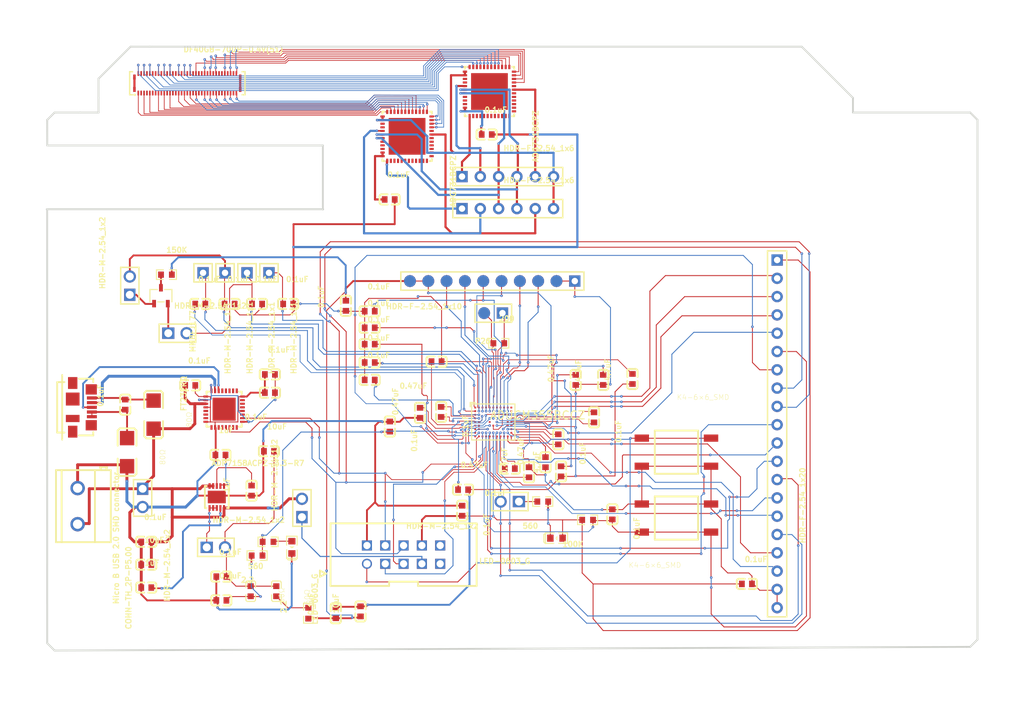
<source format=kicad_pcb>
(kicad_pcb (version 20171130) (host pcbnew "(5.1.5)-3") (page "A4") (layers (0 "F.Cu" signal) (31 "B.Cu" signal) (32 "B.Adhes" user) (33 "F.Adhes" user) (34 "B.Paste" user) (35 "F.Paste" user) (36 "B.SilkS" user) (37 "F.SilkS" user) (38 "B.Mask" user) (39 "F.Mask" user) (40 "Dwgs.User" user) (41 "Cmts.User" user) (42 "Eco1.User" user) (43 "Eco2.User" user) (44 "Edge.Cuts" user) (45 "Margin" user) (46 "B.CrtYd" user) (47 "F.CrtYd" user) (48 "B.Fab" user hide) (49 "F.Fab" user hide)) (net 0 "") (net 1 "U1_D10") (net 2 "SCLK") (net 3 "U1_E2") (net 4 "AGND") (net 5 "P0.1_MOSI0") (net 6 "P0.5_SDA") (net 7 "AIN3") (net 8 "P0.3_CS0") (net 9 "P1.3_MOSI1") (net 10 "P1.4_MISO1") (net 11 "P1.5_CS") (net 12 "GND") (net 13 "P1.2_SCLK1") (net 14 "P1.1") (net 15 "U1_D2") (net 16 "VBIAS0") (net 17 "VZERO1") (net 18 "RESET") (net 19 "U5_5") (net 20 "U5_11") (net 21 "AFEDIE_GPIO0") (net 22 "AFEDIE_GPIO1") (net 23 "DVDD") (net 24 "VBIAS1") (net 25 "U5_10") (net 26 "U5_9") (net 27 "U5_8") (net 28 "U5_7") (net 29 "U5_6") (net 30 "U5_4") (net 31 "P1.0") (net 32 "U1_E1") (net 33 "AIN6") (net 34 "AIN5") (net 35 "AIN2") (net 36 "AVDD") (net 37 "SWDIO") (net 38 "U1_A4") (net 39 "P0.2_MISO0") (net 40 "SWCLK") (net 41 "P0.0_SCLK0") (net 42 "CAP_POT0") (net 43 "AIN0") (net 44 "AIN1") (net 45 "U1_A5") (net 46 "VZERO0") (net 47 "P0.4_SCL") (net 48 "P0.10_SOUT") (net 49 "P0.11_SIN") (net 50 "P2.4") (net 51 "C25_2") (net 52 "U2_1") (net 53 "L1_2") (net 54 "LED1_2") (net 55 "U1_E11") (net 56 "5VUSB") (net 57 "PWJTAG_1") (net 58 "3V3VOUT") (net 59 "CE0") (net 60 "DE0") (net 61 "RE0") (net 62 "SE0") (net 63 "C23_2") (net 64 "USBD+") (net 65 "USBD-") (net 66 "U4_3") (net 67 "U4_2") (net 68 "U4_1") (net 69 "U4_48") (net 70 "U4_47") (net 71 "U4_46") (net 72 "U4_45") (net 73 "U5_12") (net 74 "U5_45") (net 75 "U5_47") (net 76 "U5_48") (net 77 "U5_1") (net 78 "U5_2") (net 79 "VDD") (net 80 "TU4") (net 81 "DIN") (net 82 "U5_23") (net 83 "U5_46") (net 84 "SYNC2") (net 85 "SYNC1") (net 86 "S$4465") (net 87 "U1_A6") (net 88 "U4_12") (net 89 "U1_J7") (net 90 "U1_J8") (net 91 "U1_J9") (net 92 "U1_J11") (net 93 "U1_H11") (net 94 "U1_G11") (net 95 "U1_A7") (net 96 "U1_A8") (net 97 "U1_D11") (net 98 "U1_D1") (net 99 "C24_2") (net 100 "R5_1") (net 101 "L2_2") (net 102 "PWJ2_2") (net 103 "R3_2") (net 104 "P4_4") (net 105 "P4_1") (net 106 "Q1_1") (net 107 "Q1_2") (net 108 "Q1_3") (net 109 "U1_G1") (net 110 "U4_11") (net 111 "U4_10") (net 112 "U4_9") (net 113 "U4_8") (net 114 "U4_7") (net 115 "U4_6") (net 116 "U4_5") (net 117 "U4_4") (net 118 "U5_3") (net 119 "D2") (net 120 "TU5") (net 121 "D1") (net 122 "U4_23") (net 123 "U6_SHLD") (net 124 "SE1") (net 125 "DE1") (net 126 "RE1") (net 127 "CE1") (net 128 "CAP_POT1") (net 129 "U1_E5") (net 130 "U1_E10") (net 131 "XTALI") (net 132 "XTALO") (net 133 "U3_33") (net 134 "U3_3") (net 135 "U3_5") (net 136 "U3_6") (net 137 "U3_7") (net 138 "U3_9") (net 139 "U3_10") (net 140 "U3_11") (net 141 "U3_12") (net 142 "U3_13") (net 143 "U3_21") (net 144 "U3_22") (net 145 "U3_23") (net 146 "U3_25") (net 147 "U3_27") (net 148 "U3_28") (net 149 "U3_29") (net 150 "U3_31") (net 151 "U3_32") (net 152 "P27_9") (net 153 "P27_10") (net 154 "U4_15") (net 155 "U4_16") (net 156 "U4_20") (net 157 "U4_49") (net 158 "U4_26") (net 159 "U4_27") (net 160 "U4_28") (net 161 "U4_29") (net 162 "U4_30") (net 163 "U4_31") (net 164 "U4_37") (net 165 "U4_38") (net 166 "U4_39") (net 167 "U4_40") (net 168 "U4_41") (net 169 "U4_42") (net 170 "U4_21") (net 171 "U4_22") (net 172 "U4_32") (net 173 "U4_33") (net 174 "U4_44") (net 175 "U4_34") (net 176 "U4_35") (net 177 "U4_36") (net 178 "U5_15") (net 179 "U5_16") (net 180 "U5_20") (net 181 "U5_49") (net 182 "U5_26") (net 183 "U5_27") (net 184 "U5_28") (net 185 "U5_29") (net 186 "U5_30") (net 187 "U5_31") (net 188 "U5_37") (net 189 "U5_38") (net 190 "U5_39") (net 191 "U5_40") (net 192 "U5_41") (net 193 "U5_42") (net 194 "U5_21") (net 195 "U5_22") (net 196 "U5_32") (net 197 "U5_33") (net 198 "U5_44") (net 199 "U5_34") (net 200 "U5_35") (net 201 "U5_36") (net 202 "U6_4") (net 203 "U6_7") (net 204 "U6_8") (net 205 "U6_11") (net 206 "U6_12") (net 207 "U6_13") (net 208 "U6_14") (net 209 "U6_17") (net 210 "U6_18") (net 211 "U6_21") (net 212 "U6_22") (net 213 "U6_25") (net 214 "U6_26") (net 215 "U6_27") (net 216 "U6_28") (net 217 "U6_31") (net 218 "U6_32") (net 219 "U6_35") (net 220 "U6_36") (net 221 "U6_39") (net 222 "U6_40") (net 223 "U6_43") (net 224 "U6_44") (net 225 "U6_45") (net 226 "U6_46") (net 227 "U6_49") (net 228 "U6_50") (net 229 "U6_53") (net 230 "U6_54") (net 231 "U6_57") (net 232 "U6_58") (net 233 "U6_59") (net 234 "U6_60") (net 235 "U6_63") (net 236 "U6_64") (net 237 "U6_67") (net 238 "U6_68") (net 239 "U6_3") (segment (start -875.852 -873.438) (end -875.752 -873.338) (width 0.1) (layer "B.Cu") (net 1)) (segment (start -875.752 -873.338) (end -874.325 -873.338) (width 0.1) (layer "B.Cu") (net 1)) (segment (start -874.325 -873.338) (end -874.193 -873.47) (width 0.1) (layer "B.Cu") (net 1)) (segment (start -894.005 -912.332) (end -893.37 -912.332) (width 0.3) (layer "B.Cu") (net 2)) (segment (start -893.37 -912.332) (end -885.496 -904.458) (width 0.3) (layer "B.Cu") (net 2)) (segment (start -885.496 -904.458) (end -877.114 -904.458) (width 0.3) (layer "B.Cu") (net 2)) (segment (start -879.4 -873.724) (end -879.4 -873.216) (width 0.1) (layer "B.Cu") (net 3)) (segment (start -879.4 -873.216) (end -879.615 -873.001) (width 0.1) (layer "B.Cu") (net 3)) (segment (start -879.615 -873.001) (end -881.726 -873.001) (width 0.1) (layer "B.Cu") (net 3)) (segment (start -881.726 -873.001) (end -882.17 -872.557) (width 0.1) (layer "B.Cu") (net 3)) (segment (start -873.304 -872.327) (end -876.098 -872.327) (width 0.1) (layer "B.Cu") (net 4)) (segment (start -876.098 -872.327) (end -876.479 -871.946) (width 0.1) (layer "B.Cu") (net 4)) (segment (start -859.437 -860.238) (end -866.93 -860.238) (width 0.1) (layer "B.Cu") (net 5)) (segment (start -866.93 -860.238) (end -870.613 -863.921) (width 0.1) (layer "B.Cu") (net 5)) (segment (start -870.613 -863.921) (end -875.058 -863.921) (width 0.1) (layer "B.Cu") (net 5)) (segment (start -875.058 -863.921) (end -877.09 -865.953) (width 0.1) (layer "B.Cu") (net 5)) (segment (start -877.09 -865.953) (end -877.09 -868.874) (width 0.1) (layer "B.Cu") (net 5)) (segment (start -877.09 -868.874) (end -876.987 -868.977) (width 0.1) (layer "B.Cu") (net 5)) (segment (start -876.987 -868.977) (end -876.987 -871.303) (width 0.1) (layer "B.Cu") (net 5)) (segment (start -876.987 -871.303) (end -876.852 -871.438) (width 0.1) (layer "B.Cu") (net 5)) (segment (start -878.352 -871.438) (end -878.352 -871.184) (width 0.1) (layer "B.Cu") (net 6)) (segment (start -878.352 -871.184) (end -878.538 -870.998) (width 0.1) (layer "B.Cu") (net 6)) (segment (start -878.538 -870.998) (end -878.538 -868.95) (width 0.1) (layer "B.Cu") (net 6)) (segment (start -878.538 -868.95) (end -878.638 -868.85) (width 0.1) (layer "B.Cu") (net 6)) (segment (start -878.638 -868.85) (end -878.638 -859.119) (width 0.1) (layer "B.Cu") (net 6)) (segment (start -876.86 -879.82) (end -877.352 -879.328) (width 0.1) (layer "B.Cu") (net 7)) (segment (start -877.352 -879.328) (end -877.352 -874.486) (width 0.1) (layer "B.Cu") (net 7)) (segment (start -877.852 -871.438) (end -877.852 -869.509) (width 0.1) (layer "B.Cu") (net 8)) (segment (start -877.852 -869.509) (end -878.284 -869.077) (width 0.1) (layer "B.Cu") (net 8)) (segment (start -878.284 -869.077) (end -878.284 -859.527) (width 0.1) (layer "B.Cu") (net 8)) (segment (start -878.284 -859.527) (end -878.257 -859.5) (width 0.1) (layer "B.Cu") (net 8)) (segment (start -877.352 -873.438) (end -877.209 -873.438) (width 0.1) (layer "B.Cu") (net 9)) (segment (start -877.209 -873.438) (end -876.884 -873.113) (width 0.1) (layer "B.Cu") (net 9)) (segment (start -876.884 -873.113) (end -873.692 -873.113) (width 0.1) (layer "B.Cu") (net 9)) (segment (start -873.692 -873.113) (end -873.038 -873.766) (width 0.1) (layer "B.Cu") (net 9)) (segment (start -873.038 -873.766) (end -870.547 -873.766) (width 0.1) (layer "B.Cu") (net 9)) (segment (start -870.547 -873.766) (end -869.343 -874.97) (width 0.1) (layer "B.Cu") (net 9)) (segment (start -876.733 -873.597) (end -876.464 -873.866) (width 0.1) (layer "B.Cu") (net 10)) (segment (start -876.464 -873.866) (end -874.491 -873.866) (width 0.1) (layer "B.Cu") (net 10)) (segment (start -874.491 -873.866) (end -874.39 -873.967) (width 0.1) (layer "B.Cu") (net 10)) (segment (start -874.39 -873.967) (end -871.029 -873.967) (width 0.1) (layer "B.Cu") (net 10)) (segment (start -871.029 -873.967) (end -869.259 -875.737) (width 0.1) (layer "B.Cu") (net 10)) (segment (start -869.343 -876.494) (end -871.65 -874.167) (width 0.1) (layer "B.Cu") (net 11)) (segment (start -871.65 -874.167) (end -874.473 -874.167) (width 0.1) (layer "B.Cu") (net 11)) (segment (start -874.473 -874.167) (end -874.573 -874.067) (width 0.1) (layer "B.Cu") (net 11)) (segment (start -874.573 -874.067) (end -877.417 -874.067) (width 0.1) (layer "B.Cu") (net 11)) (segment (start -877.417 -874.067) (end -877.876 -873.607) (width 0.1) (layer "B.Cu") (net 11)) (segment (start -877.876 -873.607) (end -877.876 -873.462) (width 0.1) (layer "B.Cu") (net 11)) (segment (start -877.876 -873.462) (end -877.852 -873.438) (width 0.1) (layer "B.Cu") (net 11)) (segment (start -873.661 -869.255) (end -872.837 -870.079) (width 0.1) (layer "B.Cu") (net 12)) (segment (start -872.837 -870.079) (end -872.837 -872.693) (width 0.1) (layer "B.Cu") (net 12)) (segment (start -872.837 -872.693) (end -873.478 -872.693) (width 0.1) (layer "B.Cu") (net 12)) (segment (start -873.478 -872.693) (end -873.578 -872.593) (width 0.1) (layer "B.Cu") (net 12)) (segment (start -873.578 -872.593) (end -876.34 -872.593) (width 0.1) (layer "B.Cu") (net 12)) (segment (start -876.34 -872.593) (end -876.479 -872.454) (width 0.1) (layer "B.Cu") (net 12)) (segment (start -876.479 -872.454) (end -877.336 -872.454) (width 0.1) (layer "B.Cu") (net 12)) (segment (start -877.336 -872.454) (end -877.352 -872.438) (width 0.1) (layer "B.Cu") (net 12)) (segment (start -877.352 -872.938) (end -877.252 -872.838) (width 0.1) (layer "B.Cu") (net 13)) (segment (start -877.252 -872.838) (end -873.617 -872.838) (width 0.1) (layer "B.Cu") (net 13)) (segment (start -873.617 -872.838) (end -873.562 -872.893) (width 0.1) (layer "B.Cu") (net 13)) (segment (start -873.562 -872.893) (end -871.076 -872.893) (width 0.1) (layer "B.Cu") (net 13)) (segment (start -871.076 -872.893) (end -870.232 -872.049) (width 0.1) (layer "B.Cu") (net 13)) (segment (start -870.232 -872.049) (end -868.073 -872.049) (width 0.1) (layer "B.Cu") (net 13)) (segment (start -868.073 -872.049) (end -867.438 -871.414) (width 0.1) (layer "B.Cu") (net 13)) (segment (start -878.352 -873.438) (end -878.352 -873.394) (width 0.1) (layer "B.Cu") (net 14)) (segment (start -878.352 -873.394) (end -879.273 -872.473) (width 0.1) (layer "B.Cu") (net 14)) (segment (start -879.273 -872.473) (end -880.476 -872.473) (width 0.1) (layer "B.Cu") (net 14)) (segment (start -880.476 -872.473) (end -880.646 -872.303) (width 0.1) (layer "B.Cu") (net 14)) (segment (start -880.646 -872.303) (end -881.408 -872.303) (width 0.1) (layer "B.Cu") (net 14)) (segment (start -881.408 -872.303) (end -881.662 -872.049) (width 0.1) (layer "B.Cu") (net 14)) (segment (start -881.662 -872.049) (end -881.662 -871.919) (width 0.1) (layer "B.Cu") (net 14)) (segment (start -881.662 -871.919) (end -881.762 -871.819) (width 0.1) (layer "B.Cu") (net 14)) (segment (start -881.762 -871.819) (end -881.813 -871.819) (width 0.1) (layer "B.Cu") (net 14)) (segment (start -879.859 -873.446) (end -883.44 -873.446) (width 0.1) (layer "B.Cu") (net 15)) (segment (start -883.44 -873.446) (end -883.44 -873.065) (width 0.1) (layer "B.Cu") (net 15)) (segment (start -879.852 -873.938) (end -882.424 -873.954) (width 0.1) (layer "B.Cu") (net 16)) (segment (start -882.424 -873.954) (end -882.551 -873.827) (width 0.1) (layer "B.Cu") (net 16)) (segment (start -882.551 -873.827) (end -882.678 -873.827) (width 0.1) (layer "B.Cu") (net 16)) (segment (start -894.132 -877.915) (end -894.362 -877.685) (width 0.125) (layer "B.Cu") (net 16)) (segment (start -894.362 -877.685) (end -894.362 -876.621) (width 0.125) (layer "B.Cu") (net 16)) (segment (start -894.362 -876.621) (end -893.727 -875.986) (width 0.125) (layer "B.Cu") (net 16)) (segment (start -893.727 -875.986) (end -883.948 -875.986) (width 0.125) (layer "B.Cu") (net 16)) (segment (start -883.948 -875.986) (end -883.44 -875.478) (width 0.125) (layer "B.Cu") (net 16)) (segment (start -883.44 -875.478) (end -883.44 -873.954) (width 0.125) (layer "B.Cu") (net 16)) (segment (start -883.44 -873.954) (end -883.313 -873.827) (width 0.125) (layer "B.Cu") (net 16)) (segment (start -883.313 -873.827) (end -882.678 -873.827) (width 0.125) (layer "B.Cu") (net 16)) (segment (start -875.971 -880.201) (end -875.971 -879.897) (width 0.125) (layer "B.Cu") (net 17)) (segment (start -875.971 -879.897) (end -875.439 -879.365) (width 0.125) (layer "B.Cu") (net 17)) (segment (start -875.439 -879.365) (end -875.439 -878.907) (width 0.125) (layer "B.Cu") (net 17)) (segment (start -858.871 -870.525) (end -861.342 -870.525) (width 0.125) (layer "B.Cu") (net 18)) (segment (start -877.62 -922.748) (end -877.62 -924.397) (width 0.1) (layer "B.Cu") (net 19)) (segment (start -877.62 -924.397) (end -885.115 -924.397) (width 0.1) (layer "B.Cu") (net 19)) (segment (start -885.115 -924.397) (end -887.274 -922.238) (width 0.1) (layer "B.Cu") (net 19)) (segment (start -887.274 -922.238) (end -887.274 -920.714) (width 0.1) (layer "B.Cu") (net 19)) (segment (start -887.274 -920.714) (end -920.103 -920.714) (width 0.1) (layer "B.Cu") (net 19)) (segment (start -920.103 -920.714) (end -920.695 -921.306) (width 0.1) (layer "B.Cu") (net 19)) (segment (start -920.695 -921.306) (end -920.695 -922.467) (width 0.1) (layer "B.Cu") (net 19)) (segment (start -880.634 -922.711) (end -880.634 -922.873) (width 0.1) (layer "B.Cu") (net 20)) (segment (start -880.634 -922.873) (end -884.353 -922.873) (width 0.1) (layer "B.Cu") (net 20)) (segment (start -874.447 -871.565) (end -874.82 -871.938) (width 0.1) (layer "B.Cu") (net 21)) (segment (start -874.82 -871.938) (end -875.852 -871.938) (width 0.1) (layer "B.Cu") (net 21)) (segment (start -875.852 -874.438) (end -875.852 -878.494) (width 0.1) (layer "B.Cu") (net 17)) (segment (start -875.852 -878.494) (end -875.439 -878.907) (width 0.1) (layer "B.Cu") (net 17)) (segment (start -874.447 -870.803) (end -874.65 -871.006) (width 0.1) (layer "B.Cu") (net 22)) (segment (start -874.65 -871.006) (end -875.419 -871.006) (width 0.1) (layer "B.Cu") (net 22)) (segment (start -875.419 -871.006) (end -875.852 -871.438) (width 0.1) (layer "B.Cu") (net 22)) (segment (start -878.638 -871.946) (end -878.646 -871.938) (width 0.1) (layer "B.Cu") (net 23)) (segment (start -878.646 -871.938) (end -880.015 -871.938) (width 0.1) (layer "B.Cu") (net 23)) (segment (start -880.015 -871.938) (end -880.519 -871.434) (width 0.1) (layer "B.Cu") (net 23)) (segment (start -880.519 -871.434) (end -883.059 -871.434) (width 0.1) (layer "B.Cu") (net 23)) (segment (start -883.059 -871.434) (end -883.059 -871.561) (width 0.1) (layer "B.Cu") (net 23)) (segment (start -878.892 -873.851) (end -878.892 -873.216) (width 0.1) (layer "B.Cu") (net 24)) (segment (start -878.892 -873.216) (end -879.308 -872.801) (width 0.1) (layer "B.Cu") (net 24)) (segment (start -879.308 -872.801) (end -881.027 -872.801) (width 0.1) (layer "B.Cu") (net 24)) (segment (start -881.027 -872.801) (end -881.154 -872.674) (width 0.1) (layer "B.Cu") (net 24)) (segment (start -881.154 -872.674) (end -881.418 -872.674) (width 0.1) (layer "B.Cu") (net 24)) (segment (start -881.418 -872.674) (end -882.17 -871.922) (width 0.1) (layer "B.Cu") (net 24)) (segment (start -882.17 -871.922) (end -882.17 -871.919) (width 0.1) (layer "B.Cu") (net 24)) (segment (start -882.17 -871.919) (end -882.27 -871.819) (width 0.1) (layer "B.Cu") (net 24)) (segment (start -882.27 -871.819) (end -882.321 -871.819) (width 0.1) (layer "B.Cu") (net 24)) (segment (start -884.353 -922.873) (end -885.75 -921.476) (width 0.1) (layer "B.Cu") (net 20)) (segment (start -885.75 -921.476) (end -885.75 -919.19) (width 0.1) (layer "B.Cu") (net 20)) (segment (start -885.75 -919.19) (end -924.177 -919.19) (width 0.1) (layer "B.Cu") (net 20)) (segment (start -924.177 -919.19) (end -926.294 -921.307) (width 0.1) (layer "B.Cu") (net 20)) (segment (start -926.294 -921.307) (end -926.294 -922.471) (width 0.1) (layer "B.Cu") (net 20)) (segment (start -880.134 -922.721) (end -880.134 -923.127) (width 0.1) (layer "B.Cu") (net 25)) (segment (start -880.134 -923.127) (end -884.48 -923.127) (width 0.1) (layer "B.Cu") (net 25)) (segment (start -884.48 -923.127) (end -886.004 -921.603) (width 0.1) (layer "B.Cu") (net 25)) (segment (start -886.004 -921.603) (end -886.004 -919.444) (width 0.1) (layer "B.Cu") (net 25)) (segment (start -886.004 -919.444) (end -923.631 -919.444) (width 0.1) (layer "B.Cu") (net 25)) (segment (start -923.631 -919.444) (end -925.493 -921.306) (width 0.1) (layer "B.Cu") (net 25)) (segment (start -925.493 -921.306) (end -925.493 -922.484) (width 0.1) (layer "B.Cu") (net 25)) (segment (start -925.493 -922.484) (end -925.501 -922.492) (width 0.1) (layer "B.Cu") (net 25)) (segment (start -879.645 -922.731) (end -879.66 -923.381) (width 0.1) (layer "B.Cu") (net 26)) (segment (start -879.66 -923.381) (end -884.607 -923.381) (width 0.1) (layer "B.Cu") (net 26)) (segment (start -884.607 -923.381) (end -886.258 -921.73) (width 0.1) (layer "B.Cu") (net 26)) (segment (start -886.258 -921.73) (end -886.258 -919.698) (width 0.1) (layer "B.Cu") (net 26)) (segment (start -886.258 -919.698) (end -922.687 -919.698) (width 0.1) (layer "B.Cu") (net 26)) (segment (start -922.687 -919.698) (end -924.294 -921.306) (width 0.1) (layer "B.Cu") (net 26)) (segment (start -924.294 -921.306) (end -924.294 -922.471) (width 0.1) (layer "B.Cu") (net 26)) (segment (start -879.133 -922.742) (end -879.133 -923.635) (width 0.1) (layer "B.Cu") (net 27)) (segment (start -879.133 -923.635) (end -884.734 -923.635) (width 0.1) (layer "B.Cu") (net 27)) (segment (start -884.734 -923.635) (end -886.512 -921.857) (width 0.1) (layer "B.Cu") (net 27)) (segment (start -886.512 -921.857) (end -886.512 -919.952) (width 0.1) (layer "B.Cu") (net 27)) (segment (start -886.512 -919.952) (end -922.14 -919.952) (width 0.1) (layer "B.Cu") (net 27)) (segment (start -922.14 -919.952) (end -923.494 -921.306) (width 0.1) (layer "B.Cu") (net 27)) (segment (start -923.494 -921.306) (end -923.494 -922.493) (width 0.1) (layer "B.Cu") (net 27)) (segment (start -878.635 -922.737) (end -878.639 -923.889) (width 0.1) (layer "B.Cu") (net 28)) (segment (start -878.639 -923.889) (end -884.861 -923.889) (width 0.1) (layer "B.Cu") (net 28)) (segment (start -884.861 -923.889) (end -886.766 -921.984) (width 0.1) (layer "B.Cu") (net 28)) (segment (start -886.766 -921.984) (end -886.766 -920.206) (width 0.1) (layer "B.Cu") (net 28)) (segment (start -886.766 -920.206) (end -921.594 -920.206) (width 0.1) (layer "B.Cu") (net 28)) (segment (start -921.594 -920.206) (end -922.694 -921.306) (width 0.1) (layer "B.Cu") (net 28)) (segment (start -922.694 -921.306) (end -922.694 -922.464) (width 0.1) (layer "B.Cu") (net 28)) (segment (start -878.134 -922.753) (end -878.134 -924.143) (width 0.1) (layer "B.Cu") (net 29)) (segment (start -878.134 -924.143) (end -884.988 -924.143) (width 0.1) (layer "B.Cu") (net 29)) (segment (start -884.988 -924.143) (end -887.02 -922.111) (width 0.1) (layer "B.Cu") (net 29)) (segment (start -887.02 -922.111) (end -887.02 -920.46) (width 0.1) (layer "B.Cu") (net 29)) (segment (start -887.02 -920.46) (end -920.647 -920.46) (width 0.1) (layer "B.Cu") (net 29)) (segment (start -920.647 -920.46) (end -921.494 -921.307) (width 0.1) (layer "B.Cu") (net 29)) (segment (start -921.494 -921.307) (end -921.494 -922.467) (width 0.1) (layer "B.Cu") (net 29)) (segment (start -877.126 -922.734) (end -877.134 -922.741) (width 0.1) (layer "B.Cu") (net 30)) (segment (start -877.134 -922.741) (end -877.134 -924.651) (width 0.1) (layer "B.Cu") (net 30)) (segment (start -877.134 -924.651) (end -885.242 -924.651) (width 0.1) (layer "B.Cu") (net 30)) (segment (start -885.242 -924.651) (end -887.528 -922.365) (width 0.1) (layer "B.Cu") (net 30)) (segment (start -887.528 -922.365) (end -887.528 -920.968) (width 0.1) (layer "B.Cu") (net 30)) (segment (start -887.528 -920.968) (end -919.557 -920.968) (width 0.1) (layer "B.Cu") (net 30)) (segment (start -919.557 -920.968) (end -919.895 -921.306) (width 0.1) (layer "B.Cu") (net 30)) (segment (start -919.895 -921.306) (end -919.895 -922.441) (width 0.1) (layer "B.Cu") (net 30)) (segment (start -872.796 -912.84) (end -866.192 -912.84) (width 0.3) (layer "B.Cu") (net 4)) (segment (start -866.192 -912.84) (end -866.192 -897.219) (width 0.3) (layer "B.Cu") (net 4)) (segment (start -866.192 -897.219) (end -905.562 -897.219) (width 0.3) (layer "B.Cu") (net 4)) (segment (start -878.352 -872.438) (end -878.908 -872.438) (width 0.1) (layer "B.Cu") (net 31)) (segment (start -878.908 -872.438) (end -879.11 -872.236) (width 0.1) (layer "B.Cu") (net 31)) (segment (start -879.11 -872.236) (end -880.167 -872.236) (width 0.1) (layer "B.Cu") (net 31)) (segment (start -880.167 -872.236) (end -880.353 -872.049) (width 0.1) (layer "B.Cu") (net 31)) (segment (start -880.353 -872.049) (end -881.281 -872.049) (width 0.1) (layer "B.Cu") (net 31)) (segment (start -881.281 -872.049) (end -881.281 -871.795) (width 0.1) (layer "B.Cu") (net 31)) (segment (start -887.123 -872.049) (end -887.123 -875.478) (width 0.1) (layer "B.Cu") (net 24)) (segment (start -887.123 -875.478) (end -886.996 -875.605) (width 0.1) (layer "B.Cu") (net 24)) (segment (start -887.885 -872.303) (end -888.901 -872.303) (width 0.1) (layer "B.Cu") (net 31)) (segment (start -888.901 -872.303) (end -889.155 -872.303) (width 0.1) (layer "B.Cu") (net 31)) (segment (start -889.155 -872.303) (end -891.822 -875.478) (width 0.1) (layer "B.Cu") (net 31)) (segment (start -891.822 -875.478) (end -895.505 -875.478) (width 0.1) (layer "B.Cu") (net 31)) (segment (start -895.505 -875.478) (end -897.029 -877.002) (width 0.1) (layer "B.Cu") (net 31)) (segment (start -897.029 -877.002) (end -897.029 -879.288) (width 0.1) (layer "B.Cu") (net 31)) (segment (start -882.678 -872.928) (end -883.313 -872.303) (width 0.1) (layer "B.Cu") (net 32)) (segment (start -883.313 -872.303) (end -883.44 -872.303) (width 0.1) (layer "B.Cu") (net 32)) (segment (start -883.44 -872.303) (end -883.567 -872.176) (width 0.1) (layer "B.Cu") (net 32)) (segment (start -883.567 -872.176) (end -883.567 -870.906) (width 0.1) (layer "B.Cu") (net 32)) (segment (start -883.567 -870.906) (end -883.186 -870.525) (width 0.1) (layer "B.Cu") (net 32)) (segment (start -883.186 -870.525) (end -882.678 -870.525) (width 0.1) (layer "B.Cu") (net 32)) (segment (start -882.703 -864.58) (end -882.678 -864.605) (width 0.125) (layer "B.Cu") (net 32)) (segment (start -882.678 -864.605) (end -882.678 -870.525) (width 0.125) (layer "B.Cu") (net 32)) (segment (start -881.281 -870.017) (end -882.17 -870.017) (width 0.1) (layer "B.Cu") (net 31)) (segment (start -880.773 -867.731) (end -880.773 -867.223) (width 0.1) (layer "B.Cu") (net 14)) (segment (start -880.773 -867.223) (end -879.122 -865.572) (width 0.1) (layer "B.Cu") (net 14)) (segment (start -879.122 -865.572) (end -879.122 -859.095) (width 0.1) (layer "B.Cu") (net 14)) (segment (start -879.122 -859.095) (end -877.725 -857.698) (width 0.1) (layer "B.Cu") (net 14)) (segment (start -877.725 -857.698) (end -864.644 -857.698) (width 0.1) (layer "B.Cu") (net 14)) (segment (start -864.644 -857.698) (end -864.032 -858.31) (width 0.1) (layer "B.Cu") (net 14)) (segment (start -864.032 -858.31) (end -864.032 -858.357) (width 0.1) (layer "B.Cu") (net 14)) (segment (start -883.21 -871.057) (end -880.233 -871.057) (width 0.1) (layer "B.Cu") (net 12)) (segment (start -880.233 -871.057) (end -879.852 -871.438) (width 0.1) (layer "B.Cu") (net 12)) (segment (start -880.519 -885.511) (end -880.519 -884.114) (width 0.125) (layer "B.Cu") (net 17)) (segment (start -880.519 -884.114) (end -878.487 -882.082) (width 0.125) (layer "B.Cu") (net 17)) (segment (start -878.487 -882.082) (end -875.717 -882.082) (width 0.125) (layer "B.Cu") (net 17)) (segment (start -875.717 -882.082) (end -875.717 -881.09) (width 0.125) (layer "B.Cu") (net 17)) (segment (start -884.329 -888.94) (end -882.297 -886.908) (width 0.125) (layer "B.Cu") (net 33)) (segment (start -882.297 -886.908) (end -882.297 -884.749) (width 0.125) (layer "B.Cu") (net 33)) (segment (start -882.297 -884.749) (end -879.757 -882.209) (width 0.125) (layer "B.Cu") (net 33)) (segment (start -879.757 -882.209) (end -879.757 -880.685) (width 0.125) (layer "B.Cu") (net 33)) (segment (start -879.757 -880.685) (end -879.63 -880.685) (width 0.125) (layer "B.Cu") (net 33)) (segment (start -878.853 -874.439) (end -878.853 -879.161) (width 0.1) (layer "B.Cu") (net 34)) (segment (start -881.789 -888.94) (end -881.789 -885.003) (width 0.125) (layer "B.Cu") (net 34)) (segment (start -881.789 -885.003) (end -878.614 -881.828) (width 0.125) (layer "B.Cu") (net 34)) (segment (start -878.614 -881.828) (end -878.614 -881.066) (width 0.125) (layer "B.Cu") (net 34)) (segment (start -878.614 -881.066) (end -878.868 -881.066) (width 0.125) (layer "B.Cu") (net 34)) (segment (start -878.868 -881.066) (end -878.868 -879.161) (width 0.125) (layer "B.Cu") (net 34)) (segment (start -877.495 -880.328) (end -877.574 -880.328) (width 0.1) (layer "B.Cu") (net 35)) (segment (start -877.574 -880.328) (end -877.852 -880.05) (width 0.1) (layer "B.Cu") (net 35)) (segment (start -877.852 -880.05) (end -877.852 -878.895) (width 0.1) (layer "B.Cu") (net 35)) (segment (start -877.852 -878.895) (end -877.749 -878.792) (width 0.1) (layer "B.Cu") (net 35)) (segment (start -877.749 -878.792) (end -877.749 -876.69) (width 0.1) (layer "B.Cu") (net 35)) (segment (start -877.749 -876.69) (end -877.852 -876.587) (width 0.1) (layer "B.Cu") (net 35)) (segment (start -877.852 -876.587) (end -877.852 -874.438) (width 0.1) (layer "B.Cu") (net 35)) (segment (start -879.352 -874.486) (end -879.352 -880.407) (width 0.1) (layer "B.Cu") (net 33)) (segment (start -879.352 -880.407) (end -879.63 -880.685) (width 0.1) (layer "B.Cu") (net 33)) (segment (start -869.621 -873.978) (end -869.621 -872.914) (width 0.125) (layer "B.Cu") (net 36)) (segment (start -869.621 -872.914) (end -870.105 -872.43) (width 0.125) (layer "B.Cu") (net 36)) (segment (start -879.249 -889.829) (end -877.725 -889.829) (width 0.125) (layer "B.Cu") (net 7)) (segment (start -877.725 -889.829) (end -877.725 -884.876) (width 0.125) (layer "B.Cu") (net 7)) (segment (start -877.725 -884.876) (end -876.733 -883.884) (width 0.125) (layer "B.Cu") (net 7)) (segment (start -876.733 -883.884) (end -876.733 -882.487) (width 0.125) (layer "B.Cu") (net 7)) (segment (start -878.852 -871.438) (end -878.852 -869.525) (width 0.1) (layer "B.Cu") (net 37)) (segment (start -878.852 -869.525) (end -879.122 -869.255) (width 0.1) (layer "B.Cu") (net 37)) (segment (start -879.122 -869.255) (end -879.122 -867.144) (width 0.1) (layer "B.Cu") (net 37)) (segment (start -879.122 -867.144) (end -879.273 -866.993) (width 0.1) (layer "B.Cu") (net 37)) (segment (start -869.089 -882.209) (end -869.089 -881.193) (width 0.1) (layer "B.Cu") (net 38)) (segment (start -876.098 -882.487) (end -874.828 -882.487) (width 0.1) (layer "B.Cu") (net 38)) (segment (start -874.828 -882.487) (end -874.55 -882.209) (width 0.1) (layer "B.Cu") (net 38)) (segment (start -876.479 -881.471) (end -876.709 -881.701) (width 0.1) (layer "B.Cu") (net 38)) (segment (start -876.709 -881.701) (end -878.233 -881.701) (width 0.1) (layer "B.Cu") (net 38)) (segment (start -879.249 -880.939) (end -879.249 -881.701) (width 0.1) (layer "B.Cu") (net 38)) (segment (start -877.352 -871.438) (end -877.495 -871.295) (width 0.1) (layer "B.Cu") (net 39)) (segment (start -877.495 -871.295) (end -877.495 -868.596) (width 0.1) (layer "B.Cu") (net 39)) (segment (start -877.495 -868.596) (end -877.598 -868.493) (width 0.1) (layer "B.Cu") (net 39)) (segment (start -877.598 -868.493) (end -877.598 -865.699) (width 0.1) (layer "B.Cu") (net 39)) (segment (start -877.598 -865.699) (end -875.566 -863.667) (width 0.1) (layer "B.Cu") (net 39)) (segment (start -875.566 -863.667) (end -875.566 -858.841) (width 0.1) (layer "B.Cu") (net 39)) (segment (start -876.709 -890.464) (end -880.138 -890.464) (width 0.1) (layer "B.Cu") (net 35)) (segment (start -880.138 -890.464) (end -880.138 -885.237) (width 0.1) (layer "B.Cu") (net 35)) (segment (start -880.138 -885.237) (end -880.138 -884.368) (width 0.1) (layer "B.Cu") (net 35)) (segment (start -880.138 -884.368) (end -878.741 -882.971) (width 0.1) (layer "B.Cu") (net 35)) (segment (start -878.741 -882.971) (end -877.598 -882.971) (width 0.1) (layer "B.Cu") (net 35)) (segment (start -866.422 -876.875) (end -866.422 -872.176) (width 0.125) (layer "B.Cu") (net 4)) (segment (start -879.781 -868.136) (end -879.352 -868.565) (width 0.1) (layer "B.Cu") (net 40)) (segment (start -879.352 -868.565) (end -879.352 -871.438) (width 0.1) (layer "B.Cu") (net 40)) (segment (start -876.352 -871.438) (end -876.352 -867.731) (width 0.1) (layer "B.Cu") (net 41)) (segment (start -876.352 -867.731) (end -872.01 -867.731) (width 0.125) (layer "B.Cu") (net 41)) (segment (start -872.01 -867.731) (end -871.629 -867.35) (width 0.125) (layer "B.Cu") (net 41)) (segment (start -871.629 -867.35) (end -869.851 -867.35) (width 0.125) (layer "B.Cu") (net 41)) (segment (start -869.851 -867.35) (end -869.343 -867.858) (width 0.125) (layer "B.Cu") (net 41)) (segment (start -869.343 -867.858) (end -867.438 -867.858) (width 0.125) (layer "B.Cu") (net 41)) (segment (start -882.575 -874.359) (end -882.297 -874.637) (width 0.1) (layer "B.Cu") (net 42)) (segment (start -882.297 -874.637) (end -882.297 -878.907) (width 0.1) (layer "B.Cu") (net 42)) (segment (start -882.297 -878.907) (end -883.186 -879.796) (width 0.1) (layer "B.Cu") (net 42)) (segment (start -883.186 -879.796) (end -903.125 -879.796) (width 0.1) (layer "B.Cu") (net 42)) (segment (start -903.125 -879.796) (end -904.649 -881.32) (width 0.1) (layer "B.Cu") (net 42)) (segment (start -904.649 -881.32) (end -904.649 -885.003) (width 0.1) (layer "B.Cu") (net 42)) (segment (start -904.649 -885.003) (end -916.841 -885.003) (width 0.1) (layer "B.Cu") (net 42)) (segment (start -916.841 -885.003) (end -919.254 -887.416) (width 0.1) (layer "B.Cu") (net 42)) (segment (start -919.254 -887.416) (end -919.254 -888.178) (width 0.1) (layer "B.Cu") (net 42)) (segment (start -919.254 -888.178) (end -919.278 -888.202) (width 0.1) (layer "B.Cu") (net 42)) (segment (start -877.852 -868.874) (end -877.852 -859.857) (width 0.1) (layer "B.Cu") (net 23)) (segment (start -872.518 -870.017) (end -870.359 -870.017) (width 0.125) (layer "B.Cu") (net 18)) (segment (start -870.359 -870.017) (end -869.851 -870.525) (width 0.125) (layer "B.Cu") (net 18)) (segment (start -869.851 -870.525) (end -867.438 -870.525) (width 0.125) (layer "B.Cu") (net 18)) (segment (start -875.844 -879.058) (end -875.923 -879.058) (width 0.1) (layer "B.Cu") (net 43)) (segment (start -875.923 -879.058) (end -876.352 -878.629) (width 0.1) (layer "B.Cu") (net 43)) (segment (start -876.352 -878.629) (end -876.352 -874.486) (width 0.1) (layer "B.Cu") (net 43)) (segment (start -876.852 -874.486) (end -876.852 -878.764) (width 0.1) (layer "B.Cu") (net 44)) (segment (start -876.852 -878.764) (end -876.455 -879.161) (width 0.1) (layer "B.Cu") (net 44)) (segment (start -878.487 -880.685) (end -862.739 -880.685) (width 0.1) (layer "B.Cu") (net 45)) (segment (start -878.352 -874.438) (end -878.352 -877.575) (width 0.1) (layer "B.Cu") (net 4)) (segment (start -878.352 -877.575) (end -878.163 -877.764) (width 0.1) (layer "B.Cu") (net 4)) (segment (start -880.392 -879.542) (end -880.519 -879.542) (width 0.125) (layer "B.Cu") (net 46)) (segment (start -880.519 -879.542) (end -881.997 -881.02) (width 0.125) (layer "B.Cu") (net 46)) (segment (start -881.997 -881.02) (end -893.172 -881.02) (width 0.125) (layer "B.Cu") (net 46)) (segment (start -893.172 -881.02) (end -893.242 -881.09) (width 0.125) (layer "B.Cu") (net 46)) (segment (start -879.852 -874.43) (end -879.852 -879.542) (width 0.1) (layer "B.Cu") (net 46)) (segment (start -879.852 -879.542) (end -880.392 -879.542) (width 0.1) (layer "B.Cu") (net 46)) (segment (start -848.642 -865.318) (end -848.642 -865.572) (width 0.125) (layer "B.Cu") (net 6)) (segment (start -848.642 -865.572) (end -849.023 -865.953) (width 0.125) (layer "B.Cu") (net 6)) (segment (start -849.023 -865.953) (end -849.023 -871.541) (width 0.125) (layer "B.Cu") (net 6)) (segment (start -849.023 -871.541) (end -848.007 -872.557) (width 0.125) (layer "B.Cu") (net 6)) (segment (start -848.007 -872.557) (end -838.482 -872.557) (width 0.125) (layer "B.Cu") (net 6)) (segment (start -849.023 -854.65) (end -849.023 -862.651) (width 0.125) (layer "B.Cu") (net 6)) (segment (start -849.023 -862.651) (end -848.642 -863.032) (width 0.125) (layer "B.Cu") (net 6)) (segment (start -844.07 -862.524) (end -842.419 -862.524) (width 0.125) (layer "B.Cu") (net 8)) (segment (start -842.419 -862.524) (end -841.276 -863.667) (width 0.125) (layer "B.Cu") (net 8)) (segment (start -841.276 -863.667) (end -841.276 -866.461) (width 0.125) (layer "B.Cu") (net 8)) (segment (start -841.276 -866.461) (end -840.26 -867.477) (width 0.125) (layer "B.Cu") (net 8)) (segment (start -840.26 -867.477) (end -838.482 -867.477) (width 0.125) (layer "B.Cu") (net 8)) (segment (start -848.515 -855.412) (end -845.34 -855.412) (width 0.125) (layer "B.Cu") (net 8)) (segment (start -845.34 -855.412) (end -845.34 -859.222) (width 0.125) (layer "B.Cu") (net 8)) (segment (start -845.34 -859.222) (end -845.086 -859.476) (width 0.125) (layer "B.Cu") (net 8)) (segment (start -845.086 -859.476) (end -845.086 -862.524) (width 0.125) (layer "B.Cu") (net 8)) (segment (start -878.106 -854.65) (end -860.199 -854.65) (width 0.125) (layer "B.Cu") (net 6)) (segment (start -878.106 -855.412) (end -860.199 -855.412) (width 0.125) (layer "B.Cu") (net 8)) (segment (start -847.753 -868.366) (end -840.133 -868.366) (width 0.125) (layer "B.Cu") (net 47)) (segment (start -840.133 -868.366) (end -838.482 -870.017) (width 0.125) (layer "B.Cu") (net 47)) (segment (start -869.875 -864.707) (end -869.494 -864.326) (width 0.125) (layer "B.Cu") (net 47)) (segment (start -869.494 -864.326) (end -868.732 -864.326) (width 0.125) (layer "B.Cu") (net 47)) (segment (start -844.07 -860.619) (end -841.911 -860.619) (width 0.125) (layer "B.Cu") (net 5)) (segment (start -841.911 -860.619) (end -840.133 -862.397) (width 0.125) (layer "B.Cu") (net 5)) (segment (start -840.133 -862.397) (end -838.482 -862.397) (width 0.125) (layer "B.Cu") (net 5)) (segment (start -847.626 -860.238) (end -846.737 -860.238) (width 0.125) (layer "B.Cu") (net 5)) (segment (start -846.737 -860.238) (end -846.356 -860.619) (width 0.125) (layer "B.Cu") (net 5)) (segment (start -900.585 -886.908) (end -900.839 -886.908) (width 0.125) (layer "B.Cu") (net 48)) (segment (start -900.839 -886.908) (end -901.855 -887.924) (width 0.125) (layer "B.Cu") (net 48)) (segment (start -835.053 -896.306) (end -835.053 -878.78) (width 0.125) (layer "B.Cu") (net 49)) (segment (start -835.053 -878.78) (end -836.196 -877.637) (width 0.125) (layer "B.Cu") (net 49)) (segment (start -836.196 -877.637) (end -838.482 -877.637) (width 0.125) (layer "B.Cu") (net 49)) (segment (start -900.458 -887.67) (end -901.22 -888.432) (width 0.125) (layer "B.Cu") (net 49)) (segment (start -901.22 -888.432) (end -901.22 -888.686) (width 0.125) (layer "B.Cu") (net 49)) (segment (start -843.943 -859.984) (end -838.609 -859.984) (width 0.125) (layer "B.Cu") (net 41)) (segment (start -838.609 -859.984) (end -838.482 -859.857) (width 0.125) (layer "B.Cu") (net 41)) (segment (start -857.659 -864.048) (end -856.135 -864.048) (width 0.125) (layer "B.Cu") (net 41)) (segment (start -856.135 -864.048) (end -855.754 -863.667) (width 0.125) (layer "B.Cu") (net 41)) (segment (start -855.754 -863.667) (end -846.864 -863.667) (width 0.125) (layer "B.Cu") (net 41)) (segment (start -846.864 -863.667) (end -845.594 -862.397) (width 0.125) (layer "B.Cu") (net 41)) (segment (start -845.594 -862.397) (end -845.594 -859.984) (width 0.125) (layer "B.Cu") (net 41)) (segment (start -866.041 -867.858) (end -865.152 -867.858) (width 0.125) (layer "B.Cu") (net 41)) (segment (start -865.152 -867.858) (end -861.342 -864.048) (width 0.125) (layer "B.Cu") (net 41)) (segment (start -861.342 -864.048) (end -859.437 -864.048) (width 0.125) (layer "B.Cu") (net 41)) (segment (start -875.566 -852.364) (end -871.121 -852.364) (width 0.125) (layer "B.Cu") (net 39)) (segment (start -871.121 -852.364) (end -864.771 -846.014) (width 0.125) (layer "B.Cu") (net 39)) (segment (start -864.771 -846.014) (end -841.403 -846.014) (width 0.125) (layer "B.Cu") (net 39)) (segment (start -841.403 -846.014) (end -840.768 -845.379) (width 0.125) (layer "B.Cu") (net 39)) (segment (start -840.768 -845.379) (end -836.45 -845.379) (width 0.125) (layer "B.Cu") (net 39)) (segment (start -836.45 -845.379) (end -835.561 -846.268) (width 0.125) (layer "B.Cu") (net 39)) (segment (start -835.561 -846.268) (end -835.561 -855.793) (width 0.125) (layer "B.Cu") (net 39)) (segment (start -861.469 -869.89) (end -860.072 -869.89) (width 0.125) (layer "B.Cu") (net 21)) (segment (start -866.041 -871.414) (end -858.675 -871.414) (width 0.125) (layer "B.Cu") (net 13)) (segment (start -858.675 -871.414) (end -853.087 -877.002) (width 0.125) (layer "B.Cu") (net 13)) (segment (start -853.087 -877.002) (end -853.087 -882.336) (width 0.125) (layer "B.Cu") (net 13)) (segment (start -853.087 -882.336) (end -850.039 -885.384) (width 0.125) (layer "B.Cu") (net 13)) (segment (start -850.039 -885.384) (end -838.609 -885.384) (width 0.125) (layer "B.Cu") (net 13)) (segment (start -838.609 -885.384) (end -838.482 -885.257) (width 0.125) (layer "B.Cu") (net 13)) (segment (start -860.072 -875.732) (end -861.469 -875.732) (width 0.125) (layer "B.Cu") (net 10)) (segment (start -876.836 -851.602) (end -871.502 -851.602) (width 0.125) (layer "B.Cu") (net 50)) (segment (start -871.502 -851.602) (end -864.898 -844.998) (width 0.125) (layer "B.Cu") (net 50)) (segment (start -864.898 -844.998) (end -836.323 -844.998) (width 0.125) (layer "B.Cu") (net 50)) (segment (start -836.323 -844.998) (end -835.053 -846.268) (width 0.125) (layer "B.Cu") (net 50)) (segment (start -835.053 -846.268) (end -835.053 -855.92) (width 0.125) (layer "B.Cu") (net 50)) (segment (start -835.053 -855.92) (end -836.45 -857.317) (width 0.125) (layer "B.Cu") (net 50)) (segment (start -836.45 -857.317) (end -838.482 -857.317) (width 0.125) (layer "B.Cu") (net 50)) (segment (start -857.659 -865.953) (end -856.77 -865.953) (width 0.125) (layer "B.Cu") (net 22)) (segment (start -856.77 -865.953) (end -855.373 -864.556) (width 0.125) (layer "B.Cu") (net 22)) (segment (start -855.373 -864.556) (end -846.229 -864.556) (width 0.125) (layer "B.Cu") (net 22)) (segment (start -846.229 -864.556) (end -844.578 -862.905) (width 0.125) (layer "B.Cu") (net 22)) (segment (start -844.578 -862.905) (end -844.578 -853.888) (width 0.125) (layer "B.Cu") (net 22)) (segment (start -844.578 -853.888) (end -843.562 -852.872) (width 0.125) (layer "B.Cu") (net 22)) (segment (start -843.562 -852.872) (end -839.117 -852.872) (width 0.125) (layer "B.Cu") (net 22)) (segment (start -839.117 -852.872) (end -838.482 -852.237) (width 0.125) (layer "B.Cu") (net 22)) (segment (start -861.596 -865.953) (end -859.31 -865.953) (width 0.125) (layer "B.Cu") (net 22)) (segment (start -847.626 -849.951) (end -847.626 -851.348) (width 0.125) (layer "B.Cu") (net 14)) (segment (start -861.469 -875.097) (end -860.072 -875.097) (width 0.125) (layer "B.Cu") (net 9)) (segment (start -861.469 -876.494) (end -860.072 -876.494) (width 0.125) (layer "B.Cu") (net 11)) (segment (start -899.339 -888.329) (end -899.974 -888.329) (width 0.125) (layer "B.Cu") (net 4)) (segment (start -899.974 -888.329) (end -900.99 -889.345) (width 0.125) (layer "B.Cu") (net 4)) (segment (start -900.99 -889.345) (end -904.607 -889.345) (width 0.125) (layer "B.Cu") (net 4)) (segment (start -892.838 -861.889) (end -892.838 -855.793) (width 0.125) (layer "B.Cu") (net 48)) (segment (start -883.186 -866.715) (end -883.313 -866.715) (width 0.125) (layer "B.Cu") (net 40)) (segment (start -883.313 -866.715) (end -885.726 -864.302) (width 0.125) (layer "B.Cu") (net 40)) (segment (start -885.726 -864.302) (end -891.695 -864.302) (width 0.125) (layer "B.Cu") (net 40)) (segment (start -891.695 -864.302) (end -891.695 -859.349) (width 0.125) (layer "B.Cu") (net 40)) (segment (start -899.696 -864.556) (end -902.998 -867.858) (width 0.125) (layer "B.Cu") (net 49)) (segment (start -902.998 -867.858) (end -902.998 -870.779) (width 0.125) (layer "B.Cu") (net 49)) (segment (start -884.583 -862.016) (end -884.583 -857.825) (width 0.125) (layer "B.Cu") (net 37)) (segment (start -884.583 -857.825) (end -883.44 -856.682) (width 0.125) (layer "B.Cu") (net 37)) (segment (start -883.44 -856.682) (end -883.44 -852.999) (width 0.125) (layer "B.Cu") (net 37)) (segment (start -883.44 -852.999) (end -884.583 -851.856) (width 0.125) (layer "B.Cu") (net 37)) (segment (start -884.583 -851.856) (end -892.838 -851.856) (width 0.125) (layer "B.Cu") (net 37)) (segment (start -892.838 -851.856) (end -892.838 -853.253) (width 0.125) (layer "B.Cu") (net 37)) (segment (start -914.96 -867.12) (end -914.96 -864.707) (width 0.125) (layer "B.Cu") (net 51)) (segment (start -914.96 -864.707) (end -914.579 -864.326) (width 0.125) (layer "B.Cu") (net 51)) (segment (start -917.246 -860.262) (end -917.222 -860.238) (width 0.125) (layer "B.Cu") (net 52)) (segment (start -917.222 -860.238) (end -917.222 -859.095) (width 0.125) (layer "B.Cu") (net 52)) (segment (start -911.404 -853.277) (end -911.404 -849.975) (width 0.125) (layer "B.Cu") (net 53)) (segment (start -911.404 -849.975) (end -910.134 -848.705) (width 0.125) (layer "B.Cu") (net 53)) (segment (start -870.256 -860.77) (end -870.256 -858.865) (width 0.125) (layer "B.Cu") (net 54)) (segment (start -870.256 -858.865) (end -870.232 -858.841) (width 0.125) (layer "B.Cu") (net 54)) (segment (start -876.836 -858.841) (end -876.836 -861.889) (width 0.125) (layer "B.Cu") (net 50)) (segment (start -876.836 -861.889) (end -876.836 -864.175) (width 0.125) (layer "B.Cu") (net 50)) (segment (start -868.986 -872.835) (end -868.986 -879.391) (width 0.125) (layer "B.Cu") (net 55)) (segment (start -868.986 -879.391) (end -868.962 -879.415) (width 0.125) (layer "B.Cu") (net 55)) (segment (start -866.422 -865.445) (end -866.422 -872.176) (width 0.125) (layer "B.Cu") (net 4)) (segment (start -867.057 -866.842) (end -867.057 -876.748) (width 0.125) (layer "B.Cu") (net 38)) (segment (start -867.057 -876.748) (end -867.946 -877.637) (width 0.125) (layer "B.Cu") (net 38)) (segment (start -867.946 -877.637) (end -867.946 -878.653) (width 0.125) (layer "B.Cu") (net 38)) (segment (start -870.637 -865.596) (end -870.637 -864.707) (width 0.125) (layer "B.Cu") (net 12)) (segment (start -870.637 -864.707) (end -866.676 -860.746) (width 0.125) (layer "B.Cu") (net 12)) (segment (start -866.676 -860.746) (end -862.787 -860.746) (width 0.125) (layer "B.Cu") (net 12)) (segment (start -862.787 -860.746) (end -862.763 -860.77) (width 0.125) (layer "B.Cu") (net 12)) (segment (start -861.62 -878.169) (end -861.62 -878.502) (width 0.125) (layer "B.Cu") (net 4)) (segment (start -861.62 -878.502) (end -861.596 -878.526) (width 0.125) (layer "B.Cu") (net 4)) (segment (start -861.596 -878.526) (end -861.596 -888.813) (width 0.125) (layer "B.Cu") (net 4)) (segment (start -861.596 -888.813) (end -863.12 -890.337) (width 0.125) (layer "B.Cu") (net 4)) (segment (start -863.12 -890.337) (end -866.549 -890.337) (width 0.125) (layer "B.Cu") (net 4)) (segment (start -874.169 -889.067) (end -874.169 -881.193) (width 0.125) (layer "B.Cu") (net 44)) (segment (start -881.027 -889.829) (end -893.727 -889.829) (width 0.125) (layer "B.Cu") (net 7)) (segment (start -893.727 -889.829) (end -894.362 -889.194) (width 0.125) (layer "B.Cu") (net 7)) (segment (start -894.362 -889.194) (end -894.385 -889.217) (width 0.125) (layer "B.Cu") (net 7)) (segment (start -893.37 -871.565) (end -893.267 -871.668) (width 0.125) (layer "B.Cu") (net 23)) (segment (start -893.267 -871.668) (end -884.075 -871.668) (width 0.125) (layer "B.Cu") (net 23)) (segment (start -892.838 -865.826) (end -899.217 -865.826) (width 0.125) (layer "B.Cu") (net 48)) (segment (start -899.217 -865.826) (end -899.95 -865.826) (width 0.125) (layer "B.Cu") (net 48)) (segment (start -899.95 -865.826) (end -901.982 -867.858) (width 0.125) (layer "B.Cu") (net 48)) (segment (start -901.982 -867.858) (end -901.982 -870.779) (width 0.125) (layer "B.Cu") (net 48)) (segment (start -858.826 -870.676) (end -858.871 -870.632) (width 0.125) (layer "B.Cu") (net 18)) (segment (start -858.871 -870.632) (end -858.871 -870.525) (width 0.125) (layer "B.Cu") (net 18)) (segment (start -858.871 -870.525) (end -858.871 -855.216) (width 0.125) (layer "B.Cu") (net 18)) (segment (start -858.871 -855.216) (end -860.707 -853.38) (width 0.125) (layer "B.Cu") (net 18)) (segment (start -860.707 -853.38) (end -880.138 -853.38) (width 0.125) (layer "B.Cu") (net 18)) (segment (start -895.275 -847.562) (end -883.924 -847.562) (width 0.254) (layer "B.Cu") (net 4)) (segment (start -883.924 -847.562) (end -881.154 -850.332) (width 0.254) (layer "B.Cu") (net 4)) (segment (start -881.154 -850.332) (end -881.154 -862.651) (width 0.254) (layer "B.Cu") (net 4)) (segment (start -881.154 -862.651) (end -881.178 -862.675) (width 0.254) (layer "B.Cu") (net 4)) (segment (start -905.816 -853.277) (end -905.816 -847.387) (width 0.254) (layer "B.Cu") (net 12)) (segment (start -905.816 -847.387) (end -906.3 -846.903) (width 0.254) (layer "B.Cu") (net 12)) (segment (start -906.3 -846.903) (end -915.825 -846.903) (width 0.254) (layer "B.Cu") (net 12)) (segment (start -915.825 -846.903) (end -916.095 -847.173) (width 0.254) (layer "B.Cu") (net 12)) (segment (start -909.094 -861) (end -907.697 -861) (width 0.4) (layer "B.Cu") (net 56)) (segment (start -887.758 -853.253) (end -887.758 -854.269) (width 0.152) (layer "B.Cu") (net 57)) (segment (start -887.758 -854.269) (end -901.855 -854.269) (width 0.152) (layer "B.Cu") (net 57)) (segment (start -901.855 -854.269) (end -904.395 -856.809) (width 0.152) (layer "B.Cu") (net 57)) (segment (start -904.395 -856.809) (end -904.395 -859.73) (width 0.152) (layer "B.Cu") (net 57)) (segment (start -909.753 -870.295) (end -909.753 -871.898) (width 0.254) (layer "B.Cu") (net 12)) (segment (start -909.753 -871.898) (end -908.586 -873.065) (width 0.254) (layer "B.Cu") (net 12)) (segment (start -908.586 -873.065) (end -893.346 -873.065) (width 0.254) (layer "B.Cu") (net 12)) (segment (start -893.346 -873.065) (end -893.243 -872.962) (width 0.254) (layer "B.Cu") (net 12)) (segment (start -887.631 -865.953) (end -887.631 -864.556) (width 0.125) (layer "B.Cu") (net 49)) (segment (start -887.631 -864.556) (end -898.254 -864.556) (width 0.125) (layer "B.Cu") (net 49)) (segment (start -898.254 -864.556) (end -899.696 -864.556) (width 0.125) (layer "B.Cu") (net 49)) (segment (start -899.696 -864.556) (end -899.696 -855.412) (width 0.125) (layer "B.Cu") (net 49)) (segment (start -899.696 -855.412) (end -898.934 -854.65) (width 0.125) (layer "B.Cu") (net 49)) (segment (start -898.934 -854.65) (end -891.187 -854.65) (width 0.125) (layer "B.Cu") (net 49)) (segment (start -891.187 -854.65) (end -890.298 -855.539) (width 0.125) (layer "B.Cu") (net 49)) (segment (start -890.298 -855.539) (end -890.298 -855.793) (width 0.125) (layer "B.Cu") (net 49)) (segment (start -908.101 -876.01) (end -908.308 -876.01) (width 0.125) (layer "B.Cu") (net 58)) (segment (start -908.308 -876.01) (end -911.356 -872.962) (width 0.125) (layer "B.Cu") (net 58)) (segment (start -911.356 -872.962) (end -911.785 -872.962) (width 0.125) (layer "B.Cu") (net 58)) (segment (start -911.785 -872.962) (end -913.285 -874.462) (width 0.125) (layer "B.Cu") (net 58)) (segment (start -913.285 -874.462) (end -913.285 -876.596) (width 0.125) (layer "B.Cu") (net 58)) (segment (start -913.285 -876.596) (end -916.968 -876.596) (width 0.125) (layer "B.Cu") (net 58)) (segment (start -922.453 -894.298) (end -922.453 -894.885) (width 0.254) (layer "B.Cu") (net 36)) (segment (start -922.453 -894.885) (end -921.54 -895.798) (width 0.254) (layer "B.Cu") (net 36)) (segment (start -921.54 -895.798) (end -899.442 -895.798) (width 0.254) (layer "B.Cu") (net 36)) (segment (start -899.442 -895.798) (end -898.323 -894.679) (width 0.254) (layer "B.Cu") (net 36)) (segment (start -898.323 -894.679) (end -898.323 -890.869) (width 0.254) (layer "B.Cu") (net 36)) (segment (start -886.869 -890.845) (end -871.629 -890.845) (width 0.125) (layer "B.Cu") (net 36)) (segment (start -871.629 -890.845) (end -870.321 -889.537) (width 0.125) (layer "B.Cu") (net 36)) (segment (start -870.321 -889.537) (end -869.851 -889.067) (width 0.125) (layer "B.Cu") (net 36)) (segment (start -869.851 -889.067) (end -869.851 -881.193) (width 0.125) (layer "B.Cu") (net 36)) (segment (start -909.88 -857.214) (end -909.324 -857.214) (width 0.125) (layer "B.Cu") (net 23)) (segment (start -909.324 -857.214) (end -907.062 -859.476) (width 0.125) (layer "B.Cu") (net 23)) (segment (start -907.062 -859.476) (end -907.062 -869.001) (width 0.125) (layer "B.Cu") (net 23)) (segment (start -907.062 -869.001) (end -904.522 -871.541) (width 0.125) (layer "B.Cu") (net 23)) (segment (start -904.522 -871.541) (end -893.393 -871.541) (width 0.125) (layer "B.Cu") (net 23)) (segment (start -893.393 -871.541) (end -893.37 -871.564) (width 0.125) (layer "B.Cu") (net 23)) (segment (start -834.037 -896.306) (end -834.037 -876.748) (width 0.125) (layer "B.Cu") (net 48)) (segment (start -834.037 -876.748) (end -835.815 -874.97) (width 0.125) (layer "B.Cu") (net 48)) (segment (start -835.815 -874.97) (end -838.355 -874.97) (width 0.125) (layer "B.Cu") (net 48)) (segment (start -838.355 -874.97) (end -838.482 -875.097) (width 0.125) (layer "B.Cu") (net 48)) (segment (start -897.029 -887.797) (end -897.029 -894.401) (width 0.125) (layer "B.Cu") (net 31)) (segment (start -897.029 -894.401) (end -895.378 -896.052) (width 0.125) (layer "B.Cu") (net 31)) (segment (start -895.378 -896.052) (end -843.181 -896.052) (width 0.125) (layer "B.Cu") (net 31)) (segment (start -843.181 -896.052) (end -841.911 -894.782) (width 0.125) (layer "B.Cu") (net 31)) (segment (start -841.911 -894.782) (end -841.911 -886.146) (width 0.125) (layer "B.Cu") (net 31)) (segment (start -881.916 -874.716) (end -881.916 -879.288) (width 0.125) (layer "B.Cu") (net 59)) (segment (start -881.916 -879.288) (end -882.805 -880.177) (width 0.125) (layer "B.Cu") (net 59)) (segment (start -882.805 -880.177) (end -902.363 -880.177) (width 0.125) (layer "B.Cu") (net 59)) (segment (start -902.363 -880.177) (end -903.633 -881.447) (width 0.125) (layer "B.Cu") (net 59)) (segment (start -903.633 -881.447) (end -903.633 -885.638) (width 0.125) (layer "B.Cu") (net 59)) (segment (start -903.633 -885.638) (end -916.333 -885.638) (width 0.125) (layer "B.Cu") (net 59)) (segment (start -916.333 -885.638) (end -917.857 -887.162) (width 0.125) (layer "B.Cu") (net 59)) (segment (start -917.857 -887.162) (end -917.857 -888.099) (width 0.125) (layer "B.Cu") (net 59)) (segment (start -917.857 -888.099) (end -917.754 -888.202) (width 0.125) (layer "B.Cu") (net 59)) (segment (start -885.98 -886.019) (end -884.329 -886.019) (width 0.125) (layer "B.Cu") (net 17)) (segment (start -880.162 -880.709) (end -880.289 -880.709) (width 0.125) (layer "B.Cu") (net 60)) (segment (start -880.289 -880.709) (end -882.297 -882.717) (width 0.125) (layer "B.Cu") (net 60)) (segment (start -882.297 -882.717) (end -900.966 -882.717) (width 0.125) (layer "B.Cu") (net 60)) (segment (start -900.966 -882.717) (end -901.474 -883.225) (width 0.125) (layer "B.Cu") (net 60)) (segment (start -901.474 -883.225) (end -901.474 -887.035) (width 0.125) (layer "B.Cu") (net 60)) (segment (start -901.474 -887.035) (end -907.062 -887.035) (width 0.125) (layer "B.Cu") (net 60)) (segment (start -907.062 -887.035) (end -907.062 -888.305) (width 0.125) (layer "B.Cu") (net 60)) (segment (start -907.062 -888.305) (end -907.086 -888.329) (width 0.125) (layer "B.Cu") (net 60)) (segment (start -880.519 -878.018) (end -880.519 -878.653) (width 0.125) (layer "B.Cu") (net 61)) (segment (start -880.519 -878.653) (end -882.424 -880.558) (width 0.125) (layer "B.Cu") (net 61)) (segment (start -882.424 -880.558) (end -901.855 -880.558) (width 0.125) (layer "B.Cu") (net 61)) (segment (start -901.855 -880.558) (end -902.871 -881.574) (width 0.125) (layer "B.Cu") (net 61)) (segment (start -902.871 -881.574) (end -902.871 -886.019) (width 0.125) (layer "B.Cu") (net 61)) (segment (start -902.871 -886.019) (end -914.174 -886.019) (width 0.125) (layer "B.Cu") (net 61)) (segment (start -914.174 -886.019) (end -915.214 -887.059) (width 0.125) (layer "B.Cu") (net 61)) (segment (start -915.214 -887.059) (end -915.214 -888.202) (width 0.125) (layer "B.Cu") (net 61)) (segment (start -879.757 -880.05) (end -880.265 -880.05) (width 0.125) (layer "B.Cu") (net 62)) (segment (start -880.265 -880.05) (end -882.551 -882.336) (width 0.125) (layer "B.Cu") (net 62)) (segment (start -882.551 -882.336) (end -901.347 -882.336) (width 0.125) (layer "B.Cu") (net 62)) (segment (start -901.347 -882.336) (end -902.109 -883.098) (width 0.125) (layer "B.Cu") (net 62)) (segment (start -902.109 -883.098) (end -902.109 -886.527) (width 0.125) (layer "B.Cu") (net 62)) (segment (start -902.109 -886.527) (end -911.38 -886.527) (width 0.125) (layer "B.Cu") (net 62)) (segment (start -911.38 -886.527) (end -911.38 -888.178) (width 0.125) (layer "B.Cu") (net 62)) (segment (start -911.38 -888.178) (end -911.404 -888.202) (width 0.125) (layer "B.Cu") (net 62)) (segment (start -897.434 -845.784) (end -897.434 -846.141) (width 0.125) (layer "B.Cu") (net 36)) (segment (start -900.966 -852.288) (end -900.966 -846.649) (width 0.125) (layer "B.Cu") (net 36)) (segment (start -900.966 -846.649) (end -900.458 -846.141) (width 0.125) (layer "B.Cu") (net 36)) (segment (start -900.458 -846.141) (end -897.434 -846.141) (width 0.125) (layer "B.Cu") (net 36)) (segment (start -871.629 -888.94) (end -871.629 -888.178) (width 0.125) (layer "B.Cu") (net 43)) (segment (start -871.629 -888.178) (end -873.026 -886.781) (width 0.125) (layer "B.Cu") (net 43)) (segment (start -873.026 -886.781) (end -873.026 -881.193) (width 0.125) (layer "B.Cu") (net 43)) (segment (start -916.992 -878.042) (end -916.968 -878.018) (width 0.125) (layer "B.Cu") (net 58)) (segment (start -916.968 -878.018) (end -916.968 -876.596) (width 0.125) (layer "B.Cu") (net 58)) (segment (start -916.968 -876.596) (end -916.968 -876.135) (width 0.125) (layer "B.Cu") (net 58)) (segment (start -916.968 -876.135) (end -917.093 -876.01) (width 0.125) (layer "B.Cu") (net 58)) (segment (start -917.093 -876.01) (end -918.643 -876.01) (width 0.125) (layer "B.Cu") (net 58)) (segment (start -916.358 -867.247) (end -918.897 -864.708) (width 0.254) (layer "B.Cu") (net 12)) (segment (start -918.897 -864.708) (end -918.897 -862.675) (width 0.254) (layer "B.Cu") (net 12)) (segment (start -923.849 -849.848) (end -922.405 -849.848) (width 0.254) (layer "B.Cu") (net 63)) (segment (start -922.405 -849.848) (end -920.905 -851.348) (width 0.254) (layer "B.Cu") (net 63)) (segment (start -920.905 -851.348) (end -920.905 -857.698) (width 0.254) (layer "B.Cu") (net 63)) (segment (start -920.905 -857.698) (end -920.016 -858.587) (width 0.254) (layer "B.Cu") (net 63)) (segment (start -920.016 -858.587) (end -915.706 -858.587) (width 0.254) (layer "B.Cu") (net 63)) (segment (start -915.706 -858.587) (end -915.706 -860.244) (width 0.254) (layer "B.Cu") (net 63)) (segment (start -928.676 -864.707) (end -928.676 -861.913) (width 0.4) (layer "B.Cu") (net 12)) (segment (start -928.676 -861.913) (end -927.89 -861.127) (width 0.4) (layer "B.Cu") (net 12)) (segment (start -927.89 -861.127) (end -926.493 -861.127) (width 0.4) (layer "B.Cu") (net 12)) (segment (start -926.493 -861.127) (end -920.524 -861.127) (width 0.4) (layer "B.Cu") (net 12)) (segment (start -920.524 -861.127) (end -918.976 -862.675) (width 0.4) (layer "B.Cu") (net 12)) (segment (start -918.976 -862.675) (end -918.897 -862.675) (width 0.4) (layer "B.Cu") (net 12)) (segment (start -915.976 -878.041) (end -915.976 -879.945) (width 0.25) (layer "B.Cu") (net 64)) (segment (start -915.976 -879.945) (end -916.588 -880.557) (width 0.25) (layer "B.Cu") (net 64)) (segment (start -916.588 -880.557) (end -932.463 -880.557) (width 0.25) (layer "B.Cu") (net 64)) (segment (start -932.463 -880.557) (end -934.749 -878.271) (width 0.25) (layer "B.Cu") (net 64)) (segment (start -934.749 -878.271) (end -934.749 -874.969) (width 0.25) (layer "B.Cu") (net 64)) (segment (start -932.081 -875.62) (end -932.081 -878.399) (width 0.4) (layer "B.Cu") (net 65)) (segment (start -932.081 -878.399) (end -931.192 -879.288) (width 0.4) (layer "B.Cu") (net 65)) (segment (start -931.192 -879.288) (end -916.968 -879.288) (width 0.4) (layer "B.Cu") (net 65)) (segment (start -916.968 -879.288) (end -916.483 -878.803) (width 0.4) (layer "B.Cu") (net 65)) (segment (start -916.483 -878.803) (end -916.483 -878.042) (width 0.4) (layer "B.Cu") (net 65)) (segment (start -888.036 -916.65) (end -893.624 -916.65) (width 0.1) (layer "B.Cu") (net 66)) (segment (start -893.624 -916.65) (end -894.005 -916.269) (width 0.1) (layer "B.Cu") (net 66)) (segment (start -894.005 -916.269) (end -917.627 -916.269) (width 0.1) (layer "B.Cu") (net 66)) (segment (start -917.627 -916.269) (end -919.024 -917.666) (width 0.1) (layer "B.Cu") (net 66)) (segment (start -917.881 -917.666) (end -916.685 -916.47) (width 0.1) (layer "B.Cu") (net 67)) (segment (start -916.685 -916.47) (end -894.185 -916.47) (width 0.1) (layer "B.Cu") (net 67)) (segment (start -894.185 -916.47) (end -893.624 -917.031) (width 0.1) (layer "B.Cu") (net 67)) (segment (start -893.624 -917.031) (end -887.528 -917.031) (width 0.1) (layer "B.Cu") (net 67)) (segment (start -887.528 -917.031) (end -887.528 -916.777) (width 0.1) (layer "B.Cu") (net 67)) (segment (start -917.119 -917.666) (end -916.123 -916.67) (width 0.1) (layer "B.Cu") (net 68)) (segment (start -916.123 -916.67) (end -894.366 -916.67) (width 0.1) (layer "B.Cu") (net 68)) (segment (start -894.366 -916.67) (end -893.751 -917.285) (width 0.1) (layer "B.Cu") (net 68)) (segment (start -893.751 -917.285) (end -887.02 -917.285) (width 0.1) (layer "B.Cu") (net 68)) (segment (start -887.02 -917.285) (end -887.02 -917.031) (width 0.1) (layer "B.Cu") (net 68)) (segment (start -916.23 -917.666) (end -915.435 -916.871) (width 0.1) (layer "B.Cu") (net 69)) (segment (start -915.435 -916.871) (end -894.546 -916.871) (width 0.1) (layer "B.Cu") (net 69)) (segment (start -894.546 -916.871) (end -893.878 -917.539) (width 0.1) (layer "B.Cu") (net 69)) (segment (start -893.878 -917.539) (end -885.877 -917.539) (width 0.1) (layer "B.Cu") (net 69)) (segment (start -885.877 -917.539) (end -885.496 -917.158) (width 0.1) (layer "B.Cu") (net 69)) (segment (start -885.496 -917.158) (end -885.496 -915.38) (width 0.1) (layer "B.Cu") (net 69)) (segment (start -885.496 -915.38) (end -885.75 -915.38) (width 0.1) (layer "B.Cu") (net 69)) (segment (start -915.087 -917.666) (end -914.493 -917.072) (width 0.1) (layer "B.Cu") (net 70)) (segment (start -914.493 -917.072) (end -894.726 -917.072) (width 0.1) (layer "B.Cu") (net 70)) (segment (start -894.726 -917.072) (end -894.005 -917.793) (width 0.1) (layer "B.Cu") (net 70)) (segment (start -894.005 -917.793) (end -885.75 -917.793) (width 0.1) (layer "B.Cu") (net 70)) (segment (start -885.75 -917.793) (end -885.242 -917.285) (width 0.1) (layer "B.Cu") (net 70)) (segment (start -885.242 -917.285) (end -885.242 -914.872) (width 0.1) (layer "B.Cu") (net 70)) (segment (start -885.242 -914.872) (end -885.75 -914.872) (width 0.1) (layer "B.Cu") (net 70)) (segment (start -914.325 -917.793) (end -913.804 -917.272) (width 0.1) (layer "B.Cu") (net 71)) (segment (start -913.804 -917.272) (end -895.034 -917.272) (width 0.1) (layer "B.Cu") (net 71)) (segment (start -895.034 -917.272) (end -894.259 -918.047) (width 0.1) (layer "B.Cu") (net 71)) (segment (start -894.259 -918.047) (end -885.623 -918.047) (width 0.1) (layer "B.Cu") (net 71)) (segment (start -885.623 -918.047) (end -884.988 -917.412) (width 0.1) (layer "B.Cu") (net 71)) (segment (start -884.988 -917.412) (end -884.988 -914.364) (width 0.1) (layer "B.Cu") (net 71)) (segment (start -884.988 -914.364) (end -885.75 -914.364) (width 0.1) (layer "B.Cu") (net 71)) (segment (start -885.75 -913.856) (end -884.734 -913.856) (width 0.1) (layer "B.Cu") (net 72)) (segment (start -884.734 -913.856) (end -884.734 -917.539) (width 0.1) (layer "B.Cu") (net 72)) (segment (start -884.734 -917.539) (end -885.496 -918.301) (width 0.1) (layer "B.Cu") (net 72)) (segment (start -885.496 -918.301) (end -894.386 -918.301) (width 0.1) (layer "B.Cu") (net 72)) (segment (start -894.386 -918.301) (end -895.214 -917.473) (width 0.1) (layer "B.Cu") (net 72)) (segment (start -895.214 -917.473) (end -913.115 -917.473) (width 0.1) (layer "B.Cu") (net 72)) (segment (start -913.115 -917.473) (end -913.435 -917.793) (width 0.1) (layer "B.Cu") (net 72)) (segment (start -882.194 -922.238) (end -884.607 -922.238) (width 0.1) (layer "B.Cu") (net 73)) (segment (start -884.607 -922.238) (end -885.496 -921.349) (width 0.1) (layer "B.Cu") (net 73)) (segment (start -885.496 -921.349) (end -885.496 -918.936) (width 0.1) (layer "B.Cu") (net 73)) (segment (start -885.496 -918.936) (end -924.723 -918.936) (width 0.1) (layer "B.Cu") (net 73)) (segment (start -924.723 -918.936) (end -927.094 -921.307) (width 0.1) (layer "B.Cu") (net 73)) (segment (start -927.094 -921.307) (end -927.094 -922.482) (width 0.1) (layer "B.Cu") (net 73)) (segment (start -913.436 -922.111) (end -913.563 -922.238) (width 0.1) (layer "B.Cu") (net 74)) (segment (start -913.563 -922.238) (end -913.563 -924.524) (width 0.1) (layer "B.Cu") (net 74)) (segment (start -915.087 -922.11) (end -915.087 -923.889) (width 0.1) (layer "B.Cu") (net 75)) (segment (start -916.357 -922.111) (end -916.357 -923.762) (width 0.1) (layer "B.Cu") (net 76)) (segment (start -917.119 -922.111) (end -916.992 -922.238) (width 0.1) (layer "B.Cu") (net 77)) (segment (start -916.992 -922.238) (end -916.992 -923.635) (width 0.1) (layer "B.Cu") (net 77)) (segment (start -917.881 -922.11) (end -917.881 -923.254) (width 0.1) (layer "B.Cu") (net 78)) (segment (start -893.964 -914.843) (end -893.222 -914.843) (width 0.3) (layer "B.Cu") (net 79)) (segment (start -893.222 -914.843) (end -893.215 -914.837) (width 0.3) (layer "B.Cu") (net 79)) (segment (start -893.215 -914.837) (end -889.27 -914.837) (width 0.3) (layer "B.Cu") (net 79)) (segment (start -889.27 -914.837) (end -887.02 -912.586) (width 0.3) (layer "B.Cu") (net 79)) (segment (start -887.02 -912.586) (end -887.02 -910.3) (width 0.3) (layer "B.Cu") (net 79)) (segment (start -887.02 -910.3) (end -883.337 -910.3) (width 0.3) (layer "B.Cu") (net 79)) (segment (start -883.337 -910.3) (end -869.494 -910.3) (width 0.3) (layer "B.Cu") (net 79)) (segment (start -869.494 -910.3) (end -869.494 -906.998) (width 0.3) (layer "B.Cu") (net 79)) (segment (start -892.608 -908.649) (end -892.608 -907.379) (width 0.3) (layer "B.Cu") (net 80)) (segment (start -892.608 -907.379) (end -892.354 -907.125) (width 0.3) (layer "B.Cu") (net 80)) (segment (start -892.354 -907.125) (end -889.941 -907.125) (width 0.3) (layer "B.Cu") (net 80)) (segment (start -889.941 -907.125) (end -889.687 -906.871) (width 0.3) (layer "B.Cu") (net 80)) (segment (start -889.687 -906.871) (end -889.687 -902.807) (width 0.3) (layer "B.Cu") (net 80)) (segment (start -889.687 -902.807) (end -889.433 -902.553) (width 0.3) (layer "B.Cu") (net 80)) (segment (start -889.433 -902.553) (end -882.194 -902.553) (width 0.3) (layer "B.Cu") (net 80)) (segment (start -894.005 -912.84) (end -888.417 -912.84) (width 0.3) (layer "B.Cu") (net 81)) (segment (start -888.417 -912.84) (end -887.782 -912.205) (width 0.3) (layer "B.Cu") (net 81)) (segment (start -887.782 -912.205) (end -887.782 -907.76) (width 0.3) (layer "B.Cu") (net 81)) (segment (start -887.782 -907.76) (end -885.242 -905.22) (width 0.3) (layer "B.Cu") (net 81)) (segment (start -885.242 -905.22) (end -874.574 -905.22) (width 0.3) (layer "B.Cu") (net 81)) (segment (start -882.392 -919.059) (end -875.59 -919.059) (width 0.3) (layer "B.Cu") (net 81)) (segment (start -875.59 -919.059) (end -875.59 -912.713) (width 0.3) (layer "B.Cu") (net 81)) (segment (start -875.59 -912.713) (end -874.447 -911.57) (width 0.3) (layer "B.Cu") (net 81)) (segment (start -882.393 -918.56) (end -876.352 -918.56) (width 0.3) (layer "B.Cu") (net 2)) (segment (start -876.352 -918.56) (end -876.352 -912.332) (width 0.3) (layer "B.Cu") (net 2)) (segment (start -876.352 -912.332) (end -877.114 -911.57) (width 0.3) (layer "B.Cu") (net 2)) (segment (start -882.359 -916.059) (end -879.4 -916.059) (width 0.3) (layer "B.Cu") (net 82)) (segment (start -879.4 -916.059) (end -879.4 -914.11) (width 0.3) (layer "B.Cu") (net 82)) (segment (start -879.4 -914.11) (end -879.527 -913.983) (width 0.3) (layer "B.Cu") (net 82)) (segment (start -914.325 -922.111) (end -914.325 -924.397) (width 0.1) (layer "B.Cu") (net 83)) (segment (start -882.956 -919.571) (end -882.956 -911.316) (width 0.3) (layer "B.Cu") (net 84)) (segment (start -882.956 -911.316) (end -882.575 -910.935) (width 0.3) (layer "B.Cu") (net 84)) (segment (start -882.575 -910.935) (end -879.654 -910.935) (width 0.3) (layer "B.Cu") (net 84)) (segment (start -894.006 -913.347) (end -894.894 -913.347) (width 0.3) (layer "B.Cu") (net 85)) (segment (start -894.894 -913.347) (end -895.783 -912.459) (width 0.3) (layer "B.Cu") (net 85)) (segment (start -895.783 -912.459) (end -895.783 -899.124) (width 0.3) (layer "B.Cu") (net 85)) (segment (start -895.783 -899.124) (end -879.654 -899.124) (width 0.3) (layer "B.Cu") (net 85)) (segment (start -879.654 -899.124) (end -879.654 -902.553) (width 0.3) (layer "B.Cu") (net 85)) (gr_text "X = 0.1mm, Y = 0 mm" (at -939.711 -839.688 0) (layer "Dwgs.User") (effects (font (size 1.5 1.5) (thickness 0.175)) (justify left))) (gr_text "." (at -939.103 -842.776 0) (layer "Dwgs.User") (effects (font (size 2.344 2.344) (thickness 0.175)) (justify left))) (gr_line (start -804.343 -831.85) (end -946.15 -831.85) (width 0.254) (layer "Cmts.User")) (gr_line (start -946.15 -831.85) (end -946.15 -931.382) (width 0.254) (layer "Cmts.User")) (gr_line (start -946.15 -931.382) (end -804.343 -931.382) (width 0.254) (layer "Cmts.User")) (gr_line (start -804.343 -931.382) (end -804.343 -831.85) (width 0.254) (layer "Cmts.User")) (gr_line (start -901.446 -902.462) (end -939.8 -902.462) (width 0.254) (layer "Edge.Cuts")) (gr_line (start -935.153 -915.888) (end -938.709 -915.888) (width 0.254) (layer "Edge.Cuts")) (gr_line (start -938.709 -915.888) (end -939.725 -914.872) (width 0.254) (layer "Edge.Cuts")) (gr_line (start -939.725 -914.872) (end -939.725 -914.872) (width 0.254) (layer "Edge.Cuts")) (gr_line (start -939.725 -914.872) (end -939.717 -911.316) (width 0.254) (layer "Edge.Cuts")) (gr_line (start -939.717 -911.316) (end -901.498 -911.316) (width 0.254) (layer "Edge.Cuts")) (gr_line (start -901.498 -911.316) (end -901.498 -902.426) (width 0.254) (layer "Edge.Cuts")) (gr_line (start -939.728 -902.426) (end -939.725 -842.228) (width 0.254) (layer "Edge.Cuts")) (gr_line (start -939.725 -842.228) (end -938.709 -841.212) (width 0.254) (layer "Edge.Cuts")) (gr_line (start -938.709 -841.212) (end -812.217 -841.72) (width 0.254) (layer "Edge.Cuts")) (gr_line (start -812.217 -841.72) (end -811.709 -841.72) (width 0.254) (layer "Edge.Cuts")) (gr_line (start -811.709 -841.72) (end -810.693 -842.736) (width 0.254) (layer "Edge.Cuts")) (gr_line (start -810.693 -842.736) (end -810.693 -914.872) (width 0.254) (layer "Edge.Cuts")) (gr_line (start -810.693 -914.872) (end -810.693 -914.872) (width 0.254) (layer "Edge.Cuts")) (gr_line (start -810.693 -914.872) (end -811.709 -915.888) (width 0.254) (layer "Edge.Cuts")) (gr_line (start -811.709 -915.888) (end -827.965 -915.888) (width 0.254) (layer "Edge.Cuts")) (gr_line (start -827.965 -915.888) (end -827.965 -917.92) (width 0.254) (layer "Edge.Cuts")) (gr_line (start -827.965 -917.92) (end -835.077 -925.032) (width 0.254) (layer "Edge.Cuts")) (gr_line (start -835.077 -925.032) (end -925.501 -925.032) (width 0.254) (layer "Edge.Cuts")) (gr_line (start -925.501 -925.032) (end -928.168 -925.032) (width 0.254) (layer "Edge.Cuts")) (gr_line (start -928.168 -925.032) (end -932.613 -920.587) (width 0.254) (layer "Edge.Cuts")) (gr_line (start -932.613 -920.587) (end -932.613 -917.92) (width 0.254) (layer "Edge.Cuts")) (gr_line (start -932.613 -917.92) (end -932.613 -915.888) (width 0.254) (layer "Edge.Cuts")) (gr_line (start -932.613 -915.888) (end -935.153 -915.888) (width 0.254) (layer "Edge.Cuts")) (segment (start -880.352 -872.938) (end -880.479 -873.065) (width 0.1) (layer "F.Cu") (net 32)) (segment (start -880.479 -873.065) (end -882.805 -873.056) (width 0.1) (layer "F.Cu") (net 32)) (segment (start -882.805 -873.056) (end -882.678 -872.929) (width 0.1) (layer "F.Cu") (net 32)) (segment (start -879.4 -873.724) (end -879.4 -873.216) (width 0.1) (layer "F.Cu") (net 3)) (segment (start -879.4 -873.216) (end -879.678 -872.938) (width 0.1) (layer "F.Cu") (net 3)) (segment (start -879.678 -872.938) (end -879.852 -872.938) (width 0.1) (layer "F.Cu") (net 3)) (segment (start -876.479 -871.946) (end -875.987 -872.438) (width 0.1) (layer "F.Cu") (net 4)) (segment (start -875.987 -872.438) (end -875.852 -872.438) (width 0.1) (layer "F.Cu") (net 4)) (segment (start -878.638 -871.946) (end -879.844 -871.946) (width 0.1) (layer "F.Cu") (net 23)) (segment (start -879.844 -871.946) (end -879.852 -871.938) (width 0.1) (layer "F.Cu") (net 23)) (segment (start -878.892 -873.851) (end -878.756 -873.987) (width 0.1) (layer "F.Cu") (net 24)) (segment (start -878.756 -873.987) (end -875.9 -873.987) (width 0.1) (layer "F.Cu") (net 24)) (segment (start -875.9 -873.987) (end -875.852 -873.938) (width 0.1) (layer "F.Cu") (net 24)) (segment (start -875.852 -870.938) (end -875.852 -870.303) (width 0.125) (layer "F.Cu") (net 18)) (segment (start -875.852 -870.303) (end -875.566 -870.017) (width 0.125) (layer "F.Cu") (net 18)) (segment (start -875.566 -870.017) (end -872.518 -870.017) (width 0.125) (layer "F.Cu") (net 18)) (segment (start -868.986 -872.835) (end -869.169 -873.018) (width 0.1) (layer "F.Cu") (net 55)) (segment (start -869.169 -873.018) (end -875.272 -873.018) (width 0.1) (layer "F.Cu") (net 55)) (segment (start -875.272 -873.018) (end -875.352 -872.938) (width 0.1) (layer "F.Cu") (net 55)) (segment (start -869.621 -873.978) (end -869.726 -874.083) (width 0.125) (layer "F.Cu") (net 36)) (segment (start -869.726 -874.083) (end -869.726 -881.068) (width 0.125) (layer "F.Cu") (net 36)) (segment (start -869.726 -881.068) (end -869.851 -881.193) (width 0.125) (layer "F.Cu") (net 36)) (segment (start -877.843 -874.938) (end -877.843 -876.346) (width 0.1) (layer "F.Cu") (net 87)) (segment (start -877.843 -876.346) (end -877.749 -876.44) (width 0.1) (layer "F.Cu") (net 87)) (segment (start -877.749 -876.44) (end -877.749 -879.067) (width 0.1) (layer "F.Cu") (net 87)) (segment (start -877.749 -879.067) (end -877.843 -879.162) (width 0.1) (layer "F.Cu") (net 87)) (segment (start -877.843 -879.162) (end -877.843 -882.515) (width 0.1) (layer "F.Cu") (net 87)) (segment (start -877.843 -882.515) (end -878.029 -882.7) (width 0.1) (layer "F.Cu") (net 87)) (segment (start -878.029 -882.7) (end -878.029 -883.226) (width 0.1) (layer "F.Cu") (net 87)) (segment (start -878.029 -883.226) (end -877.843 -883.412) (width 0.1) (layer "F.Cu") (net 87)) (segment (start -877.843 -883.412) (end -877.843 -883.86) (width 0.1) (layer "F.Cu") (net 87)) (segment (start -909.094 -861) (end -915.205 -861) (width 0.4) (layer "F.Cu") (net 56)) (segment (start -915.205 -861) (end -915.205 -859.969) (width 0.4) (layer "F.Cu") (net 56)) (segment (start -915.205 -859.969) (end -915.444 -859.73) (width 0.4) (layer "F.Cu") (net 56)) (segment (start -915.444 -859.73) (end -922.388 -859.73) (width 0.4) (layer "F.Cu") (net 56)) (segment (start -914.96 -867.12) (end -914.96 -868.328) (width 0.225) (layer "F.Cu") (net 51)) (segment (start -914.96 -868.328) (end -914.998 -868.366) (width 0.225) (layer "F.Cu") (net 51)) (segment (start -894.005 -913.348) (end -893.226 -913.348) (width 0.225) (layer "F.Cu") (net 85)) (segment (start -893.226 -913.348) (end -893.214 -913.336) (width 0.225) (layer "F.Cu") (net 85)) (segment (start -915.706 -860.244) (end -915.706 -861) (width 0.225) (layer "F.Cu") (net 63)) (segment (start -914.579 -864.326) (end -914.706 -864.199) (width 0.125) (layer "F.Cu") (net 51)) (segment (start -914.706 -864.199) (end -915.555 -864.199) (width 0.125) (layer "F.Cu") (net 51)) (segment (start -915.555 -864.199) (end -915.706 -864.048) (width 0.125) (layer "F.Cu") (net 51)) (segment (start -923.85 -849.848) (end -925.182 -849.848) (width 0.225) (layer "F.Cu") (net 63)) (segment (start -925.182 -849.848) (end -925.285 -849.951) (width 0.225) (layer "F.Cu") (net 63)) (segment (start -905.816 -853.277) (end -905.816 -854.665) (width 0.225) (layer "F.Cu") (net 12)) (segment (start -905.816 -854.665) (end -905.792 -854.689) (width 0.225) (layer "F.Cu") (net 12)) (segment (start -911.785 -872.962) (end -912.646 -872.962) (width 0.225) (layer "F.Cu") (net 58)) (segment (start -912.646 -872.962) (end -912.65 -872.966) (width 0.225) (layer "F.Cu") (net 58)) (segment (start -918.643 -876.01) (end -917.774 -876.01) (width 0.225) (layer "F.Cu") (net 58)) (segment (start -917.774 -876.01) (end -917.73 -875.966) (width 0.225) (layer "F.Cu") (net 58)) (segment (start -916.992 -878.042) (end -916.992 -877.308) (width 0.225) (layer "F.Cu") (net 58)) (segment (start -916.992 -877.308) (end -916.94 -877.256) (width 0.225) (layer "F.Cu") (net 58)) (segment (start -916.484 -878.042) (end -916.484 -877.3) (width 0.225) (layer "F.Cu") (net 65)) (segment (start -916.484 -877.3) (end -916.44 -877.256) (width 0.225) (layer "F.Cu") (net 65)) (segment (start -915.976 -878.042) (end -915.976 -877.292) (width 0.225) (layer "F.Cu") (net 64)) (segment (start -915.976 -877.292) (end -915.94 -877.256) (width 0.225) (layer "F.Cu") (net 64)) (segment (start -928.676 -864.707) (end -928.676 -866.993) (width 0.4) (layer "F.Cu") (net 12)) (segment (start -928.676 -866.993) (end -935.51 -866.993) (width 0.4) (layer "F.Cu") (net 12)) (segment (start -935.51 -866.993) (end -935.51 -863.758) (width 0.4) (layer "F.Cu") (net 12)) (segment (start -934.749 -874.969) (end -933.534 -874.969) (width 0.225) (layer "F.Cu") (net 64)) (segment (start -932.081 -875.62) (end -933.533 -875.62) (width 0.225) (layer "F.Cu") (net 65)) (segment (start -911.404 -853.277) (end -911.404 -854.363) (width 0.225) (layer "F.Cu") (net 53)) (segment (start -911.404 -854.363) (end -911.371 -854.396) (width 0.225) (layer "F.Cu") (net 53)) (segment (start -916.095 -847.173) (end -916.095 -847.997) (width 0.225) (layer "F.Cu") (net 12)) (segment (start -916.095 -847.997) (end -916.271 -848.173) (width 0.225) (layer "F.Cu") (net 12)) (segment (start -897.434 -845.784) (end -896.432 -845.784) (width 0.225) (layer "F.Cu") (net 36)) (segment (start -896.432 -845.784) (end -896.267 -845.949) (width 0.225) (layer "F.Cu") (net 36)) (segment (start -882.702 -864.58) (end -882.702 -863.581) (width 0.225) (layer "F.Cu") (net 32)) (segment (start -882.702 -863.581) (end -882.743 -863.54) (width 0.225) (layer "F.Cu") (net 32)) (segment (start -870.256 -860.77) (end -870.256 -861.874) (width 0.225) (layer "F.Cu") (net 54)) (segment (start -870.256 -861.874) (end -870.241 -861.889) (width 0.225) (layer "F.Cu") (net 54)) (segment (start -858.826 -870.676) (end -847.673 -870.676) (width 0.125) (layer "F.Cu") (net 18)) (segment (start -847.673 -870.676) (end -847.652 -870.697) (width 0.125) (layer "F.Cu") (net 18)) (segment (start -893.243 -872.961) (end -890.83 -872.961) (width 0.254) (layer "F.Cu") (net 12)) (segment (start -890.83 -872.961) (end -890.283 -873.508) (width 0.254) (layer "F.Cu") (net 12)) (segment (start -890.283 -873.508) (end -888.012 -873.508) (width 0.254) (layer "F.Cu") (net 12)) (segment (start -893.37 -871.565) (end -892.241 -871.565) (width 0.225) (layer "F.Cu") (net 23)) (segment (start -892.241 -871.565) (end -892.203 -871.603) (width 0.225) (layer "F.Cu") (net 23)) (segment (start -894.132 -877.915) (end -894.132 -878.615) (width 0.225) (layer "F.Cu") (net 16)) (segment (start -894.132 -878.615) (end -894.297 -878.78) (width 0.225) (layer "F.Cu") (net 16)) (segment (start -893.243 -881.09) (end -894.194 -881.09) (width 0.225) (layer "F.Cu") (net 46)) (segment (start -894.194 -881.09) (end -894.297 -881.193) (width 0.225) (layer "F.Cu") (net 46)) (segment (start -894.386 -889.218) (end -894.386 -888.394) (width 0.225) (layer "F.Cu") (net 7)) (segment (start -894.386 -888.394) (end -894.297 -888.305) (width 0.225) (layer "F.Cu") (net 7)) (segment (start -898.323 -890.869) (end -898.323 -889.791) (width 0.225) (layer "F.Cu") (net 36)) (segment (start -898.323 -889.791) (end -898.299 -889.767) (width 0.225) (layer "F.Cu") (net 36)) (segment (start -922.453 -894.298) (end -922.453 -893.4) (width 0.225) (layer "F.Cu") (net 36)) (segment (start -922.453 -893.4) (end -922.438 -893.385) (width 0.225) (layer "F.Cu") (net 36)) (segment (start -904.607 -889.345) (end -905.434 -889.345) (width 0.125) (layer "F.Cu") (net 4)) (segment (start -919.278 -888.202) (end -919.278 -889.235) (width 0.125) (layer "F.Cu") (net 42)) (segment (start -919.278 -889.235) (end -919.192 -889.321) (width 0.125) (layer "F.Cu") (net 42)) (segment (start -882.395 -918.559) (end -881.784 -918.559) (width 0.3) (layer "F.Cu") (net 2)) (segment (start -882.392 -919.059) (end -881.784 -919.059) (width 0.3) (layer "F.Cu") (net 81)) (segment (start -882.956 -919.571) (end -881.796 -919.571) (width 0.3) (layer "F.Cu") (net 84)) (segment (start -881.796 -919.571) (end -881.784 -919.559) (width 0.3) (layer "F.Cu") (net 84)) (segment (start -879.527 -913.983) (end -879.527 -912.902) (width 0.3) (layer "F.Cu") (net 82)) (segment (start -879.527 -912.902) (end -879.465 -912.84) (width 0.3) (layer "F.Cu") (net 82)) (segment (start -877.126 -922.734) (end -877.126 -922.217) (width 0.1) (layer "F.Cu") (net 30)) (segment (start -877.126 -922.217) (end -877.134 -922.209) (width 0.1) (layer "F.Cu") (net 30)) (segment (start -878.134 -922.753) (end -878.134 -922.209) (width 0.1) (layer "F.Cu") (net 29)) (segment (start -877.622 -922.746) (end -877.622 -922.221) (width 0.1) (layer "F.Cu") (net 19)) (segment (start -877.622 -922.221) (end -877.634 -922.209) (width 0.1) (layer "F.Cu") (net 19)) (segment (start -878.635 -922.737) (end -878.635 -922.21) (width 0.1) (layer "F.Cu") (net 28)) (segment (start -879.133 -922.742) (end -879.133 -922.21) (width 0.1) (layer "F.Cu") (net 27)) (segment (start -879.645 -922.731) (end -879.645 -922.22) (width 0.1) (layer "F.Cu") (net 26)) (segment (start -879.645 -922.22) (end -879.634 -922.209) (width 0.1) (layer "F.Cu") (net 26)) (segment (start -880.134 -922.721) (end -880.134 -922.209) (width 0.1) (layer "F.Cu") (net 25)) (segment (start -880.634 -922.711) (end -880.634 -922.209) (width 0.1) (layer "F.Cu") (net 20)) (segment (start -882.194 -922.238) (end -882.165 -922.209) (width 0.1) (layer "F.Cu") (net 73)) (segment (start -882.165 -922.209) (end -881.134 -922.209) (width 0.1) (layer "F.Cu") (net 73)) (segment (start -894.005 -912.332) (end -893.218 -912.332) (width 0.3) (layer "F.Cu") (net 2)) (segment (start -893.218 -912.332) (end -893.214 -912.336) (width 0.3) (layer "F.Cu") (net 2)) (segment (start -894.005 -912.84) (end -893.218 -912.84) (width 0.3) (layer "F.Cu") (net 81)) (segment (start -893.218 -912.84) (end -893.214 -912.836) (width 0.3) (layer "F.Cu") (net 81)) (segment (start -892.608 -908.649) (end -892.608 -909.142) (width 0.3) (layer "F.Cu") (net 80)) (segment (start -892.608 -909.142) (end -892.564 -909.186) (width 0.3) (layer "F.Cu") (net 80)) (segment (start -885.75 -913.856) (end -886.394 -913.856) (width 0.1) (layer "F.Cu") (net 72)) (segment (start -886.394 -913.856) (end -886.414 -913.836) (width 0.1) (layer "F.Cu") (net 72)) (segment (start -885.75 -914.364) (end -886.386 -914.364) (width 0.1) (layer "F.Cu") (net 71)) (segment (start -886.386 -914.364) (end -886.414 -914.336) (width 0.1) (layer "F.Cu") (net 71)) (segment (start -885.75 -914.872) (end -886.378 -914.872) (width 0.1) (layer "F.Cu") (net 70)) (segment (start -886.378 -914.872) (end -886.414 -914.836) (width 0.1) (layer "F.Cu") (net 70)) (segment (start -885.75 -915.38) (end -886.37 -915.38) (width 0.1) (layer "F.Cu") (net 69)) (segment (start -886.37 -915.38) (end -886.414 -915.336) (width 0.1) (layer "F.Cu") (net 69)) (segment (start -887.02 -917.031) (end -887.02 -916.03) (width 0.1) (layer "F.Cu") (net 68)) (segment (start -887.02 -916.03) (end -887.064 -915.986) (width 0.1) (layer "F.Cu") (net 68)) (segment (start -887.528 -916.777) (end -887.528 -916.022) (width 0.1) (layer "F.Cu") (net 67)) (segment (start -887.528 -916.022) (end -887.564 -915.986) (width 0.1) (layer "F.Cu") (net 67)) (segment (start -888.036 -916.65) (end -888.036 -916.014) (width 0.1) (layer "F.Cu") (net 66)) (segment (start -888.036 -916.014) (end -888.064 -915.986) (width 0.1) (layer "F.Cu") (net 66)) (segment (start -893.214 -915.336) (end -893.214 -914.843) (width 0.3) (layer "F.Cu") (net 79)) (segment (start -893.214 -914.836) (end -893.214 -914.843) (width 0.3) (layer "F.Cu") (net 79)) (segment (start -893.214 -914.843) (end -893.964 -914.843) (width 0.3) (layer "F.Cu") (net 79)) (segment (start -919.894 -921.307) (end -919.894 -922.442) (width 0.1) (layer "F.Cu") (net 30)) (segment (start -920.694 -921.307) (end -920.694 -922.466) (width 0.1) (layer "F.Cu") (net 19)) (segment (start -921.494 -921.307) (end -921.494 -922.467) (width 0.1) (layer "F.Cu") (net 29)) (segment (start -922.694 -921.307) (end -922.694 -922.464) (width 0.1) (layer "F.Cu") (net 28)) (segment (start -923.494 -921.307) (end -923.494 -922.493) (width 0.1) (layer "F.Cu") (net 27)) (segment (start -924.294 -921.307) (end -924.294 -922.471) (width 0.1) (layer "F.Cu") (net 26)) (segment (start -925.494 -921.307) (end -925.494 -922.485) (width 0.1) (layer "F.Cu") (net 25)) (segment (start -925.494 -922.485) (end -925.501 -922.492) (width 0.1) (layer "F.Cu") (net 25)) (segment (start -926.294 -921.307) (end -926.294 -922.471) (width 0.1) (layer "F.Cu") (net 20)) (segment (start -927.094 -921.307) (end -927.094 -922.482) (width 0.1) (layer "F.Cu") (net 73)) (segment (start -913.436 -922.111) (end -913.436 -921.365) (width 0.1) (layer "F.Cu") (net 74)) (segment (start -913.436 -921.365) (end -913.494 -921.307) (width 0.1) (layer "F.Cu") (net 74)) (segment (start -914.325 -922.111) (end -914.325 -921.338) (width 0.1) (layer "F.Cu") (net 83)) (segment (start -914.325 -921.338) (end -914.294 -921.307) (width 0.1) (layer "F.Cu") (net 83)) (segment (start -915.087 -922.111) (end -915.087 -921.314) (width 0.1) (layer "F.Cu") (net 75)) (segment (start -915.087 -921.314) (end -915.094 -921.307) (width 0.1) (layer "F.Cu") (net 75)) (segment (start -916.357 -922.111) (end -916.357 -921.37) (width 0.1) (layer "F.Cu") (net 76)) (segment (start -916.357 -921.37) (end -916.294 -921.307) (width 0.1) (layer "F.Cu") (net 76)) (segment (start -917.119 -922.111) (end -917.119 -921.332) (width 0.1) (layer "F.Cu") (net 77)) (segment (start -917.119 -921.332) (end -917.094 -921.307) (width 0.1) (layer "F.Cu") (net 77)) (segment (start -917.881 -922.111) (end -917.881 -921.32) (width 0.1) (layer "F.Cu") (net 78)) (segment (start -917.881 -921.32) (end -917.894 -921.307) (width 0.1) (layer "F.Cu") (net 78)) (segment (start -913.436 -917.793) (end -913.436 -918.539) (width 0.1) (layer "F.Cu") (net 72)) (segment (start -913.436 -918.539) (end -913.494 -918.597) (width 0.1) (layer "F.Cu") (net 72)) (segment (start -914.325 -917.793) (end -914.325 -918.566) (width 0.1) (layer "F.Cu") (net 71)) (segment (start -914.325 -918.566) (end -914.294 -918.597) (width 0.1) (layer "F.Cu") (net 71)) (segment (start -915.087 -917.666) (end -915.087 -918.59) (width 0.1) (layer "F.Cu") (net 70)) (segment (start -915.087 -918.59) (end -915.094 -918.597) (width 0.1) (layer "F.Cu") (net 70)) (segment (start -916.23 -917.666) (end -916.23 -918.533) (width 0.1) (layer "F.Cu") (net 69)) (segment (start -916.23 -918.533) (end -916.294 -918.597) (width 0.1) (layer "F.Cu") (net 69)) (segment (start -917.119 -917.666) (end -917.119 -918.572) (width 0.1) (layer "F.Cu") (net 68)) (segment (start -917.119 -918.572) (end -917.094 -918.597) (width 0.1) (layer "F.Cu") (net 68)) (segment (start -917.881 -917.666) (end -917.881 -918.584) (width 0.1) (layer "F.Cu") (net 67)) (segment (start -917.881 -918.584) (end -917.894 -918.597) (width 0.1) (layer "F.Cu") (net 67)) (segment (start -919.024 -917.666) (end -919.024 -918.527) (width 0.1) (layer "F.Cu") (net 66)) (segment (start -919.024 -918.527) (end -919.094 -918.597) (width 0.1) (layer "F.Cu") (net 66)) (segment (start -892.564 -915.986) (end -893.526 -915.986) (width 0.1) (layer "F.Cu") (net 88)) (segment (start -893.526 -915.986) (end -894.003 -915.509) (width 0.1) (layer "F.Cu") (net 88)) (segment (start -894.003 -915.509) (end -926.714 -915.509) (width 0.1) (layer "F.Cu") (net 88)) (segment (start -926.714 -915.509) (end -927.094 -915.888) (width 0.1) (layer "F.Cu") (net 88)) (segment (start -927.094 -915.888) (end -927.094 -918.597) (width 0.1) (layer "F.Cu") (net 88)) (segment (start -877.852 -870.938) (end -877.852 -868.874) (width 0.1) (layer "F.Cu") (net 23)) (segment (start -877.852 -872.438) (end -877.852 -871.909) (width 0.1) (layer "F.Cu") (net 10)) (segment (start -877.852 -871.909) (end -877.151 -871.909) (width 0.1) (layer "F.Cu") (net 10)) (segment (start -877.151 -871.909) (end -876.606 -872.454) (width 0.1) (layer "F.Cu") (net 10)) (segment (start -876.606 -872.454) (end -876.606 -873.343) (width 0.1) (layer "F.Cu") (net 10)) (segment (start -876.606 -873.343) (end -876.733 -873.469) (width 0.1) (layer "F.Cu") (net 10)) (segment (start -876.733 -873.469) (end -876.733 -873.597) (width 0.1) (layer "F.Cu") (net 10)) (segment (start -878.065 -912.84) (end -873.155 -912.84) (width 0.3) (layer "F.Cu") (net 4)) (segment (start -873.155 -912.84) (end -872.796 -912.84) (width 0.3) (layer "F.Cu") (net 4)) (segment (start -916.738 -923.254) (end -906.832 -923.254) (width 0.1) (layer "F.Cu") (net 77)) (segment (start -906.832 -923.254) (end -906.451 -923.635) (width 0.1) (layer "F.Cu") (net 77)) (segment (start -906.451 -923.635) (end -875.633 -923.635) (width 0.1) (layer "F.Cu") (net 77)) (segment (start -875.633 -923.635) (end -875.633 -922.21) (width 0.1) (layer "F.Cu") (net 77)) (segment (start -905.435 -889.345) (end -905.562 -889.472) (width 0.254) (layer "F.Cu") (net 4)) (segment (start -905.562 -889.472) (end -905.562 -897.219) (width 0.254) (layer "F.Cu") (net 4)) (segment (start -891.527 -903.823) (end -891.527 -900.394) (width 0.254) (layer "F.Cu") (net 4)) (segment (start -891.527 -900.394) (end -905.562 -900.394) (width 0.254) (layer "F.Cu") (net 4)) (segment (start -905.562 -900.394) (end -905.562 -897.219) (width 0.254) (layer "F.Cu") (net 4)) (segment (start -877.114 -906.998) (end -877.114 -904.458) (width 0.3) (layer "F.Cu") (net 2)) (segment (start -877.114 -904.458) (end -877.114 -902.553) (width 0.3) (layer "F.Cu") (net 2)) (segment (start -886.996 -875.605) (end -886.996 -876.494) (width 0.1) (layer "F.Cu") (net 24)) (segment (start -886.996 -876.494) (end -887.123 -876.621) (width 0.1) (layer "F.Cu") (net 24)) (segment (start -882.321 -871.819) (end -882.043 -871.541) (width 0.1) (layer "F.Cu") (net 24)) (segment (start -882.043 -871.541) (end -882.043 -870.652) (width 0.1) (layer "F.Cu") (net 24)) (segment (start -882.043 -870.652) (end -882.17 -870.525) (width 0.1) (layer "F.Cu") (net 24)) (segment (start -882.17 -870.525) (end -885.599 -870.525) (width 0.1) (layer "F.Cu") (net 24)) (segment (start -885.599 -870.525) (end -887.123 -872.049) (width 0.1) (layer "F.Cu") (net 24)) (segment (start -883.059 -871.541) (end -883.948 -871.541) (width 0.1) (layer "F.Cu") (net 23)) (segment (start -883.948 -871.541) (end -884.075 -871.668) (width 0.1) (layer "F.Cu") (net 23)) (segment (start -882.17 -870.017) (end -885.599 -870.017) (width 0.1) (layer "F.Cu") (net 31)) (segment (start -885.599 -870.017) (end -887.885 -872.303) (width 0.1) (layer "F.Cu") (net 31)) (segment (start -881.281 -871.795) (end -881.281 -870.017) (width 0.1) (layer "F.Cu") (net 31)) (segment (start -881.813 -871.819) (end -881.662 -871.668) (width 0.1) (layer "F.Cu") (net 14)) (segment (start -881.662 -871.668) (end -881.662 -868.62) (width 0.1) (layer "F.Cu") (net 14)) (segment (start -881.662 -868.62) (end -880.773 -867.731) (width 0.1) (layer "F.Cu") (net 14)) (segment (start -872.899 -866.654) (end -872.899 -867.731) (width 0.1) (layer "F.Cu") (net 12)) (segment (start -872.899 -867.731) (end -873.026 -867.858) (width 0.1) (layer "F.Cu") (net 12)) (segment (start -873.026 -867.858) (end -873.661 -867.858) (width 0.1) (layer "F.Cu") (net 12)) (segment (start -873.661 -867.858) (end -873.661 -869.255) (width 0.1) (layer "F.Cu") (net 12)) (segment (start -878.853 -870.939) (end -878.853 -866.192) (width 0.1) (layer "F.Cu") (net 50)) (segment (start -878.853 -866.192) (end -876.836 -864.175) (width 0.1) (layer "F.Cu") (net 50)) (segment (start -878.353 -870.939) (end -878.353 -866.072) (width 0.1) (layer "F.Cu") (net 47)) (segment (start -878.353 -866.072) (end -876.836 -864.556) (width 0.1) (layer "F.Cu") (net 47)) (segment (start -876.836 -864.556) (end -874.169 -864.556) (width 0.1) (layer "F.Cu") (net 47)) (segment (start -874.169 -864.556) (end -873.788 -864.175) (width 0.1) (layer "F.Cu") (net 47)) (segment (start -873.788 -864.175) (end -870.407 -864.175) (width 0.1) (layer "F.Cu") (net 47)) (segment (start -870.407 -864.175) (end -869.875 -864.707) (width 0.1) (layer "F.Cu") (net 47)) (segment (start -877.342 -870.938) (end -877.342 -865.834) (width 0.1) (layer "F.Cu") (net 89)) (segment (start -876.852 -870.938) (end -876.852 -867.604) (width 0.1) (layer "F.Cu") (net 90)) (segment (start -876.852 -867.604) (end -876.266 -867.018) (width 0.1) (layer "F.Cu") (net 90)) (segment (start -876.266 -867.018) (end -876.266 -866.461) (width 0.1) (layer "F.Cu") (net 90)) (segment (start -876.351 -870.939) (end -876.351 -868.008) (width 0.1) (layer "F.Cu") (net 91)) (segment (start -876.351 -868.008) (end -875.82 -867.477) (width 0.1) (layer "F.Cu") (net 91)) (segment (start -875.82 -867.477) (end -874.931 -867.477) (width 0.1) (layer "F.Cu") (net 91)) (segment (start -874.931 -867.477) (end -874.865 -867.411) (width 0.1) (layer "F.Cu") (net 91)) (segment (start -874.865 -867.411) (end -874.865 -866.461) (width 0.1) (layer "F.Cu") (net 91)) (segment (start -875.353 -870.939) (end -875.353 -870.398) (width 0.125) (layer "F.Cu") (net 92)) (segment (start -875.353 -870.398) (end -871.502 -870.398) (width 0.125) (layer "F.Cu") (net 92)) (segment (start -871.502 -870.398) (end -870.613 -869.509) (width 0.125) (layer "F.Cu") (net 92)) (segment (start -870.613 -869.509) (end -870.613 -868.051) (width 0.125) (layer "F.Cu") (net 92)) (segment (start -868.835 -869.824) (end -870.039 -869.824) (width 0.1) (layer "F.Cu") (net 93)) (segment (start -870.039 -869.824) (end -871.375 -871.16) (width 0.1) (layer "F.Cu") (net 93)) (segment (start -871.375 -871.16) (end -875.099 -871.16) (width 0.1) (layer "F.Cu") (net 93)) (segment (start -875.099 -871.16) (end -875.353 -871.414) (width 0.1) (layer "F.Cu") (net 93)) (segment (start -870.105 -872.439) (end -870.241 -872.439) (width 0.1) (layer "F.Cu") (net 36)) (segment (start -870.241 -872.439) (end -870.613 -872.811) (width 0.1) (layer "F.Cu") (net 36)) (segment (start -870.613 -872.811) (end -874.931 -872.811) (width 0.1) (layer "F.Cu") (net 36)) (segment (start -874.931 -872.811) (end -875.304 -872.438) (width 0.1) (layer "F.Cu") (net 36)) (segment (start -875.304 -872.438) (end -875.352 -872.438) (width 0.1) (layer "F.Cu") (net 36)) (segment (start -868.835 -871.226) (end -869.917 -871.226) (width 0.1) (layer "F.Cu") (net 94)) (segment (start -869.917 -871.226) (end -870.613 -871.922) (width 0.1) (layer "F.Cu") (net 94)) (segment (start -870.613 -871.922) (end -875.353 -871.922) (width 0.1) (layer "F.Cu") (net 94)) (segment (start -873.304 -872.327) (end -873.28 -872.303) (width 0.1) (layer "F.Cu") (net 4)) (segment (start -873.28 -872.303) (end -870.613 -872.303) (width 0.1) (layer "F.Cu") (net 4)) (segment (start -870.613 -872.303) (end -870.359 -872.049) (width 0.1) (layer "F.Cu") (net 4)) (segment (start -870.359 -872.049) (end -869.999 -872.049) (width 0.1) (layer "F.Cu") (net 4)) (segment (start -869.999 -872.049) (end -869.744 -872.303) (width 0.1) (layer "F.Cu") (net 4)) (segment (start -869.744 -872.303) (end -866.422 -872.303) (width 0.1) (layer "F.Cu") (net 4)) (segment (start -866.422 -872.303) (end -866.422 -872.176) (width 0.1) (layer "F.Cu") (net 4)) (segment (start -887.123 -876.621) (end -887.504 -876.621) (width 0.125) (layer "F.Cu") (net 24)) (segment (start -887.504 -876.621) (end -887.758 -876.875) (width 0.125) (layer "F.Cu") (net 24)) (segment (start -887.758 -876.875) (end -887.758 -883.733) (width 0.125) (layer "F.Cu") (net 24)) (segment (start -887.758 -883.733) (end -894.296 -883.733) (width 0.125) (layer "F.Cu") (net 24)) (segment (start -877.495 -880.328) (end -877.495 -882.875) (width 0.1) (layer "F.Cu") (net 35)) (segment (start -877.495 -882.875) (end -877.591 -882.971) (width 0.1) (layer "F.Cu") (net 35)) (segment (start -877.344 -874.937) (end -877.344 -879.905) (width 0.1) (layer "F.Cu") (net 95)) (segment (start -877.344 -879.905) (end -877.061 -880.188) (width 0.1) (layer "F.Cu") (net 95)) (segment (start -877.061 -880.188) (end -877.061 -880.783) (width 0.1) (layer "F.Cu") (net 95)) (segment (start -877.061 -880.783) (end -877.217 -880.939) (width 0.1) (layer "F.Cu") (net 95)) (segment (start -877.217 -880.939) (end -877.217 -882.844) (width 0.1) (layer "F.Cu") (net 95)) (segment (start -877.217 -882.844) (end -876.336 -883.725) (width 0.1) (layer "F.Cu") (net 95)) (segment (start -876.336 -883.725) (end -876.336 -883.86) (width 0.1) (layer "F.Cu") (net 95)) (segment (start -876.86 -879.82) (end -876.86 -882.36) (width 0.1) (layer "F.Cu") (net 7)) (segment (start -876.86 -882.36) (end -876.733 -882.487) (width 0.1) (layer "F.Cu") (net 7)) (segment (start -876.836 -874.937) (end -876.836 -879.288) (width 0.1) (layer "F.Cu") (net 96)) (segment (start -876.836 -879.288) (end -876.455 -879.669) (width 0.1) (layer "F.Cu") (net 96)) (segment (start -876.455 -879.669) (end -876.455 -880.939) (width 0.1) (layer "F.Cu") (net 96)) (segment (start -876.455 -880.939) (end -875.82 -881.574) (width 0.1) (layer "F.Cu") (net 96)) (segment (start -875.82 -881.574) (end -860.58 -881.574) (width 0.1) (layer "F.Cu") (net 96)) (segment (start -860.58 -881.574) (end -858.614 -879.608) (width 0.1) (layer "F.Cu") (net 96)) (segment (start -858.614 -879.608) (end -858.548 -879.608) (width 0.1) (layer "F.Cu") (net 96)) (segment (start -878.852 -874.938) (end -878.852 -879.652) (width 0.1) (layer "F.Cu") (net 38)) (segment (start -878.852 -879.652) (end -879.249 -880.05) (width 0.1) (layer "F.Cu") (net 38)) (segment (start -879.249 -880.05) (end -879.249 -880.939) (width 0.1) (layer "F.Cu") (net 38)) (segment (start -880.021 -879.748) (end -880.148 -879.875) (width 0.1) (layer "F.Cu") (net 60)) (segment (start -880.148 -879.875) (end -880.148 -880.685) (width 0.1) (layer "F.Cu") (net 60)) (segment (start -880.021 -874.97) (end -880.021 -879.746) (width 0.1) (layer "F.Cu") (net 60)) (segment (start -879.884 -874.97) (end -880.011 -874.97) (width 0.1) (layer "F.Cu") (net 60)) (segment (start -883.44 -873.065) (end -883.948 -873.065) (width 0.1) (layer "F.Cu") (net 15)) (segment (start -883.948 -873.065) (end -883.948 -873.634) (width 0.1) (layer "F.Cu") (net 15)) (segment (start -883.948 -873.634) (end -885.091 -873.634) (width 0.1) (layer "F.Cu") (net 15)) (segment (start -886.427 -881.32) (end -886.427 -873.385) (width 0.1) (layer "F.Cu") (net 3)) (segment (start -886.427 -873.385) (end -885.599 -872.557) (width 0.1) (layer "F.Cu") (net 3)) (segment (start -885.599 -872.557) (end -882.17 -872.557) (width 0.1) (layer "F.Cu") (net 3)) (segment (start -878.165 -877.764) (end -878.106 -877.822) (width 0.1) (layer "F.Cu") (net 4)) (segment (start -878.106 -877.822) (end -878.106 -881.193) (width 0.1) (layer "F.Cu") (net 4)) (segment (start -878.106 -881.193) (end -878.233 -881.32) (width 0.1) (layer "F.Cu") (net 4)) (segment (start -878.233 -881.32) (end -885.026 -881.32) (width 0.1) (layer "F.Cu") (net 4)) (segment (start -867.946 -878.653) (end -869.47 -878.653) (width 0.125) (layer "F.Cu") (net 38)) (segment (start -869.47 -878.653) (end -869.47 -880.812) (width 0.125) (layer "F.Cu") (net 38)) (segment (start -869.47 -880.812) (end -869.089 -881.193) (width 0.125) (layer "F.Cu") (net 38)) (segment (start -874.55 -882.209) (end -869.089 -882.209) (width 0.1) (layer "F.Cu") (net 38)) (segment (start -876.098 -882.487) (end -876.479 -882.106) (width 0.1) (layer "F.Cu") (net 38)) (segment (start -876.479 -882.106) (end -876.479 -881.471) (width 0.1) (layer "F.Cu") (net 38)) (segment (start -879.249 -881.701) (end -878.233 -881.701) (width 0.1) (layer "F.Cu") (net 38)) (segment (start -878.487 -880.685) (end -878.487 -874.937) (width 0.1) (layer "F.Cu") (net 45)) (segment (start -878.487 -874.937) (end -878.353 -874.937) (width 0.1) (layer "F.Cu") (net 45)) (segment (start -863.882 -874.335) (end -863.882 -874.396) (width 0.1) (layer "F.Cu") (net 97)) (segment (start -863.882 -874.396) (end -865.406 -874.396) (width 0.1) (layer "F.Cu") (net 97)) (segment (start -865.406 -874.396) (end -865.842 -873.634) (width 0.1) (layer "F.Cu") (net 97)) (segment (start -865.842 -873.634) (end -873.7 -873.634) (width 0.1) (layer "F.Cu") (net 97)) (segment (start -873.7 -873.634) (end -873.96 -873.893) (width 0.1) (layer "F.Cu") (net 97)) (segment (start -873.96 -873.893) (end -874.373 -873.893) (width 0.1) (layer "F.Cu") (net 97)) (segment (start -874.373 -873.893) (end -874.76 -873.507) (width 0.1) (layer "F.Cu") (net 97)) (segment (start -874.76 -873.507) (end -875.353 -873.507) (width 0.1) (layer "F.Cu") (net 97)) (segment (start -879.851 -870.939) (end -880.204 -870.586) (width 0.1) (layer "F.Cu") (net 49)) (segment (start -880.204 -870.586) (end -880.204 -867.665) (width 0.1) (layer "F.Cu") (net 49)) (segment (start -880.204 -867.665) (end -880.773 -867.096) (width 0.1) (layer "F.Cu") (net 49)) (segment (start -880.773 -867.096) (end -886.488 -867.096) (width 0.1) (layer "F.Cu") (net 49)) (segment (start -886.488 -867.096) (end -887.631 -865.953) (width 0.1) (layer "F.Cu") (net 49)) (segment (start -877.352 -865.833) (end -876.77 -865.252) (width 0.1) (layer "F.Cu") (net 89)) (segment (start -876.77 -865.252) (end -872.899 -865.252) (width 0.1) (layer "F.Cu") (net 89)) (segment (start -880.352 -873.438) (end -880.667 -873.753) (width 0.1) (layer "F.Cu") (net 98)) (segment (start -880.667 -873.753) (end -883.694 -873.753) (width 0.1) (layer "F.Cu") (net 98)) (segment (start -883.694 -873.753) (end -883.694 -874.97) (width 0.1) (layer "F.Cu") (net 98)) (segment (start -883.694 -874.97) (end -883.756 -875.035) (width 0.1) (layer "F.Cu") (net 98)) (segment (start -883.756 -875.035) (end -885.091 -875.035) (width 0.1) (layer "F.Cu") (net 98)) (segment (start -881.916 -874.716) (end -881.662 -874.439) (width 0.1) (layer "F.Cu") (net 59)) (segment (start -881.662 -874.439) (end -880.351 -874.439) (width 0.1) (layer "F.Cu") (net 59)) (segment (start -880.352 -873.938) (end -880.368 -873.954) (width 0.1) (layer "F.Cu") (net 42)) (segment (start -880.368 -873.954) (end -882.297 -873.954) (width 0.1) (layer "F.Cu") (net 42)) (segment (start -882.297 -873.954) (end -882.575 -874.232) (width 0.1) (layer "F.Cu") (net 42)) (segment (start -882.575 -874.232) (end -882.575 -874.359) (width 0.1) (layer "F.Cu") (net 42)) (segment (start -883.186 -866.715) (end -880.646 -866.715) (width 0.1) (layer "F.Cu") (net 40)) (segment (start -880.646 -866.715) (end -879.6 -867.731) (width 0.1) (layer "F.Cu") (net 40)) (segment (start -879.6 -867.731) (end -879.6 -867.955) (width 0.1) (layer "F.Cu") (net 40)) (segment (start -879.6 -867.955) (end -879.781 -868.136) (width 0.1) (layer "F.Cu") (net 40)) (segment (start -879.273 -866.993) (end -879.479 -866.993) (width 0.1) (layer "F.Cu") (net 37)) (segment (start -879.479 -866.993) (end -880.519 -865.953) (width 0.1) (layer "F.Cu") (net 37)) (segment (start -880.519 -865.953) (end -883.313 -865.953) (width 0.1) (layer "F.Cu") (net 37)) (segment (start -883.313 -865.953) (end -884.583 -864.683) (width 0.1) (layer "F.Cu") (net 37)) (segment (start -884.583 -864.683) (end -884.583 -862.016) (width 0.1) (layer "F.Cu") (net 37)) (segment (start -888.012 -873.508) (end -888.012 -873.446) (width 0.1) (layer "F.Cu") (net 12)) (segment (start -888.012 -873.446) (end -885.623 -871.057) (width 0.1) (layer "F.Cu") (net 12)) (segment (start -885.623 -871.057) (end -883.21 -871.057) (width 0.1) (layer "F.Cu") (net 12)) (segment (start -863.882 -872.872) (end -863.882 -872.684) (width 0.1) (layer "F.Cu") (net 1)) (segment (start -863.882 -872.684) (end -865.406 -872.684) (width 0.1) (layer "F.Cu") (net 1)) (segment (start -865.406 -872.684) (end -866.065 -873.343) (width 0.1) (layer "F.Cu") (net 1)) (segment (start -866.065 -873.343) (end -874.066 -873.343) (width 0.1) (layer "F.Cu") (net 1)) (segment (start -874.066 -873.343) (end -874.193 -873.47) (width 0.1) (layer "F.Cu") (net 1)) (segment (start -879.353 -870.939) (end -879.353 -867.627) (width 0.1) (layer "F.Cu") (net 48)) (segment (start -879.353 -867.627) (end -880.646 -866.334) (width 0.1) (layer "F.Cu") (net 48)) (segment (start -880.646 -866.334) (end -883.44 -866.334) (width 0.1) (layer "F.Cu") (net 48)) (segment (start -883.44 -866.334) (end -884.837 -864.937) (width 0.1) (layer "F.Cu") (net 48)) (segment (start -884.837 -864.937) (end -891.949 -864.937) (width 0.1) (layer "F.Cu") (net 48)) (segment (start -891.949 -864.937) (end -892.838 -865.826) (width 0.1) (layer "F.Cu") (net 48)) (segment (start -874.447 -870.803) (end -871.526 -870.803) (width 0.1) (layer "F.Cu") (net 22)) (segment (start -871.526 -870.803) (end -869.343 -868.62) (width 0.1) (layer "F.Cu") (net 22)) (segment (start -869.343 -868.62) (end -864.263 -868.62) (width 0.1) (layer "F.Cu") (net 22)) (segment (start -864.263 -868.62) (end -861.596 -865.953) (width 0.1) (layer "F.Cu") (net 22)) (segment (start -874.447 -871.565) (end -870.891 -871.565) (width 0.1) (layer "F.Cu") (net 21)) (segment (start -870.891 -871.565) (end -869.851 -870.525) (width 0.1) (layer "F.Cu") (net 21)) (segment (start -869.851 -870.525) (end -868.073 -870.525) (width 0.1) (layer "F.Cu") (net 21)) (segment (start -868.073 -870.525) (end -867.438 -869.89) (width 0.1) (layer "F.Cu") (net 21)) (segment (start -867.438 -869.89) (end -861.469 -869.89) (width 0.1) (layer "F.Cu") (net 21)) (segment (start -874.169 -881.193) (end -874.169 -880.812) (width 0.1) (layer "F.Cu") (net 44)) (segment (start -874.169 -880.812) (end -874.55 -880.431) (width 0.1) (layer "F.Cu") (net 44)) (segment (start -874.55 -880.431) (end -875.058 -880.431) (width 0.1) (layer "F.Cu") (net 44)) (segment (start -875.058 -880.431) (end -876.328 -879.161) (width 0.1) (layer "F.Cu") (net 44)) (segment (start -876.328 -879.161) (end -876.455 -879.161) (width 0.1) (layer "F.Cu") (net 44)) (segment (start -879.757 -880.05) (end -879.352 -879.645) (width 0.1) (layer "F.Cu") (net 62)) (segment (start -879.352 -879.645) (end -879.352 -874.938) (width 0.1) (layer "F.Cu") (net 62)) (segment (start -880.352 -874.938) (end -880.519 -875.105) (width 0.1) (layer "F.Cu") (net 61)) (segment (start -880.519 -875.105) (end -880.519 -878.018) (width 0.1) (layer "F.Cu") (net 61)) (segment (start -880.138 -853.38) (end -882.781 -850.737) (width 0.125) (layer "F.Cu") (net 18)) (segment (start -882.781 -850.737) (end -895.402 -850.737) (width 0.125) (layer "F.Cu") (net 18)) (segment (start -895.402 -850.737) (end -895.402 -853.229) (width 0.125) (layer "F.Cu") (net 18)) (segment (start -895.402 -853.229) (end -895.378 -853.253) (width 0.125) (layer "F.Cu") (net 18)) (segment (start -841.911 -886.146) (end -841.911 -881.193) (width 0.125) (layer "F.Cu") (net 31)) (segment (start -841.911 -881.193) (end -840.895 -880.177) (width 0.125) (layer "F.Cu") (net 31)) (segment (start -840.895 -880.177) (end -838.482 -880.177) (width 0.125) (layer "F.Cu") (net 31)) (segment (start -897.029 -879.288) (end -897.029 -887.797) (width 0.125) (layer "F.Cu") (net 31)) (segment (start -848.642 -863.032) (end -848.642 -865.318) (width 0.125) (layer "F.Cu") (net 6)) (segment (start -845.086 -862.524) (end -844.07 -862.524) (width 0.125) (layer "F.Cu") (net 8)) (segment (start -860.199 -854.65) (end -849.023 -854.65) (width 0.125) (layer "F.Cu") (net 6)) (segment (start -860.199 -855.412) (end -848.515 -855.412) (width 0.125) (layer "F.Cu") (net 8)) (segment (start -878.257 -859.5) (end -878.257 -855.563) (width 0.125) (layer "F.Cu") (net 8)) (segment (start -878.257 -855.563) (end -878.106 -855.412) (width 0.125) (layer "F.Cu") (net 8)) (segment (start -878.638 -859.119) (end -878.638 -855.182) (width 0.125) (layer "F.Cu") (net 6)) (segment (start -878.638 -855.182) (end -878.106 -854.65) (width 0.125) (layer "F.Cu") (net 6)) (segment (start -868.732 -864.326) (end -860.937 -864.326) (width 0.125) (layer "F.Cu") (net 47)) (segment (start -860.937 -864.326) (end -859.945 -865.318) (width 0.125) (layer "F.Cu") (net 47)) (segment (start -859.945 -865.318) (end -859.945 -868.239) (width 0.125) (layer "F.Cu") (net 47)) (segment (start -859.945 -868.239) (end -859.818 -868.366) (width 0.125) (layer "F.Cu") (net 47)) (segment (start -859.818 -868.366) (end -847.753 -868.366) (width 0.125) (layer "F.Cu") (net 47)) (segment (start -846.356 -860.619) (end -844.07 -860.619) (width 0.125) (layer "F.Cu") (net 5)) (segment (start -859.437 -860.238) (end -847.626 -860.238) (width 0.125) (layer "F.Cu") (net 5)) (segment (start -901.855 -887.924) (end -901.855 -896.56) (width 0.125) (layer "F.Cu") (net 48)) (segment (start -901.855 -896.56) (end -900.458 -897.957) (width 0.125) (layer "F.Cu") (net 48)) (segment (start -900.458 -897.957) (end -835.434 -897.957) (width 0.125) (layer "F.Cu") (net 48)) (segment (start -835.434 -897.957) (end -834.037 -896.56) (width 0.125) (layer "F.Cu") (net 48)) (segment (start -834.037 -896.56) (end -834.037 -896.306) (width 0.125) (layer "F.Cu") (net 48)) (segment (start -899.217 -865.826) (end -899.217 -885.54) (width 0.125) (layer "F.Cu") (net 48)) (segment (start -899.217 -885.54) (end -900.585 -886.908) (width 0.125) (layer "F.Cu") (net 48)) (segment (start -898.254 -864.556) (end -898.254 -885.465) (width 0.125) (layer "F.Cu") (net 49)) (segment (start -898.254 -885.465) (end -900.458 -887.67) (width 0.125) (layer "F.Cu") (net 49)) (segment (start -845.594 -859.984) (end -843.943 -859.984) (width 0.125) (layer "F.Cu") (net 41)) (segment (start -859.437 -864.048) (end -857.659 -864.048) (width 0.125) (layer "F.Cu") (net 41)) (segment (start -867.438 -867.858) (end -866.041 -867.858) (width 0.125) (layer "F.Cu") (net 41)) (segment (start -835.561 -855.793) (end -835.561 -864.175) (width 0.125) (layer "F.Cu") (net 39)) (segment (start -835.561 -864.175) (end -836.45 -865.064) (width 0.125) (layer "F.Cu") (net 39)) (segment (start -836.45 -865.064) (end -838.355 -865.064) (width 0.125) (layer "F.Cu") (net 39)) (segment (start -838.355 -865.064) (end -838.482 -864.937) (width 0.125) (layer "F.Cu") (net 39)) (segment (start -875.566 -858.841) (end -875.566 -852.364) (width 0.125) (layer "F.Cu") (net 39)) (segment (start -867.438 -871.414) (end -866.041 -871.414) (width 0.125) (layer "F.Cu") (net 13)) (segment (start -861.469 -875.732) (end -869.343 -875.732) (width 0.125) (layer "F.Cu") (net 10)) (segment (start -876.836 -858.841) (end -876.836 -851.602) (width 0.125) (layer "F.Cu") (net 50)) (segment (start -859.31 -865.953) (end -857.659 -865.953) (width 0.125) (layer "F.Cu") (net 22)) (segment (start -847.626 -851.348) (end -847.652 -851.374) (width 0.125) (layer "F.Cu") (net 14)) (segment (start -847.652 -851.374) (end -847.652 -857.653) (width 0.125) (layer "F.Cu") (net 14)) (segment (start -838.482 -882.717) (end -835.815 -882.717) (width 0.125) (layer "F.Cu") (net 14)) (segment (start -835.815 -882.717) (end -834.418 -881.32) (width 0.125) (layer "F.Cu") (net 14)) (segment (start -834.418 -881.32) (end -834.418 -846.014) (width 0.125) (layer "F.Cu") (net 14)) (segment (start -834.418 -846.014) (end -835.942 -844.49) (width 0.125) (layer "F.Cu") (net 14)) (segment (start -835.942 -844.49) (end -845.848 -844.49) (width 0.125) (layer "F.Cu") (net 14)) (segment (start -845.848 -844.49) (end -847.626 -846.268) (width 0.125) (layer "F.Cu") (net 14)) (segment (start -847.626 -846.268) (end -847.626 -849.951) (width 0.125) (layer "F.Cu") (net 14)) (segment (start -860.072 -875.097) (end -857.151 -875.097) (width 0.125) (layer "F.Cu") (net 9)) (segment (start -857.151 -875.097) (end -854.611 -877.637) (width 0.125) (layer "F.Cu") (net 9)) (segment (start -854.611 -877.637) (end -854.611 -884.749) (width 0.125) (layer "F.Cu") (net 9)) (segment (start -854.611 -884.749) (end -851.69 -887.67) (width 0.125) (layer "F.Cu") (net 9)) (segment (start -851.69 -887.67) (end -838.609 -887.67) (width 0.125) (layer "F.Cu") (net 9)) (segment (start -838.609 -887.67) (end -838.482 -887.797) (width 0.125) (layer "F.Cu") (net 9)) (segment (start -869.343 -876.494) (end -861.469 -876.494) (width 0.125) (layer "F.Cu") (net 11)) (segment (start -860.072 -876.494) (end -857.278 -876.494) (width 0.125) (layer "F.Cu") (net 11)) (segment (start -857.278 -876.494) (end -856.135 -877.637) (width 0.125) (layer "F.Cu") (net 11)) (segment (start -856.135 -877.637) (end -856.135 -891.099) (width 0.125) (layer "F.Cu") (net 11)) (segment (start -856.135 -891.099) (end -853.976 -893.258) (width 0.125) (layer "F.Cu") (net 11)) (segment (start -853.976 -893.258) (end -838.863 -893.258) (width 0.125) (layer "F.Cu") (net 11)) (segment (start -838.863 -893.258) (end -838.482 -892.877) (width 0.125) (layer "F.Cu") (net 11)) (segment (start -847.652 -861.554) (end -847.652 -860.898) (width 0.125) (layer "F.Cu") (net 12)) (segment (start -847.652 -860.898) (end -846.229 -859.476) (width 0.125) (layer "F.Cu") (net 12)) (segment (start -846.229 -859.476) (end -846.229 -852.872) (width 0.125) (layer "F.Cu") (net 12)) (segment (start -846.229 -852.872) (end -845.34 -851.983) (width 0.125) (layer "F.Cu") (net 12)) (segment (start -845.34 -851.983) (end -842.417 -851.983) (width 0.125) (layer "F.Cu") (net 12)) (segment (start -842.417 -851.983) (end -841.972 -851.541) (width 0.125) (layer "F.Cu") (net 12)) (segment (start -841.972 -851.541) (end -841.972 -850.459) (width 0.125) (layer "F.Cu") (net 12)) (segment (start -843.373 -850.459) (end -864.009 -850.459) (width 0.125) (layer "F.Cu") (net 23)) (segment (start -838.482 -847.157) (end -838.482 -849.697) (width 0.125) (layer "F.Cu") (net 12)) (segment (start -838.482 -849.697) (end -838.609 -849.57) (width 0.125) (layer "F.Cu") (net 12)) (segment (start -838.609 -849.57) (end -840.895 -849.57) (width 0.125) (layer "F.Cu") (net 12)) (segment (start -840.895 -849.57) (end -841.784 -850.459) (width 0.125) (layer "F.Cu") (net 12)) (segment (start -841.784 -850.459) (end -841.973 -850.459) (width 0.125) (layer "F.Cu") (net 12)) (segment (start -892.838 -865.826) (end -892.838 -861.889) (width 0.125) (layer "F.Cu") (net 48)) (segment (start -891.695 -859.349) (end -891.695 -853.634) (width 0.125) (layer "F.Cu") (net 40)) (segment (start -891.695 -853.634) (end -891.314 -853.253) (width 0.125) (layer "F.Cu") (net 40)) (segment (start -891.314 -853.253) (end -890.298 -853.253) (width 0.125) (layer "F.Cu") (net 40)) (segment (start -898.323 -890.869) (end -898.529 -890.869) (width 0.125) (layer "F.Cu") (net 36)) (segment (start -898.529 -890.869) (end -900.966 -888.432) (width 0.125) (layer "F.Cu") (net 36)) (segment (start -900.966 -888.432) (end -900.966 -852.237) (width 0.125) (layer "F.Cu") (net 36)) (segment (start -911.38 -864.113) (end -911.38 -865.826) (width 0.125) (layer "F.Cu") (net 99)) (segment (start -911.38 -865.826) (end -912.142 -866.588) (width 0.125) (layer "F.Cu") (net 99)) (segment (start -912.142 -866.588) (end -915.952 -866.588) (width 0.125) (layer "F.Cu") (net 99)) (segment (start -915.952 -866.588) (end -916.206 -866.334) (width 0.125) (layer "F.Cu") (net 99)) (segment (start -916.206 -866.334) (end -916.206 -864.048) (width 0.125) (layer "F.Cu") (net 99)) (segment (start -908.341 -856.301) (end -908.253 -856.389) (width 0.125) (layer "F.Cu") (net 100)) (segment (start -908.253 -856.389) (end -905.792 -856.389) (width 0.125) (layer "F.Cu") (net 100)) (segment (start -907.951 -848.743) (end -906.356 -847.148) (width 0.125) (layer "F.Cu") (net 101)) (segment (start -906.356 -847.148) (end -903.506 -847.148) (width 0.125) (layer "F.Cu") (net 101)) (segment (start -907.951 -850.143) (end -911.507 -850.143) (width 0.125) (layer "F.Cu") (net 102)) (segment (start -911.507 -850.143) (end -913.539 -850.143) (width 0.125) (layer "F.Cu") (net 102)) (segment (start -913.539 -850.143) (end -914.871 -851.475) (width 0.125) (layer "F.Cu") (net 102)) (segment (start -914.871 -851.475) (end -914.871 -855.347) (width 0.125) (layer "F.Cu") (net 102)) (segment (start -914.871 -855.347) (end -915.063 -855.539) (width 0.125) (layer "F.Cu") (net 102)) (segment (start -915.063 -855.539) (end -915.063 -857.698) (width 0.125) (layer "F.Cu") (net 102)) (segment (start -915.063 -857.698) (end -913.92 -858.841) (width 0.125) (layer "F.Cu") (net 102)) (segment (start -913.92 -858.841) (end -908.965 -858.841) (width 0.125) (layer "F.Cu") (net 102)) (segment (start -908.965 -858.841) (end -908.266 -859.537) (width 0.125) (layer "F.Cu") (net 102)) (segment (start -908.266 -859.537) (end -908.266 -868.874) (width 0.125) (layer "F.Cu") (net 102)) (segment (start -909.88 -857.214) (end -909.88 -854.412) (width 0.125) (layer "F.Cu") (net 23)) (segment (start -909.88 -854.412) (end -909.864 -854.396) (width 0.125) (layer "F.Cu") (net 23)) (segment (start -910.134 -848.705) (end -914.339 -848.705) (width 0.125) (layer "F.Cu") (net 53)) (segment (start -914.339 -848.705) (end -914.871 -848.173) (width 0.125) (layer "F.Cu") (net 53)) (segment (start -916.206 -861) (end -916.706 -861) (width 0.125) (layer "F.Cu") (net 52)) (segment (start -916.706 -861) (end -917.246 -861) (width 0.125) (layer "F.Cu") (net 52)) (segment (start -917.246 -861) (end -917.246 -860.262) (width 0.125) (layer "F.Cu") (net 52)) (segment (start -889.409 -892.496) (end -886.869 -892.496) (width 0.125) (layer "F.Cu") (net 36)) (segment (start -886.869 -892.496) (end -886.869 -890.845) (width 0.125) (layer "F.Cu") (net 36)) (segment (start -868.239 -856.809) (end -868.239 -859.349) (width 0.125) (layer "F.Cu") (net 23)) (segment (start -870.232 -858.841) (end -869.939 -858.548) (width 0.125) (layer "F.Cu") (net 54)) (segment (start -869.939 -858.548) (end -869.939 -856.809) (width 0.125) (layer "F.Cu") (net 54)) (segment (start -874.296 -861.889) (end -871.747 -861.889) (width 0.125) (layer "F.Cu") (net 103)) (segment (start -861.62 -878.169) (end -866.333 -878.169) (width 0.125) (layer "F.Cu") (net 4)) (segment (start -866.333 -878.169) (end -866.422 -878.08) (width 0.125) (layer "F.Cu") (net 4)) (segment (start -862.612 -880.685) (end -862.612 -879.48) (width 0.125) (layer "F.Cu") (net 45)) (segment (start -866.422 -879.48) (end -868.897 -879.48) (width 0.125) (layer "F.Cu") (net 55)) (segment (start -868.897 -879.48) (end -868.962 -879.415) (width 0.125) (layer "F.Cu") (net 55)) (segment (start -866.422 -878.08) (end -866.422 -876.875) (width 0.125) (layer "F.Cu") (net 4)) (segment (start -872.899 -866.653) (end -871.842 -865.596) (width 0.125) (layer "F.Cu") (net 12)) (segment (start -871.842 -865.596) (end -870.637 -865.596) (width 0.125) (layer "F.Cu") (net 12)) (segment (start -870.637 -865.596) (end -870.613 -865.62) (width 0.125) (layer "F.Cu") (net 12)) (segment (start -870.613 -865.62) (end -870.613 -866.65) (width 0.125) (layer "F.Cu") (net 12)) (segment (start -876.582 -888.051) (end -876.337 -887.805) (width 0.125) (layer "F.Cu") (net 95)) (segment (start -876.337 -887.805) (end -876.337 -883.86) (width 0.125) (layer "F.Cu") (net 95)) (segment (start -868.454 -866.78) (end -867.119 -866.78) (width 0.125) (layer "F.Cu") (net 38)) (segment (start -867.119 -866.78) (end -867.057 -866.842) (width 0.125) (layer "F.Cu") (net 38)) (segment (start -857.252 -861.553) (end -847.652 -861.553) (width 0.125) (layer "F.Cu") (net 12)) (segment (start -847.652 -861.553) (end -847.652 -866.797) (width 0.125) (layer "F.Cu") (net 12)) (segment (start -847.652 -866.797) (end -857.252 -866.797) (width 0.125) (layer "F.Cu") (net 12)) (segment (start -857.252 -866.797) (end -857.252 -861.553) (width 0.125) (layer "F.Cu") (net 12)) (segment (start -857.252 -861.553) (end -859.138 -861.553) (width 0.125) (layer "F.Cu") (net 12)) (segment (start -859.138 -861.553) (end -859.921 -860.77) (width 0.125) (layer "F.Cu") (net 12)) (segment (start -859.921 -860.77) (end -862.763 -860.77) (width 0.125) (layer "F.Cu") (net 12)) (segment (start -847.652 -857.653) (end -857.252 -857.653) (width 0.125) (layer "F.Cu") (net 14)) (segment (start -857.252 -857.653) (end -860.535 -857.653) (width 0.125) (layer "F.Cu") (net 14)) (segment (start -860.535 -857.653) (end -861.342 -858.46) (width 0.125) (layer "F.Cu") (net 14)) (segment (start -861.342 -858.46) (end -861.342 -859.411) (width 0.125) (layer "F.Cu") (net 14)) (segment (start -861.342 -859.411) (end -861.507 -859.246) (width 0.125) (layer "F.Cu") (net 14)) (segment (start -861.507 -859.246) (end -864.033 -859.246) (width 0.125) (layer "F.Cu") (net 14)) (segment (start -864.033 -859.246) (end -864.033 -858.357) (width 0.125) (layer "F.Cu") (net 14)) (segment (start -869.089 -892.496) (end -866.549 -892.496) (width 0.125) (layer "F.Cu") (net 4)) (segment (start -866.549 -892.496) (end -866.549 -890.337) (width 0.125) (layer "F.Cu") (net 4)) (segment (start -881.789 -892.496) (end -881.789 -888.94) (width 0.125) (layer "F.Cu") (net 34)) (segment (start -884.329 -892.496) (end -884.329 -888.94) (width 0.125) (layer "F.Cu") (net 33)) (segment (start -871.629 -892.496) (end -871.629 -888.94) (width 0.125) (layer "F.Cu") (net 43)) (segment (start -874.169 -892.496) (end -874.169 -889.067) (width 0.125) (layer "F.Cu") (net 44)) (segment (start -876.709 -892.496) (end -876.709 -890.464) (width 0.125) (layer "F.Cu") (net 35)) (segment (start -858.548 -878.207) (end -859.883 -878.207) (width 0.125) (layer "F.Cu") (net 4)) (segment (start -859.883 -878.207) (end -860.961 -877.129) (width 0.125) (layer "F.Cu") (net 4)) (segment (start -860.961 -877.129) (end -860.961 -865.445) (width 0.125) (layer "F.Cu") (net 4)) (segment (start -860.961 -865.445) (end -866.422 -865.445) (width 0.125) (layer "F.Cu") (net 4)) (segment (start -866.422 -865.445) (end -866.487 -865.38) (width 0.125) (layer "F.Cu") (net 4)) (segment (start -866.487 -865.38) (end -868.454 -865.38) (width 0.125) (layer "F.Cu") (net 4)) (segment (start -868.454 -865.38) (end -870.27 -863.564) (width 0.125) (layer "F.Cu") (net 4)) (segment (start -870.27 -863.564) (end -881.178 -863.564) (width 0.125) (layer "F.Cu") (net 4)) (segment (start -881.178 -863.564) (end -881.178 -862.675) (width 0.125) (layer "F.Cu") (net 4)) (segment (start -899.339 -888.329) (end -899.315 -888.305) (width 0.125) (layer "F.Cu") (net 4)) (segment (start -899.315 -888.305) (end -895.697 -888.305) (width 0.125) (layer "F.Cu") (net 4)) (segment (start -895.697 -888.305) (end -895.697 -886.019) (width 0.125) (layer "F.Cu") (net 4)) (segment (start -895.697 -886.019) (end -895.697 -883.733) (width 0.125) (layer "F.Cu") (net 4)) (segment (start -895.697 -883.733) (end -895.697 -881.193) (width 0.125) (layer "F.Cu") (net 4)) (segment (start -895.697 -881.193) (end -895.697 -878.78) (width 0.125) (layer "F.Cu") (net 4)) (segment (start -879.249 -892.496) (end -879.249 -889.829) (width 0.125) (layer "F.Cu") (net 7)) (segment (start -879.249 -889.829) (end -881.027 -889.829) (width 0.125) (layer "F.Cu") (net 7)) (segment (start -882.194 -859.881) (end -877.876 -859.881) (width 0.125) (layer "F.Cu") (net 23)) (segment (start -877.876 -859.881) (end -877.852 -859.857) (width 0.125) (layer "F.Cu") (net 23)) (segment (start -877.852 -859.857) (end -877.344 -859.349) (width 0.125) (layer "F.Cu") (net 23)) (segment (start -877.344 -859.349) (end -865.524 -859.349) (width 0.125) (layer "F.Cu") (net 23)) (segment (start -865.524 -859.349) (end -865.524 -851.974) (width 0.125) (layer "F.Cu") (net 23)) (segment (start -865.524 -851.974) (end -864.009 -850.459) (width 0.125) (layer "F.Cu") (net 23)) (segment (start -864.009 -850.459) (end -864.009 -845.633) (width 0.125) (layer "F.Cu") (net 23)) (segment (start -864.009 -845.633) (end -862.612 -843.982) (width 0.125) (layer "F.Cu") (net 23)) (segment (start -862.612 -843.982) (end -835.688 -843.982) (width 0.125) (layer "F.Cu") (net 23)) (segment (start -835.688 -843.982) (end -833.91 -845.76) (width 0.125) (layer "F.Cu") (net 23)) (segment (start -833.91 -845.76) (end -833.91 -893.766) (width 0.125) (layer "F.Cu") (net 23)) (segment (start -833.91 -893.766) (end -835.561 -895.417) (width 0.125) (layer "F.Cu") (net 23)) (segment (start -835.561 -895.417) (end -838.482 -895.417) (width 0.125) (layer "F.Cu") (net 23)) (segment (start -894.296 -886.019) (end -885.98 -886.019) (width 0.125) (layer "F.Cu") (net 17)) (segment (start -884.329 -886.019) (end -881.027 -886.019) (width 0.125) (layer "F.Cu") (net 17)) (segment (start -881.027 -886.019) (end -880.519 -885.511) (width 0.125) (layer "F.Cu") (net 17)) (segment (start -875.971 -880.201) (end -875.717 -880.455) (width 0.125) (layer "F.Cu") (net 17)) (segment (start -875.717 -880.455) (end -875.717 -881.09) (width 0.125) (layer "F.Cu") (net 17)) (segment (start -933.533 -873.67) (end -933.533 -874.32) (width 0.125) (layer "F.Cu") (net 104)) (segment (start -867.438 -870.525) (end -861.342 -870.525) (width 0.125) (layer "F.Cu") (net 18)) (segment (start -912.65 -874.466) (end -913.285 -874.466) (width 0.125) (layer "F.Cu") (net 12)) (segment (start -913.285 -874.466) (end -913.285 -872.938) (width 0.125) (layer "F.Cu") (net 12)) (segment (start -913.285 -872.938) (end -916.44 -872.938) (width 0.125) (layer "F.Cu") (net 12)) (segment (start -917.095 -872.999) (end -917.095 -872.938) (width 0.125) (layer "F.Cu") (net 12)) (segment (start -917.095 -872.938) (end -916.44 -872.938) (width 0.125) (layer "F.Cu") (net 12)) (segment (start -916.44 -872.938) (end -916.44 -872.176) (width 0.125) (layer "F.Cu") (net 12)) (segment (start -917.73 -872.966) (end -917.73 -872.938) (width 0.125) (layer "F.Cu") (net 12)) (segment (start -917.73 -872.938) (end -917.095 -872.938) (width 0.125) (layer "F.Cu") (net 12)) (segment (start -917.095 -872.938) (end -917.1 -874.965) (width 0.125) (layer "F.Cu") (net 12)) (segment (start -917.1 -874.965) (end -917.73 -874.965) (width 0.125) (layer "F.Cu") (net 12)) (segment (start -919.189 -878.018) (end -919.189 -876.937) (width 0.125) (layer "F.Cu") (net 12)) (segment (start -919.189 -876.937) (end -918.718 -876.466) (width 0.125) (layer "F.Cu") (net 12)) (segment (start -918.718 -876.466) (end -917.73 -876.466) (width 0.125) (layer "F.Cu") (net 12)) (segment (start -917.73 -876.466) (end -917.095 -876.466) (width 0.125) (layer "F.Cu") (net 12)) (segment (start -917.095 -876.466) (end -917.095 -874.965) (width 0.125) (layer "F.Cu") (net 12)) (segment (start -908.102 -876.01) (end -908.102 -879.504) (width 0.125) (layer "F.Cu") (net 58)) (segment (start -908.102 -879.504) (end -908.14 -879.542) (width 0.125) (layer "F.Cu") (net 58)) (segment (start -912.65 -876.466) (end -913.158 -876.466) (width 0.125) (layer "F.Cu") (net 12)) (segment (start -913.158 -876.466) (end -913.158 -874.466) (width 0.125) (layer "F.Cu") (net 12)) (segment (start -912.65 -873.466) (end -903.272 -873.466) (width 0.125) (layer "F.Cu") (net 48)) (segment (start -903.272 -873.466) (end -901.982 -872.176) (width 0.125) (layer "F.Cu") (net 48)) (segment (start -901.982 -872.176) (end -901.982 -870.779) (width 0.125) (layer "F.Cu") (net 48)) (segment (start -902.998 -870.779) (end -902.998 -872.049) (width 0.125) (layer "F.Cu") (net 49)) (segment (start -902.998 -872.049) (end -903.887 -872.938) (width 0.125) (layer "F.Cu") (net 49)) (segment (start -903.887 -872.938) (end -910.237 -872.938) (width 0.125) (layer "F.Cu") (net 49)) (segment (start -910.237 -872.938) (end -911.634 -871.541) (width 0.125) (layer "F.Cu") (net 49)) (segment (start -911.634 -871.541) (end -914.441 -871.554) (width 0.125) (layer "F.Cu") (net 49)) (segment (start -914.441 -871.554) (end -914.441 -872.176) (width 0.125) (layer "F.Cu") (net 49)) (segment (start -916.271 -851.475) (end -916.271 -848.173) (width 0.254) (layer "F.Cu") (net 12)) (segment (start -933.533 -876.27) (end -929.541 -876.27) (width 0.254) (layer "F.Cu") (net 105)) (segment (start -929.541 -876.27) (end -929.322 -876.051) (width 0.254) (layer "F.Cu") (net 105)) (segment (start -929.322 -876.051) (end -928.906 -876.051) (width 0.254) (layer "F.Cu") (net 105)) (segment (start -928.906 -876.051) (end -925.116 -876.051) (width 0.254) (layer "F.Cu") (net 105)) (segment (start -925.116 -876.051) (end -924.969 -875.904) (width 0.254) (layer "F.Cu") (net 105)) (segment (start -933.533 -874.32) (end -929.668 -874.32) (width 0.254) (layer "F.Cu") (net 104)) (segment (start -929.668 -874.32) (end -929.337 -874.651) (width 0.254) (layer "F.Cu") (net 104)) (segment (start -929.337 -874.651) (end -928.906 -874.651) (width 0.254) (layer "F.Cu") (net 104)) (segment (start -928.906 -874.651) (end -928.652 -874.397) (width 0.254) (layer "F.Cu") (net 104)) (segment (start -928.652 -874.397) (end -928.652 -870.697) (width 0.254) (layer "F.Cu") (net 104)) (segment (start -924.969 -872.003) (end -919.935 -872.003) (width 0.4) (layer "F.Cu") (net 56)) (segment (start -919.935 -872.003) (end -919.254 -872.684) (width 0.4) (layer "F.Cu") (net 56)) (segment (start -919.254 -872.684) (end -919.254 -874.97) (width 0.4) (layer "F.Cu") (net 56)) (segment (start -919.254 -874.97) (end -919.254 -875.478) (width 0.4) (layer "F.Cu") (net 56)) (segment (start -919.254 -875.478) (end -917.73 -875.465) (width 0.4) (layer "F.Cu") (net 56)) (segment (start -920.59 -878.018) (end -920.59 -876.174) (width 0.4) (layer "F.Cu") (net 56)) (segment (start -920.59 -876.174) (end -919.879 -875.465) (width 0.4) (layer "F.Cu") (net 56)) (segment (start -919.879 -875.465) (end -919.254 -875.465) (width 0.4) (layer "F.Cu") (net 56)) (segment (start -912.65 -876.466) (end -912.043 -876.466) (width 0.254) (layer "F.Cu") (net 12)) (segment (start -912.043 -876.466) (end -911.507 -877.002) (width 0.254) (layer "F.Cu") (net 12)) (segment (start -911.507 -877.002) (end -909.54 -877.002) (width 0.254) (layer "F.Cu") (net 12)) (segment (start -909.54 -877.002) (end -909.54 -879.542) (width 0.254) (layer "F.Cu") (net 12)) (segment (start -916.358 -867.247) (end -916.358 -872.094) (width 0.254) (layer "F.Cu") (net 12)) (segment (start -916.358 -872.094) (end -916.44 -872.176) (width 0.254) (layer "F.Cu") (net 12)) (segment (start -903.506 -845.641) (end -903.453 -845.695) (width 0.254) (layer "F.Cu") (net 36)) (segment (start -903.453 -845.695) (end -899.696 -845.695) (width 0.254) (layer "F.Cu") (net 36)) (segment (start -899.696 -845.695) (end -897.523 -845.695) (width 0.254) (layer "F.Cu") (net 36)) (segment (start -897.523 -845.695) (end -897.434 -845.784) (width 0.254) (layer "F.Cu") (net 36)) (segment (start -895.275 -847.562) (end -895.488 -847.349) (width 0.254) (layer "F.Cu") (net 4)) (segment (start -895.488 -847.349) (end -896.267 -847.349) (width 0.254) (layer "F.Cu") (net 4)) (segment (start -896.267 -847.349) (end -896.332 -847.284) (width 0.254) (layer "F.Cu") (net 4)) (segment (start -896.332 -847.284) (end -899.696 -847.284) (width 0.254) (layer "F.Cu") (net 4)) (segment (start -899.696 -847.284) (end -899.696 -847.096) (width 0.254) (layer "F.Cu") (net 4)) (segment (start -907.697 -861) (end -907.443 -861) (width 0.4) (layer "F.Cu") (net 56)) (segment (start -907.443 -861) (end -906.173 -862.27) (width 0.4) (layer "F.Cu") (net 56)) (segment (start -906.173 -862.27) (end -904.395 -862.27) (width 0.4) (layer "F.Cu") (net 56)) (segment (start -918.897 -862.675) (end -918.859 -862.713) (width 0.254) (layer "F.Cu") (net 12)) (segment (start -918.859 -862.713) (end -911.38 -862.713) (width 0.254) (layer "F.Cu") (net 12)) (segment (start -911.38 -862.713) (end -910.302 -862.713) (width 0.254) (layer "F.Cu") (net 12)) (segment (start -910.302 -862.713) (end -909.753 -863.262) (width 0.254) (layer "F.Cu") (net 12)) (segment (start -909.753 -863.262) (end -909.753 -870.295) (width 0.254) (layer "F.Cu") (net 12)) (segment (start -928.271 -890.591) (end -927.382 -890.591) (width 0.254) (layer "F.Cu") (net 106)) (segment (start -927.382 -890.591) (end -926.112 -889.321) (width 0.254) (layer "F.Cu") (net 106)) (segment (start -926.112 -889.321) (end -924.903 -889.321) (width 0.254) (layer "F.Cu") (net 106)) (segment (start -924.903 -889.321) (end -924.903 -889.361) (width 0.254) (layer "F.Cu") (net 106)) (segment (start -923.003 -889.363) (end -922.937 -889.297) (width 0.254) (layer "F.Cu") (net 107)) (segment (start -922.937 -889.297) (end -922.937 -885.257) (width 0.254) (layer "F.Cu") (net 107)) (segment (start -923.946 -893.385) (end -923.953 -891.566) (width 0.254) (layer "F.Cu") (net 108)) (segment (start -915.063 -893.639) (end -915.128 -893.574) (width 0.125) (layer "F.Cu") (net 61)) (segment (start -915.128 -893.574) (end -915.128 -889.321) (width 0.125) (layer "F.Cu") (net 61)) (segment (start -915.128 -889.321) (end -915.128 -888.288) (width 0.125) (layer "F.Cu") (net 61)) (segment (start -915.128 -888.288) (end -915.214 -888.202) (width 0.125) (layer "F.Cu") (net 61)) (segment (start -895.378 -855.793) (end -895.378 -860.688) (width 0.254) (layer "F.Cu") (net 12)) (segment (start -895.378 -860.688) (end -894.235 -861.831) (width 0.254) (layer "F.Cu") (net 12)) (segment (start -882.194 -859.881) (end -887.226 -859.881) (width 0.254) (layer "F.Cu") (net 23)) (segment (start -887.226 -859.881) (end -887.758 -859.349) (width 0.254) (layer "F.Cu") (net 23)) (segment (start -887.758 -859.349) (end -887.758 -855.793) (width 0.254) (layer "F.Cu") (net 23)) (segment (start -893.243 -872.962) (end -893.703 -872.962) (width 0.254) (layer "F.Cu") (net 12)) (segment (start -893.703 -872.962) (end -894.235 -872.43) (width 0.254) (layer "F.Cu") (net 12)) (segment (start -894.235 -872.43) (end -894.235 -861.762) (width 0.254) (layer "F.Cu") (net 12)) (segment (start -894.235 -861.762) (end -893.793 -861.32) (width 0.254) (layer "F.Cu") (net 12)) (segment (start -893.793 -861.32) (end -882.17 -861.32) (width 0.254) (layer "F.Cu") (net 12)) (segment (start -901.22 -888.686) (end -901.22 -896.179) (width 0.125) (layer "F.Cu") (net 49)) (segment (start -901.22 -896.179) (end -900.204 -897.195) (width 0.125) (layer "F.Cu") (net 49)) (segment (start -900.204 -897.195) (end -835.942 -897.195) (width 0.125) (layer "F.Cu") (net 49)) (segment (start -835.942 -897.195) (end -835.053 -896.306) (width 0.125) (layer "F.Cu") (net 49)) (segment (start -898.323 -890.869) (end -898.323 -891.456) (width 0.254) (layer "F.Cu") (net 36)) (segment (start -898.323 -891.456) (end -897.283 -892.496) (width 0.254) (layer "F.Cu") (net 36)) (segment (start -897.283 -892.496) (end -889.409 -892.496) (width 0.254) (layer "F.Cu") (net 36)) (segment (start -917.754 -888.202) (end -917.754 -893.282) (width 0.125) (layer "F.Cu") (net 59)) (segment (start -917.754 -893.282) (end -918.111 -893.639) (width 0.125) (layer "F.Cu") (net 59)) (segment (start -928.271 -893.131) (end -928.271 -895.544) (width 0.254) (layer "F.Cu") (net 61)) (segment (start -928.271 -895.544) (end -927.763 -896.052) (width 0.254) (layer "F.Cu") (net 61)) (segment (start -927.763 -896.052) (end -915.825 -896.052) (width 0.254) (layer "F.Cu") (net 61)) (segment (start -915.825 -896.052) (end -915.063 -895.29) (width 0.254) (layer "F.Cu") (net 61)) (segment (start -915.063 -895.29) (end -915.063 -893.639) (width 0.254) (layer "F.Cu") (net 61)) (segment (start -911.319 -891.998) (end -913.91 -891.998) (width 0.125) (layer "F.Cu") (net 62)) (segment (start -913.91 -891.998) (end -914.428 -891.48) (width 0.125) (layer "F.Cu") (net 62)) (segment (start -914.428 -891.48) (end -914.428 -886.273) (width 0.125) (layer "F.Cu") (net 62)) (segment (start -914.428 -886.273) (end -915.444 -885.257) (width 0.125) (layer "F.Cu") (net 62)) (segment (start -915.444 -885.257) (end -920.397 -885.257) (width 0.125) (layer "F.Cu") (net 62)) (segment (start -912.015 -893.639) (end -912.015 -893.131) (width 0.125) (layer "F.Cu") (net 62)) (segment (start -912.015 -893.131) (end -911.318 -892.434) (width 0.125) (layer "F.Cu") (net 62)) (segment (start -911.318 -892.434) (end -911.318 -889.321) (width 0.125) (layer "F.Cu") (net 62)) (segment (start -911.318 -889.321) (end -911.318 -888.288) (width 0.125) (layer "F.Cu") (net 62)) (segment (start -911.318 -888.288) (end -911.404 -888.202) (width 0.125) (layer "F.Cu") (net 62)) (segment (start -910.999 -887.797) (end -909.918 -888.878) (width 0.125) (layer "F.Cu") (net 4)) (segment (start -909.918 -888.878) (end -909.918 -889.321) (width 0.125) (layer "F.Cu") (net 4)) (segment (start -913.728 -889.321) (end -913.728 -888.494) (width 0.125) (layer "F.Cu") (net 4)) (segment (start -913.728 -888.494) (end -913.031 -887.797) (width 0.125) (layer "F.Cu") (net 4)) (segment (start -913.031 -887.797) (end -910.999 -887.797) (width 0.125) (layer "F.Cu") (net 4)) (segment (start -910.999 -887.797) (end -906.046 -887.797) (width 0.125) (layer "F.Cu") (net 4)) (segment (start -906.046 -887.797) (end -905.434 -888.409) (width 0.125) (layer "F.Cu") (net 4)) (segment (start -905.434 -888.409) (end -905.434 -889.345) (width 0.125) (layer "F.Cu") (net 4)) (segment (start -926.686 -849.951) (end -926.686 -849.001) (width 0.254) (layer "F.Cu") (net 12)) (segment (start -926.686 -849.001) (end -925.858 -848.173) (width 0.254) (layer "F.Cu") (net 12)) (segment (start -925.858 -848.173) (end -916.272 -848.173) (width 0.254) (layer "F.Cu") (net 12)) (segment (start -908.967 -893.639) (end -907.7 -893.639) (width 0.125) (layer "F.Cu") (net 60)) (segment (start -907.7 -893.639) (end -907.086 -893.025) (width 0.125) (layer "F.Cu") (net 60)) (segment (start -907.086 -893.025) (end -907.086 -888.329) (width 0.125) (layer "F.Cu") (net 60)) (segment (start -917.222 -859.095) (end -917.222 -857.825) (width 0.125) (layer "F.Cu") (net 52)) (segment (start -917.222 -857.825) (end -917.603 -857.444) (width 0.125) (layer "F.Cu") (net 52)) (segment (start -917.603 -857.444) (end -917.603 -855.539) (width 0.125) (layer "F.Cu") (net 52)) (segment (start -873.026 -881.193) (end -873.026 -880.558) (width 0.125) (layer "F.Cu") (net 43)) (segment (start -873.026 -880.558) (end -873.534 -880.05) (width 0.125) (layer "F.Cu") (net 43)) (segment (start -873.534 -880.05) (end -874.852 -880.05) (width 0.125) (layer "F.Cu") (net 43)) (segment (start -874.852 -880.05) (end -875.844 -879.058) (width 0.125) (layer "F.Cu") (net 43)) (segment (start -879.122 -888.051) (end -878.106 -887.035) (width 0.125) (layer "F.Cu") (net 87)) (segment (start -878.106 -887.035) (end -878.106 -883.86) (width 0.125) (layer "F.Cu") (net 87)) (segment (start -878.106 -883.86) (end -877.845 -883.86) (width 0.125) (layer "F.Cu") (net 87)) (segment (start -917.206 -864.048) (end -916.706 -864.048) (width 0.4) (layer "F.Cu") (net 56)) (segment (start -860.072 -869.89) (end -848.134 -869.89) (width 0.125) (layer "F.Cu") (net 21)) (segment (start -848.134 -869.89) (end -843.562 -865.318) (width 0.125) (layer "F.Cu") (net 21)) (segment (start -843.562 -865.318) (end -843.562 -856.174) (width 0.125) (layer "F.Cu") (net 21)) (segment (start -843.562 -856.174) (end -842.165 -854.777) (width 0.125) (layer "F.Cu") (net 21)) (segment (start -842.165 -854.777) (end -838.482 -854.777) (width 0.125) (layer "F.Cu") (net 21)) (segment (start -838.482 -890.337) (end -851.309 -890.337) (width 0.125) (layer "F.Cu") (net 10)) (segment (start -851.309 -890.337) (end -855.246 -886.4) (width 0.125) (layer "F.Cu") (net 10)) (segment (start -855.246 -886.4) (end -855.246 -877.764) (width 0.125) (layer "F.Cu") (net 10)) (segment (start -855.246 -877.764) (end -857.278 -875.732) (width 0.125) (layer "F.Cu") (net 10)) (segment (start -857.278 -875.732) (end -860.072 -875.732) (width 0.125) (layer "F.Cu") (net 10)) (segment (start -869.343 -874.97) (end -869.343 -875.097) (width 0.125) (layer "F.Cu") (net 9)) (segment (start -869.343 -875.097) (end -861.469 -875.097) (width 0.125) (layer "F.Cu") (net 9)) (segment (start -888.012 -874.909) (end -887.443 -874.909) (width 0.1) (layer "F.Cu") (net 109)) (segment (start -887.443 -874.909) (end -886.869 -874.335) (width 0.1) (layer "F.Cu") (net 109)) (segment (start -886.869 -874.335) (end -886.869 -873.065) (width 0.1) (layer "F.Cu") (net 109)) (segment (start -886.869 -873.065) (end -885.853 -872.049) (width 0.1) (layer "F.Cu") (net 109)) (segment (start -885.853 -872.049) (end -882.574 -872.049) (width 0.1) (layer "F.Cu") (net 109)) (segment (start -882.574 -872.049) (end -882.442 -872.181) (width 0.1) (layer "F.Cu") (net 109)) (segment (start -882.442 -872.181) (end -881.225 -872.181) (width 0.1) (layer "F.Cu") (net 109)) (segment (start -881.225 -872.181) (end -881.092 -872.049) (width 0.1) (layer "F.Cu") (net 109)) (segment (start -881.092 -872.049) (end -880.351 -872.049) (width 0.1) (layer "F.Cu") (net 109)) (segment (start -880.351 -872.049) (end -880.351 -871.922) (width 0.1) (layer "F.Cu") (net 109)) (segment (start -922.388 -863.666) (end -922.388 -859.73) (width 0.4) (layer "F.Cu") (net 56)) (segment (start -922.388 -859.73) (end -922.388 -857.104) (width 0.4) (layer "F.Cu") (net 56)) (segment (start -922.388 -857.104) (end -923.191 -856.301) (width 0.4) (layer "F.Cu") (net 56)) (segment (start -923.191 -856.301) (end -925.285 -856.301) (width 0.4) (layer "F.Cu") (net 56)) (segment (start -925.285 -856.301) (end -925.285 -853.126) (width 0.4) (layer "F.Cu") (net 56)) (segment (start -917.205 -864.047) (end -918.16 -864.047) (width 0.4) (layer "F.Cu") (net 56)) (segment (start -918.16 -864.047) (end -918.541 -863.666) (width 0.4) (layer "F.Cu") (net 56)) (segment (start -918.541 -863.666) (end -922.388 -863.666) (width 0.4) (layer "F.Cu") (net 56)) (segment (start -922.388 -863.666) (end -926.494 -863.666) (width 0.4) (layer "F.Cu") (net 56)) (segment (start -926.493 -861.127) (end -927.509 -861.127) (width 0.4) (layer "F.Cu") (net 12)) (segment (start -927.509 -861.127) (end -928.271 -860.365) (width 0.4) (layer "F.Cu") (net 12)) (segment (start -928.271 -860.365) (end -928.271 -856.936) (width 0.4) (layer "F.Cu") (net 12)) (segment (start -928.271 -856.936) (end -927.636 -856.301) (width 0.4) (layer "F.Cu") (net 12)) (segment (start -927.636 -856.301) (end -926.685 -856.301) (width 0.4) (layer "F.Cu") (net 12)) (segment (start -926.685 -856.301) (end -926.685 -853.126) (width 0.4) (layer "F.Cu") (net 12)) (segment (start -926.685 -853.126) (end -926.685 -849.951) (width 0.4) (layer "F.Cu") (net 12)) (segment (start -935.51 -858.749) (end -935.419 -858.841) (width 0.4) (layer "F.Cu") (net 56)) (segment (start -935.419 -858.841) (end -933.895 -858.841) (width 0.4) (layer "F.Cu") (net 56)) (segment (start -933.895 -858.841) (end -933.895 -863.667) (width 0.4) (layer "F.Cu") (net 56)) (segment (start -933.895 -863.667) (end -926.493 -863.667) (width 0.4) (layer "F.Cu") (net 56)) (segment (start -926.493 -863.667) (end -926.493 -863.921) (width 0.4) (layer "F.Cu") (net 56)) (segment (start -926.493 -863.921) (end -924.969 -865.445) (width 0.4) (layer "F.Cu") (net 56)) (segment (start -924.969 -865.445) (end -924.969 -872.004) (width 0.4) (layer "F.Cu") (net 56)) (segment (start -895.697 -888.305) (end -895.697 -889.51) (width 0.125) (layer "F.Cu") (net 4)) (segment (start -895.697 -889.51) (end -895.124 -890.083) (width 0.125) (layer "F.Cu") (net 4)) (segment (start -895.124 -890.083) (end -888.29 -890.083) (width 0.125) (layer "F.Cu") (net 4)) (segment (start -888.29 -890.083) (end -888.29 -890.361) (width 0.125) (layer "F.Cu") (net 4)) (segment (start -888.29 -890.361) (end -886.512 -890.361) (width 0.125) (layer "F.Cu") (net 4)) (segment (start -886.512 -890.361) (end -885.026 -888.875) (width 0.125) (layer "F.Cu") (net 4)) (segment (start -885.026 -888.875) (end -885.026 -881.32) (width 0.125) (layer "F.Cu") (net 4)) (segment (start -926.294 -918.597) (end -926.294 -915.71) (width 0.1) (layer "F.Cu") (net 110)) (segment (start -926.294 -915.71) (end -894.183 -915.71) (width 0.1) (layer "F.Cu") (net 110)) (segment (start -894.183 -915.71) (end -893.37 -916.523) (width 0.1) (layer "F.Cu") (net 110)) (segment (start -893.37 -916.523) (end -892.1 -916.523) (width 0.1) (layer "F.Cu") (net 110)) (segment (start -892.1 -916.523) (end -892.064 -916.487) (width 0.1) (layer "F.Cu") (net 110)) (segment (start -892.064 -916.487) (end -892.064 -915.986) (width 0.1) (layer "F.Cu") (net 110)) (segment (start -925.494 -918.597) (end -925.494 -915.91) (width 0.1) (layer "F.Cu") (net 111)) (segment (start -925.494 -915.91) (end -894.364 -915.91) (width 0.1) (layer "F.Cu") (net 111)) (segment (start -894.364 -915.91) (end -893.497 -916.777) (width 0.1) (layer "F.Cu") (net 111)) (segment (start -893.497 -916.777) (end -891.592 -916.777) (width 0.1) (layer "F.Cu") (net 111)) (segment (start -891.592 -916.777) (end -891.564 -916.749) (width 0.1) (layer "F.Cu") (net 111)) (segment (start -891.564 -916.749) (end -891.564 -915.986) (width 0.1) (layer "F.Cu") (net 111)) (segment (start -924.294 -918.597) (end -924.294 -916.111) (width 0.1) (layer "F.Cu") (net 112)) (segment (start -924.294 -916.111) (end -894.544 -916.111) (width 0.1) (layer "F.Cu") (net 112)) (segment (start -894.544 -916.111) (end -893.624 -917.031) (width 0.1) (layer "F.Cu") (net 112)) (segment (start -893.624 -917.031) (end -891.064 -917.011) (width 0.1) (layer "F.Cu") (net 112)) (segment (start -891.064 -917.011) (end -891.064 -915.986) (width 0.1) (layer "F.Cu") (net 112)) (segment (start -923.494 -918.597) (end -923.494 -916.312) (width 0.1) (layer "F.Cu") (net 113)) (segment (start -923.494 -916.312) (end -894.724 -916.312) (width 0.1) (layer "F.Cu") (net 113)) (segment (start -894.724 -916.312) (end -893.751 -917.285) (width 0.1) (layer "F.Cu") (net 113)) (segment (start -893.751 -917.285) (end -890.564 -917.273) (width 0.1) (layer "F.Cu") (net 113)) (segment (start -890.564 -917.273) (end -890.564 -915.986) (width 0.1) (layer "F.Cu") (net 113)) (segment (start -922.694 -918.597) (end -922.694 -916.512) (width 0.1) (layer "F.Cu") (net 114)) (segment (start -922.694 -916.512) (end -894.905 -916.512) (width 0.1) (layer "F.Cu") (net 114)) (segment (start -894.905 -916.512) (end -893.878 -917.539) (width 0.1) (layer "F.Cu") (net 114)) (segment (start -893.878 -917.539) (end -890.064 -917.535) (width 0.1) (layer "F.Cu") (net 114)) (segment (start -890.064 -917.535) (end -890.064 -915.986) (width 0.1) (layer "F.Cu") (net 114)) (segment (start -921.494 -918.597) (end -921.494 -917.412) (width 0.1) (layer "F.Cu") (net 115)) (segment (start -921.494 -917.412) (end -920.795 -916.713) (width 0.1) (layer "F.Cu") (net 115)) (segment (start -920.795 -916.713) (end -895.085 -916.713) (width 0.1) (layer "F.Cu") (net 115)) (segment (start -895.085 -916.713) (end -894.005 -917.793) (width 0.1) (layer "F.Cu") (net 115)) (segment (start -894.005 -917.793) (end -889.564 -917.789) (width 0.1) (layer "F.Cu") (net 115)) (segment (start -889.564 -917.789) (end -889.564 -915.986) (width 0.1) (layer "F.Cu") (net 115)) (segment (start -920.694 -918.597) (end -920.694 -917.666) (width 0.1) (layer "F.Cu") (net 116)) (segment (start -920.694 -917.666) (end -919.941 -916.914) (width 0.1) (layer "F.Cu") (net 116)) (segment (start -919.941 -916.914) (end -895.392 -916.914) (width 0.1) (layer "F.Cu") (net 116)) (segment (start -895.392 -916.914) (end -894.259 -918.047) (width 0.1) (layer "F.Cu") (net 116)) (segment (start -894.259 -918.047) (end -889.064 -918.035) (width 0.1) (layer "F.Cu") (net 116)) (segment (start -889.064 -918.035) (end -889.064 -915.986) (width 0.1) (layer "F.Cu") (net 116)) (segment (start -919.894 -918.597) (end -919.894 -917.92) (width 0.1) (layer "F.Cu") (net 117)) (segment (start -919.894 -917.92) (end -919.088 -917.114) (width 0.1) (layer "F.Cu") (net 117)) (segment (start -919.088 -917.114) (end -895.573 -917.114) (width 0.1) (layer "F.Cu") (net 117)) (segment (start -895.573 -917.114) (end -894.386 -918.301) (width 0.1) (layer "F.Cu") (net 117)) (segment (start -894.386 -918.301) (end -888.564 -918.281) (width 0.1) (layer "F.Cu") (net 117)) (segment (start -888.564 -918.281) (end -888.564 -915.986) (width 0.1) (layer "F.Cu") (net 117)) (segment (start -915.087 -923.889) (end -914.96 -923.762) (width 0.1) (layer "F.Cu") (net 75)) (segment (start -914.96 -923.762) (end -907.34 -923.762) (width 0.1) (layer "F.Cu") (net 75)) (segment (start -907.34 -923.762) (end -906.959 -924.143) (width 0.1) (layer "F.Cu") (net 75)) (segment (start -906.959 -924.143) (end -874.066 -924.143) (width 0.1) (layer "F.Cu") (net 75)) (segment (start -874.066 -924.143) (end -874.066 -921.095) (width 0.1) (layer "F.Cu") (net 75)) (segment (start -874.066 -921.095) (end -874.102 -921.059) (width 0.1) (layer "F.Cu") (net 75)) (segment (start -874.102 -921.059) (end -874.984 -921.059) (width 0.1) (layer "F.Cu") (net 75)) (segment (start -916.357 -923.762) (end -916.23 -923.635) (width 0.1) (layer "F.Cu") (net 76)) (segment (start -916.23 -923.635) (end -916.23 -923.508) (width 0.1) (layer "F.Cu") (net 76)) (segment (start -916.23 -923.508) (end -906.959 -923.508) (width 0.1) (layer "F.Cu") (net 76)) (segment (start -906.959 -923.508) (end -906.578 -923.889) (width 0.1) (layer "F.Cu") (net 76)) (segment (start -906.578 -923.889) (end -874.32 -923.889) (width 0.1) (layer "F.Cu") (net 76)) (segment (start -874.32 -923.889) (end -874.32 -921.56) (width 0.1) (layer "F.Cu") (net 76)) (segment (start -874.32 -921.56) (end -874.983 -921.56) (width 0.1) (layer "F.Cu") (net 76)) (segment (start -916.992 -923.635) (end -916.738 -923.381) (width 0.1) (layer "F.Cu") (net 77)) (segment (start -916.738 -923.381) (end -916.738 -923.254) (width 0.1) (layer "F.Cu") (net 77)) (segment (start -917.881 -923.254) (end -917.627 -923) (width 0.1) (layer "F.Cu") (net 78)) (segment (start -917.627 -923) (end -906.705 -923) (width 0.1) (layer "F.Cu") (net 78)) (segment (start -906.705 -923) (end -906.324 -923.381) (width 0.1) (layer "F.Cu") (net 78)) (segment (start -906.324 -923.381) (end -876.134 -923.381) (width 0.1) (layer "F.Cu") (net 78)) (segment (start -876.134 -923.381) (end -876.134 -922.209) (width 0.1) (layer "F.Cu") (net 78)) (segment (start -919.095 -921.306) (end -919.095 -922.746) (width 0.1) (layer "F.Cu") (net 118)) (segment (start -919.095 -922.746) (end -906.649 -922.746) (width 0.1) (layer "F.Cu") (net 118)) (segment (start -906.649 -922.746) (end -906.268 -923.127) (width 0.1) (layer "F.Cu") (net 118)) (segment (start -906.268 -923.127) (end -876.634 -923.127) (width 0.1) (layer "F.Cu") (net 118)) (segment (start -876.634 -923.127) (end -876.634 -922.21) (width 0.1) (layer "F.Cu") (net 118)) (segment (start -881.784 -921.559) (end -881.784 -921.059) (width 0.3) (layer "F.Cu") (net 79)) (segment (start -881.784 -921.059) (end -883.718 -921.059) (width 0.3) (layer "F.Cu") (net 79)) (segment (start -883.718 -921.059) (end -883.718 -910.681) (width 0.3) (layer "F.Cu") (net 79)) (segment (start -883.718 -910.681) (end -883.337 -910.3) (width 0.3) (layer "F.Cu") (net 79)) (segment (start -881.784 -916.559) (end -881.784 -916.059) (width 0.3) (layer "F.Cu") (net 82)) (segment (start -881.784 -916.059) (end -882.359 -916.059) (width 0.3) (layer "F.Cu") (net 82)) (segment (start -869.494 -906.998) (end -869.494 -902.553) (width 0.3) (layer "F.Cu") (net 79)) (segment (start -874.984 -919.059) (end -872.034 -919.059) (width 0.3) (layer "F.Cu") (net 119)) (segment (start -872.034 -919.059) (end -872.034 -906.998) (width 0.3) (layer "F.Cu") (net 119)) (segment (start -881.135 -915.408) (end -881.135 -910.089) (width 0.3) (layer "F.Cu") (net 120)) (segment (start -881.135 -910.089) (end -882.194 -909.03) (width 0.3) (layer "F.Cu") (net 120)) (segment (start -882.194 -909.03) (end -882.194 -906.998) (width 0.3) (layer "F.Cu") (net 120)) (segment (start -886.414 -912.836) (end -884.48 -912.836) (width 0.3) (layer "F.Cu") (net 121)) (segment (start -884.48 -912.836) (end -884.48 -900.013) (width 0.3) (layer "F.Cu") (net 121)) (segment (start -884.48 -900.013) (end -883.591 -899.124) (width 0.3) (layer "F.Cu") (net 121)) (segment (start -883.591 -899.124) (end -872.034 -899.124) (width 0.3) (layer "F.Cu") (net 121)) (segment (start -872.034 -899.124) (end -872.034 -902.553) (width 0.3) (layer "F.Cu") (net 121)) (segment (start -893.214 -910.336) (end -893.214 -909.836) (width 0.3) (layer "F.Cu") (net 122)) (segment (start -893.214 -909.836) (end -894.259 -909.836) (width 0.3) (layer "F.Cu") (net 122)) (segment (start -894.259 -909.836) (end -894.259 -903.823) (width 0.3) (layer "F.Cu") (net 122)) (segment (start -894.259 -903.823) (end -892.927 -903.823) (width 0.3) (layer "F.Cu") (net 122)) (segment (start -877.114 -911.57) (end -877.114 -906.998) (width 0.3) (layer "F.Cu") (net 2)) (segment (start -874.447 -911.57) (end -874.447 -907.125) (width 0.3) (layer "F.Cu") (net 81)) (segment (start -874.447 -907.125) (end -874.574 -906.998) (width 0.3) (layer "F.Cu") (net 81)) (segment (start -874.574 -906.998) (end -874.574 -905.22) (width 0.3) (layer "F.Cu") (net 81)) (segment (start -874.574 -905.22) (end -874.574 -902.553) (width 0.3) (layer "F.Cu") (net 81)) (segment (start -914.325 -924.397) (end -913.944 -924.016) (width 0.1) (layer "F.Cu") (net 83)) (segment (start -913.944 -924.016) (end -907.467 -924.016) (width 0.1) (layer "F.Cu") (net 83)) (segment (start -907.467 -924.016) (end -907.086 -924.397) (width 0.1) (layer "F.Cu") (net 83)) (segment (start -907.086 -924.397) (end -873.812 -924.397) (width 0.1) (layer "F.Cu") (net 83)) (segment (start -873.812 -924.397) (end -873.812 -920.559) (width 0.1) (layer "F.Cu") (net 83)) (segment (start -873.812 -920.559) (end -874.984 -920.559) (width 0.1) (layer "F.Cu") (net 83)) (segment (start -913.563 -924.524) (end -913.309 -924.27) (width 0.1) (layer "F.Cu") (net 74)) (segment (start -913.309 -924.27) (end -907.594 -924.27) (width 0.1) (layer "F.Cu") (net 74)) (segment (start -907.594 -924.27) (end -907.213 -924.651) (width 0.1) (layer "F.Cu") (net 74)) (segment (start -907.213 -924.651) (end -873.558 -924.651) (width 0.1) (layer "F.Cu") (net 74)) (segment (start -873.558 -924.651) (end -873.558 -920.059) (width 0.1) (layer "F.Cu") (net 74)) (segment (start -873.558 -920.059) (end -874.984 -920.059) (width 0.1) (layer "F.Cu") (net 74)) (segment (start -879.654 -910.935) (end -879.654 -906.998) (width 0.3) (layer "F.Cu") (net 84)) (segment (start -927.629 -919.092) (end -927.629 -920.812) (width 0.3) (layer "F.Cu") (net 123)) (segment (start -912.959 -919.092) (end -912.959 -920.812) (width 0.3) (layer "F.Cu") (net 123)) (module "easyeda:C0603" (layer "F.Cu") (at -894.997 -878.78) (attr smd) (fp_text reference "C0603" (at 0 -0.013 0) (layer "Cmts.User") (effects (font (size 0.025 0.025) (thickness 0.003)) (justify left))) (fp_text value "C0603" (at 0 -0.013 0) (layer "Cmts.User") hide (effects (font (size 0.025 0.025) (thickness 0.003)) (justify left))) (fp_text value "C13" (at 1.749 0.026 0) (layer "F.SilkS") (effects (font (size 1.094 1.094) (thickness 0.152)) (justify left))) (fp_text value "0.1uF" (at -0.382 -3.419 0) (layer "F.SilkS") (effects (font (size 0.742 0.742) (thickness 0.152)) (justify left))) (fp_poly (pts (xy -0.8 0.4) (xy -0.8 -0.4) (xy -0.5 -0.4) (xy -0.5 0.4) (xy -0.8 0.4) (xy -0.8 0.4)) (layer "Dwgs.User") (width 0)) (fp_poly (pts (xy 0.8 0.4) (xy 0.8 -0.4) (xy 0.5 -0.4) (xy 0.5 0.4) (xy 0.8 0.4) (xy 0.8 0.4)) (layer "Dwgs.User") (width 0)) (fp_line (start -0.8 0.4) (end -0.8 -0.4) (width 0.051) (layer "Dwgs.User")) (fp_line (start -0.8 -0.4) (end 0.8 -0.4) (width 0.051) (layer "Dwgs.User")) (fp_line (start 0.8 -0.4) (end 0.8 0.4) (width 0.051) (layer "Dwgs.User")) (fp_line (start 0.8 0.4) (end -0.8 0.4) (width 0.051) (layer "Dwgs.User")) (fp_line (start 1.39 -0.4) (end 1.39 0.4) (width 0.254) (layer "F.SilkS")) (fp_line (start 0.28 -0.71) (end 1.08 -0.71) (width 0.254) (layer "F.SilkS")) (fp_line (start 0.28 0.71) (end 1.08 0.71) (width 0.254) (layer "F.SilkS")) (fp_line (start -0.296 -0.715) (end -1.096 -0.715) (width 0.254) (layer "F.SilkS")) (fp_line (start -1.405 -0.406) (end -1.405 0.394) (width 0.254) (layer "F.SilkS")) (fp_line (start -0.296 0.704) (end -1.096 0.704) (width 0.254) (layer "F.SilkS")) (fp_arc (start -1.096 -0.406) (end -1.406 -0.406) (angle 90) (width 0.254) (layer "F.SilkS")) (fp_arc (start -1.096 0.394) (end -1.096 0.704) (angle 90.005) (width 0.254) (layer "F.SilkS")) (fp_arc (start 1.08 -0.4) (end 1.08 -0.71) (angle 90.005) (width 0.254) (layer "F.SilkS")) (fp_arc (start 1.08 0.4) (end 1.39 0.4) (angle 90) (width 0.254) (layer "F.SilkS")) (pad 2 smd rect (at 0.7 0 0) (size 0.8 0.9) (layers "F.Cu" "F.Paste" "F.Mask") (net 16 "VBIAS0")) (pad 1 smd rect (at -0.7 0 0) (size 0.8 0.9) (layers "F.Cu" "F.Paste" "F.Mask") (net 4 "AGND")) (fp_text user gge7baba5fdeb0a4050 (at 0 0) (layer "Cmts.User") (effects (font (size 1 1) (thickness 0.15))))) (module "easyeda:C0603" (layer "F.Cu") (at -894.997 -881.193) (attr smd) (fp_text reference "C0603" (at 0 -0.013 0) (layer "Cmts.User") (effects (font (size 0.025 0.025) (thickness 0.003)) (justify left))) (fp_text value "C0603" (at 0 -0.013 0) (layer "Cmts.User") hide (effects (font (size 0.025 0.025) (thickness 0.003)) (justify left))) (fp_text value "C14" (at 1.876 -0.228 0) (layer "F.SilkS") (effects (font (size 1.094 1.094) (thickness 0.152)) (justify left))) (fp_text value "0.1uF" (at -0.382 -3.419 0) (layer "F.SilkS") (effects (font (size 0.742 0.742) (thickness 0.152)) (justify left))) (fp_poly (pts (xy -0.8 0.4) (xy -0.8 -0.4) (xy -0.5 -0.4) (xy -0.5 0.4) (xy -0.8 0.4) (xy -0.8 0.4)) (layer "Dwgs.User") (width 0)) (fp_poly (pts (xy 0.8 0.4) (xy 0.8 -0.4) (xy 0.5 -0.4) (xy 0.5 0.4) (xy 0.8 0.4) (xy 0.8 0.4)) (layer "Dwgs.User") (width 0)) (fp_line (start -0.8 0.4) (end -0.8 -0.4) (width 0.051) (layer "Dwgs.User")) (fp_line (start -0.8 -0.4) (end 0.8 -0.4) (width 0.051) (layer "Dwgs.User")) (fp_line (start 0.8 -0.4) (end 0.8 0.4) (width 0.051) (layer "Dwgs.User")) (fp_line (start 0.8 0.4) (end -0.8 0.4) (width 0.051) (layer "Dwgs.User")) (fp_line (start 1.39 -0.4) (end 1.39 0.4) (width 0.254) (layer "F.SilkS")) (fp_line (start 0.28 -0.71) (end 1.08 -0.71) (width 0.254) (layer "F.SilkS")) (fp_line (start 0.28 0.71) (end 1.08 0.71) (width 0.254) (layer "F.SilkS")) (fp_line (start -0.296 -0.715) (end -1.096 -0.715) (width 0.254) (layer "F.SilkS")) (fp_line (start -1.405 -0.406) (end -1.405 0.394) (width 0.254) (layer "F.SilkS")) (fp_line (start -0.296 0.704) (end -1.096 0.704) (width 0.254) (layer "F.SilkS")) (fp_arc (start -1.096 -0.406) (end -1.406 -0.406) (angle 90) (width 0.254) (layer "F.SilkS")) (fp_arc (start -1.096 0.394) (end -1.096 0.704) (angle 90.005) (width 0.254) (layer "F.SilkS")) (fp_arc (start 1.08 -0.4) (end 1.08 -0.71) (angle 90.005) (width 0.254) (layer "F.SilkS")) (fp_arc (start 1.08 0.4) (end 1.39 0.4) (angle 90) (width 0.254) (layer "F.SilkS")) (pad 2 smd rect (at 0.7 0 0) (size 0.8 0.9) (layers "F.Cu" "F.Paste" "F.Mask") (net 46 "VZERO0")) (pad 1 smd rect (at -0.7 0 0) (size 0.8 0.9) (layers "F.Cu" "F.Paste" "F.Mask") (net 4 "AGND")) (fp_text user ggea35d96637e50f148 (at 0 0) (layer "Cmts.User") (effects (font (size 1 1) (thickness 0.15))))) (module "easyeda:C0603" (layer "F.Cu") (at -894.997 -883.733) (attr smd) (fp_text reference "C0603" (at 0 -0.013 0) (layer "Cmts.User") (effects (font (size 0.025 0.025) (thickness 0.003)) (justify left))) (fp_text value "C0603" (at 0 -0.013 0) (layer "Cmts.User") hide (effects (font (size 0.025 0.025) (thickness 0.003)) (justify left))) (fp_text value "C15" (at 1.749 -0.101 0) (layer "F.SilkS") (effects (font (size 1.094 1.094) (thickness 0.152)) (justify left))) (fp_text value "0.1uF" (at -0.382 -3.419 0) (layer "F.SilkS") (effects (font (size 0.742 0.742) (thickness 0.152)) (justify left))) (fp_poly (pts (xy -0.8 0.4) (xy -0.8 -0.4) (xy -0.5 -0.4) (xy -0.5 0.4) (xy -0.8 0.4) (xy -0.8 0.4)) (layer "Dwgs.User") (width 0)) (fp_poly (pts (xy 0.8 0.4) (xy 0.8 -0.4) (xy 0.5 -0.4) (xy 0.5 0.4) (xy 0.8 0.4) (xy 0.8 0.4)) (layer "Dwgs.User") (width 0)) (fp_line (start -0.8 0.4) (end -0.8 -0.4) (width 0.051) (layer "Dwgs.User")) (fp_line (start -0.8 -0.4) (end 0.8 -0.4) (width 0.051) (layer "Dwgs.User")) (fp_line (start 0.8 -0.4) (end 0.8 0.4) (width 0.051) (layer "Dwgs.User")) (fp_line (start 0.8 0.4) (end -0.8 0.4) (width 0.051) (layer "Dwgs.User")) (fp_line (start 1.39 -0.4) (end 1.39 0.4) (width 0.254) (layer "F.SilkS")) (fp_line (start 0.28 -0.71) (end 1.08 -0.71) (width 0.254) (layer "F.SilkS")) (fp_line (start 0.28 0.71) (end 1.08 0.71) (width 0.254) (layer "F.SilkS")) (fp_line (start -0.296 -0.715) (end -1.096 -0.715) (width 0.254) (layer "F.SilkS")) (fp_line (start -1.405 -0.406) (end -1.405 0.394) (width 0.254) (layer "F.SilkS")) (fp_line (start -0.296 0.704) (end -1.096 0.704) (width 0.254) (layer "F.SilkS")) (fp_arc (start -1.096 -0.406) (end -1.406 -0.406) (angle 90) (width 0.254) (layer "F.SilkS")) (fp_arc (start -1.096 0.394) (end -1.096 0.704) (angle 90.005) (width 0.254) (layer "F.SilkS")) (fp_arc (start 1.08 -0.4) (end 1.08 -0.71) (angle 90.005) (width 0.254) (layer "F.SilkS")) (fp_arc (start 1.08 0.4) (end 1.39 0.4) (angle 90) (width 0.254) (layer "F.SilkS")) (pad 2 smd rect (at 0.7 0 0) (size 0.8 0.9) (layers "F.Cu" "F.Paste" "F.Mask") (net 24 "VBIAS1")) (pad 1 smd rect (at -0.7 0 0) (size 0.8 0.9) (layers "F.Cu" "F.Paste" "F.Mask") (net 4 "AGND")) (fp_text user ggebae4fab458e476ec (at 0 0) (layer "Cmts.User") (effects (font (size 1 1) (thickness 0.15))))) (module "easyeda:C0603" (layer "F.Cu") (at -894.997 -886.019) (attr smd) (fp_text reference "C0603" (at 0 -0.013 0) (layer "Cmts.User") (effects (font (size 0.025 0.025) (thickness 0.003)) (justify left))) (fp_text value "C0603" (at 0 -0.013 0) (layer "Cmts.User") hide (effects (font (size 0.025 0.025) (thickness 0.003)) (justify left))) (fp_text value "C16" (at 1.876 -0.101 0) (layer "F.SilkS") (effects (font (size 1.094 1.094) (thickness 0.152)) (justify left))) (fp_text value "0.1uF" (at -0.382 -3.419 0) (layer "F.SilkS") (effects (font (size 0.742 0.742) (thickness 0.152)) (justify left))) (fp_poly (pts (xy -0.8 0.4) (xy -0.8 -0.4) (xy -0.5 -0.4) (xy -0.5 0.4) (xy -0.8 0.4) (xy -0.8 0.4)) (layer "Dwgs.User") (width 0)) (fp_poly (pts (xy 0.8 0.4) (xy 0.8 -0.4) (xy 0.5 -0.4) (xy 0.5 0.4) (xy 0.8 0.4) (xy 0.8 0.4)) (layer "Dwgs.User") (width 0)) (fp_line (start -0.8 0.4) (end -0.8 -0.4) (width 0.051) (layer "Dwgs.User")) (fp_line (start -0.8 -0.4) (end 0.8 -0.4) (width 0.051) (layer "Dwgs.User")) (fp_line (start 0.8 -0.4) (end 0.8 0.4) (width 0.051) (layer "Dwgs.User")) (fp_line (start 0.8 0.4) (end -0.8 0.4) (width 0.051) (layer "Dwgs.User")) (fp_line (start 1.39 -0.4) (end 1.39 0.4) (width 0.254) (layer "F.SilkS")) (fp_line (start 0.28 -0.71) (end 1.08 -0.71) (width 0.254) (layer "F.SilkS")) (fp_line (start 0.28 0.71) (end 1.08 0.71) (width 0.254) (layer "F.SilkS")) (fp_line (start -0.296 -0.715) (end -1.096 -0.715) (width 0.254) (layer "F.SilkS")) (fp_line (start -1.405 -0.406) (end -1.405 0.394) (width 0.254) (layer "F.SilkS")) (fp_line (start -0.296 0.704) (end -1.096 0.704) (width 0.254) (layer "F.SilkS")) (fp_arc (start -1.096 -0.406) (end -1.406 -0.406) (angle 90) (width 0.254) (layer "F.SilkS")) (fp_arc (start -1.096 0.394) (end -1.096 0.704) (angle 90.005) (width 0.254) (layer "F.SilkS")) (fp_arc (start 1.08 -0.4) (end 1.08 -0.71) (angle 90.005) (width 0.254) (layer "F.SilkS")) (fp_arc (start 1.08 0.4) (end 1.39 0.4) (angle 90) (width 0.254) (layer "F.SilkS")) (pad 2 smd rect (at 0.7 0 0) (size 0.8 0.9) (layers "F.Cu" "F.Paste" "F.Mask") (net 17 "VZERO1")) (pad 1 smd rect (at -0.7 0 0) (size 0.8 0.9) (layers "F.Cu" "F.Paste" "F.Mask") (net 4 "AGND")) (fp_text user gged06f79be939bcdd7 (at 0 0) (layer "Cmts.User") (effects (font (size 1 1) (thickness 0.15))))) (module "easyeda:C0603" (layer "F.Cu") (at -894.997 -888.305) (attr smd) (fp_text reference "C0603" (at 0 -0.013 0) (layer "Cmts.User") (effects (font (size 0.025 0.025) (thickness 0.003)) (justify left))) (fp_text value "C0603" (at 0 -0.013 0) (layer "Cmts.User") hide (effects (font (size 0.025 0.025) (thickness 0.003)) (justify left))) (fp_text value "C17" (at 1.749 0.026 0) (layer "F.SilkS") (effects (font (size 1.094 1.094) (thickness 0.152)) (justify left))) (fp_text value "0.1uF" (at -0.382 -3.419 0) (layer "F.SilkS") (effects (font (size 0.742 0.742) (thickness 0.152)) (justify left))) (fp_poly (pts (xy -0.8 0.4) (xy -0.8 -0.4) (xy -0.5 -0.4) (xy -0.5 0.4) (xy -0.8 0.4) (xy -0.8 0.4)) (layer "Dwgs.User") (width 0)) (fp_poly (pts (xy 0.8 0.4) (xy 0.8 -0.4) (xy 0.5 -0.4) (xy 0.5 0.4) (xy 0.8 0.4) (xy 0.8 0.4)) (layer "Dwgs.User") (width 0)) (fp_line (start -0.8 0.4) (end -0.8 -0.4) (width 0.051) (layer "Dwgs.User")) (fp_line (start -0.8 -0.4) (end 0.8 -0.4) (width 0.051) (layer "Dwgs.User")) (fp_line (start 0.8 -0.4) (end 0.8 0.4) (width 0.051) (layer "Dwgs.User")) (fp_line (start 0.8 0.4) (end -0.8 0.4) (width 0.051) (layer "Dwgs.User")) (fp_line (start 1.39 -0.4) (end 1.39 0.4) (width 0.254) (layer "F.SilkS")) (fp_line (start 0.28 -0.71) (end 1.08 -0.71) (width 0.254) (layer "F.SilkS")) (fp_line (start 0.28 0.71) (end 1.08 0.71) (width 0.254) (layer "F.SilkS")) (fp_line (start -0.296 -0.715) (end -1.096 -0.715) (width 0.254) (layer "F.SilkS")) (fp_line (start -1.405 -0.406) (end -1.405 0.394) (width 0.254) (layer "F.SilkS")) (fp_line (start -0.296 0.704) (end -1.096 0.704) (width 0.254) (layer "F.SilkS")) (fp_arc (start -1.096 -0.406) (end -1.406 -0.406) (angle 90) (width 0.254) (layer "F.SilkS")) (fp_arc (start -1.096 0.394) (end -1.096 0.704) (angle 90.005) (width 0.254) (layer "F.SilkS")) (fp_arc (start 1.08 -0.4) (end 1.08 -0.71) (angle 90.005) (width 0.254) (layer "F.SilkS")) (fp_arc (start 1.08 0.4) (end 1.39 0.4) (angle 90) (width 0.254) (layer "F.SilkS")) (pad 2 smd rect (at 0.7 0 0) (size 0.8 0.9) (layers "F.Cu" "F.Paste" "F.Mask") (net 7 "AIN3")) (pad 1 smd rect (at -0.7 0 0) (size 0.8 0.9) (layers "F.Cu" "F.Paste" "F.Mask") (net 4 "AGND")) (fp_text user gge3c6512112838372c (at 0 0) (layer "Cmts.User") (effects (font (size 1 1) (thickness 0.15))))) (module "easyeda:C0603" (layer "F.Cu") (at -892.203 -872.303 -90) (attr smd) (fp_text reference "C0603" (at 0 -0.013 -90) (layer "Cmts.User") (effects (font (size 0.025 0.025) (thickness 0.003)) (justify left))) (fp_text value "C0603" (at 0 -0.013 -90) (layer "Cmts.User") hide (effects (font (size 0.025 0.025) (thickness 0.003)) (justify left))) (fp_text value "C18" (at -0.283 -1.625 -90) (layer "F.SilkS") (effects (font (size 1.094 1.094) (thickness 0.152)) (justify left))) (fp_text value "0.1uF" (at 3.583 -3.386 90) (layer "F.SilkS") (effects (font (size 0.742 0.742) (thickness 0.152)) (justify left))) (fp_poly (pts (xy -0.8 0.4) (xy -0.8 -0.4) (xy -0.5 -0.4) (xy -0.5 0.4) (xy -0.8 0.4) (xy -0.8 0.4)) (layer "Dwgs.User") (width 0)) (fp_poly (pts (xy 0.8 0.4) (xy 0.8 -0.4) (xy 0.5 -0.4) (xy 0.5 0.4) (xy 0.8 0.4) (xy 0.8 0.4)) (layer "Dwgs.User") (width 0)) (fp_line (start -0.8 0.4) (end -0.8 -0.4) (width 0.051) (layer "Dwgs.User")) (fp_line (start -0.8 -0.4) (end 0.8 -0.4) (width 0.051) (layer "Dwgs.User")) (fp_line (start 0.8 -0.4) (end 0.8 0.4) (width 0.051) (layer "Dwgs.User")) (fp_line (start 0.8 0.4) (end -0.8 0.4) (width 0.051) (layer "Dwgs.User")) (fp_line (start 1.39 -0.4) (end 1.39 0.4) (width 0.254) (layer "F.SilkS")) (fp_line (start 0.28 -0.71) (end 1.08 -0.71) (width 0.254) (layer "F.SilkS")) (fp_line (start 0.28 0.71) (end 1.08 0.71) (width 0.254) (layer "F.SilkS")) (fp_line (start -0.296 -0.715) (end -1.096 -0.715) (width 0.254) (layer "F.SilkS")) (fp_line (start -1.405 -0.406) (end -1.405 0.394) (width 0.254) (layer "F.SilkS")) (fp_line (start -0.296 0.704) (end -1.096 0.704) (width 0.254) (layer "F.SilkS")) (fp_arc (start -1.096 -0.406) (end -1.406 -0.406) (angle 90) (width 0.254) (layer "F.SilkS")) (fp_arc (start -1.096 0.394) (end -1.096 0.704) (angle 90.005) (width 0.254) (layer "F.SilkS")) (fp_arc (start 1.08 -0.4) (end 1.08 -0.71) (angle 90.005) (width 0.254) (layer "F.SilkS")) (fp_arc (start 1.08 0.4) (end 1.39 0.4) (angle 90) (width 0.254) (layer "F.SilkS")) (pad 2 smd rect (at 0.7 0 -90) (size 0.8 0.9) (layers "F.Cu" "F.Paste" "F.Mask") (net 23 "DVDD")) (pad 1 smd rect (at -0.7 0 -90) (size 0.8 0.9) (layers "F.Cu" "F.Paste" "F.Mask") (net 12 "GND")) (fp_text user gge76b8bcf5a70daa15 (at 0 0) (layer "Cmts.User") (effects (font (size 1 1) (thickness 0.15))))) (module "easyeda:C0603" (layer "F.Cu") (at -882.17 -860.619 -90) (attr smd) (fp_text reference "C0603" (at 0 -0.013 -90) (layer "Cmts.User") (effects (font (size 0.025 0.025) (thickness 0.003)) (justify left))) (fp_text value "C0603" (at 0 -0.013 -90) (layer "Cmts.User") hide (effects (font (size 0.025 0.025) (thickness 0.003)) (justify left))) (fp_text value "C19" (at -0.931 -1.996 -90) (layer "F.SilkS") (effects (font (size 1.094 1.094) (thickness 0.152)) (justify left))) (fp_text value "0.1uF" (at 3.583 -3.386 90) (layer "F.SilkS") (effects (font (size 0.742 0.742) (thickness 0.152)) (justify left))) (fp_poly (pts (xy -0.8 0.4) (xy -0.8 -0.4) (xy -0.5 -0.4) (xy -0.5 0.4) (xy -0.8 0.4) (xy -0.8 0.4)) (layer "Dwgs.User") (width 0)) (fp_poly (pts (xy 0.8 0.4) (xy 0.8 -0.4) (xy 0.5 -0.4) (xy 0.5 0.4) (xy 0.8 0.4) (xy 0.8 0.4)) (layer "Dwgs.User") (width 0)) (fp_line (start -0.8 0.4) (end -0.8 -0.4) (width 0.051) (layer "Dwgs.User")) (fp_line (start -0.8 -0.4) (end 0.8 -0.4) (width 0.051) (layer "Dwgs.User")) (fp_line (start 0.8 -0.4) (end 0.8 0.4) (width 0.051) (layer "Dwgs.User")) (fp_line (start 0.8 0.4) (end -0.8 0.4) (width 0.051) (layer "Dwgs.User")) (fp_line (start 1.39 -0.4) (end 1.39 0.4) (width 0.254) (layer "F.SilkS")) (fp_line (start 0.28 -0.71) (end 1.08 -0.71) (width 0.254) (layer "F.SilkS")) (fp_line (start 0.28 0.71) (end 1.08 0.71) (width 0.254) (layer "F.SilkS")) (fp_line (start -0.296 -0.715) (end -1.096 -0.715) (width 0.254) (layer "F.SilkS")) (fp_line (start -1.405 -0.406) (end -1.405 0.394) (width 0.254) (layer "F.SilkS")) (fp_line (start -0.296 0.704) (end -1.096 0.704) (width 0.254) (layer "F.SilkS")) (fp_arc (start -1.096 -0.406) (end -1.406 -0.406) (angle 90) (width 0.254) (layer "F.SilkS")) (fp_arc (start -1.096 0.394) (end -1.096 0.704) (angle 90.005) (width 0.254) (layer "F.SilkS")) (fp_arc (start 1.08 -0.4) (end 1.08 -0.71) (angle 90.005) (width 0.254) (layer "F.SilkS")) (fp_arc (start 1.08 0.4) (end 1.39 0.4) (angle 90) (width 0.254) (layer "F.SilkS")) (pad 2 smd rect (at 0.7 0 -90) (size 0.8 0.9) (layers "F.Cu" "F.Paste" "F.Mask") (net 23 "DVDD")) (pad 1 smd rect (at -0.7 0 -90) (size 0.8 0.9) (layers "F.Cu" "F.Paste" "F.Mask") (net 12 "GND")) (fp_text user gge03b68be517287f6c (at 0 0) (layer "Cmts.User") (effects (font (size 1 1) (thickness 0.15))))) (module "easyeda:C0603" (layer "F.Cu") (at -898.299 -889.067 90) (attr smd) (fp_text reference "C0603" (at 0 -0.013 90) (layer "Cmts.User") (effects (font (size 0.025 0.025) (thickness 0.003)) (justify left))) (fp_text value "C0603" (at 0 -0.013 90) (layer "Cmts.User") hide (effects (font (size 0.025 0.025) (thickness 0.003)) (justify left))) (fp_text value "C20" (at -1.361 -1.751 90) (layer "F.SilkS") (effects (font (size 1.094 1.094) (thickness 0.152)) (justify left))) (fp_text value "0.1uF" (at -0.383 -3.418 90) (layer "F.SilkS") (effects (font (size 0.742 0.742) (thickness 0.152)) (justify left))) (fp_poly (pts (xy -0.8 0.4) (xy -0.8 -0.4) (xy -0.5 -0.4) (xy -0.5 0.4) (xy -0.8 0.4) (xy -0.8 0.4)) (layer "Dwgs.User") (width 0)) (fp_poly (pts (xy 0.8 0.4) (xy 0.8 -0.4) (xy 0.5 -0.4) (xy 0.5 0.4) (xy 0.8 0.4) (xy 0.8 0.4)) (layer "Dwgs.User") (width 0)) (fp_line (start -0.8 0.4) (end -0.8 -0.4) (width 0.051) (layer "Dwgs.User")) (fp_line (start -0.8 -0.4) (end 0.8 -0.4) (width 0.051) (layer "Dwgs.User")) (fp_line (start 0.8 -0.4) (end 0.8 0.4) (width 0.051) (layer "Dwgs.User")) (fp_line (start 0.8 0.4) (end -0.8 0.4) (width 0.051) (layer "Dwgs.User")) (fp_line (start 1.39 -0.4) (end 1.39 0.4) (width 0.254) (layer "F.SilkS")) (fp_line (start 0.28 -0.71) (end 1.08 -0.71) (width 0.254) (layer "F.SilkS")) (fp_line (start 0.28 0.71) (end 1.08 0.71) (width 0.254) (layer "F.SilkS")) (fp_line (start -0.296 -0.715) (end -1.096 -0.715) (width 0.254) (layer "F.SilkS")) (fp_line (start -1.405 -0.406) (end -1.405 0.394) (width 0.254) (layer "F.SilkS")) (fp_line (start -0.296 0.704) (end -1.096 0.704) (width 0.254) (layer "F.SilkS")) (fp_arc (start -1.096 -0.406) (end -1.406 -0.406) (angle 90) (width 0.254) (layer "F.SilkS")) (fp_arc (start -1.096 0.394) (end -1.096 0.704) (angle 90.005) (width 0.254) (layer "F.SilkS")) (fp_arc (start 1.08 -0.4) (end 1.08 -0.71) (angle 90.005) (width 0.254) (layer "F.SilkS")) (fp_arc (start 1.08 0.4) (end 1.39 0.4) (angle 90) (width 0.254) (layer "F.SilkS")) (pad 2 smd rect (at 0.7 0 90) (size 0.8 0.9) (layers "F.Cu" "F.Paste" "F.Mask") (net 36 "AVDD")) (pad 1 smd rect (at -0.7 0 90) (size 0.8 0.9) (layers "F.Cu" "F.Paste" "F.Mask") (net 4 "AGND")) (fp_text user gge6926c19ac660c4f1 (at 0 0) (layer "Cmts.User") (effects (font (size 1 1) (thickness 0.15))))) (module "easyeda:C0603" (layer "F.Cu") (at -888.012 -874.208 90) (attr smd) (fp_text reference "C0603" (at 0 -0.013 90) (layer "Cmts.User") (effects (font (size 0.025 0.025) (thickness 0.003)) (justify left))) (fp_text value "C0603" (at 0 -0.013 90) (layer "Cmts.User") hide (effects (font (size 0.025 0.025) (thickness 0.003)) (justify left))) (fp_text value "C1" (at -0.27 -1.624 90) (layer "F.SilkS") (effects (font (size 1.094 1.094) (thickness 0.152)) (justify left))) (fp_text value "0.47uF" (at -0.415 -3.418 90) (layer "F.SilkS") (effects (font (size 0.742 0.742) (thickness 0.152)) (justify left))) (fp_poly (pts (xy -0.8 0.4) (xy -0.8 -0.4) (xy -0.5 -0.4) (xy -0.5 0.4) (xy -0.8 0.4) (xy -0.8 0.4)) (layer "Dwgs.User") (width 0)) (fp_poly (pts (xy 0.8 0.4) (xy 0.8 -0.4) (xy 0.5 -0.4) (xy 0.5 0.4) (xy 0.8 0.4) (xy 0.8 0.4)) (layer "Dwgs.User") (width 0)) (fp_line (start -0.8 0.4) (end -0.8 -0.4) (width 0.051) (layer "Dwgs.User")) (fp_line (start -0.8 -0.4) (end 0.8 -0.4) (width 0.051) (layer "Dwgs.User")) (fp_line (start 0.8 -0.4) (end 0.8 0.4) (width 0.051) (layer "Dwgs.User")) (fp_line (start 0.8 0.4) (end -0.8 0.4) (width 0.051) (layer "Dwgs.User")) (fp_line (start 1.39 -0.4) (end 1.39 0.4) (width 0.254) (layer "F.SilkS")) (fp_line (start 0.28 -0.71) (end 1.08 -0.71) (width 0.254) (layer "F.SilkS")) (fp_line (start 0.28 0.71) (end 1.08 0.71) (width 0.254) (layer "F.SilkS")) (fp_line (start -0.296 -0.715) (end -1.096 -0.715) (width 0.254) (layer "F.SilkS")) (fp_line (start -1.405 -0.406) (end -1.405 0.394) (width 0.254) (layer "F.SilkS")) (fp_line (start -0.296 0.704) (end -1.096 0.704) (width 0.254) (layer "F.SilkS")) (fp_arc (start -1.096 -0.406) (end -1.406 -0.406) (angle 90) (width 0.254) (layer "F.SilkS")) (fp_arc (start -1.096 0.394) (end -1.096 0.704) (angle 90.005) (width 0.254) (layer "F.SilkS")) (fp_arc (start 1.08 -0.4) (end 1.08 -0.71) (angle 90.005) (width 0.254) (layer "F.SilkS")) (fp_arc (start 1.08 0.4) (end 1.39 0.4) (angle 90) (width 0.254) (layer "F.SilkS")) (pad 2 smd rect (at 0.7 0 90) (size 0.8 0.9) (layers "F.Cu" "F.Paste" "F.Mask") (net 109 "U1_G1")) (pad 1 smd rect (at -0.7 0 90) (size 0.8 0.9) (layers "F.Cu" "F.Paste" "F.Mask") (net 12 "GND")) (fp_text user gge949a48fb998afc5d (at 0 0) (layer "Cmts.User") (effects (font (size 1 1) (thickness 0.15))))) (module "easyeda:C0603" (layer "F.Cu") (at -882.043 -863.54) (attr smd) (fp_text reference "C0603" (at 0 -0.013 0) (layer "Cmts.User") (effects (font (size 0.025 0.025) (thickness 0.003)) (justify left))) (fp_text value "C0603" (at 0 -0.013 0) (layer "Cmts.User") hide (effects (font (size 0.025 0.025) (thickness 0.003)) (justify left))) (fp_text value "C2" (at -0.27 -1.625 0) (layer "F.SilkS") (effects (font (size 1.094 1.094) (thickness 0.152)) (justify left))) (fp_text value "0.47uF" (at -0.415 -3.419 0) (layer "F.SilkS") (effects (font (size 0.742 0.742) (thickness 0.152)) (justify left))) (fp_poly (pts (xy -0.8 0.4) (xy -0.8 -0.4) (xy -0.5 -0.4) (xy -0.5 0.4) (xy -0.8 0.4) (xy -0.8 0.4)) (layer "Dwgs.User") (width 0)) (fp_poly (pts (xy 0.8 0.4) (xy 0.8 -0.4) (xy 0.5 -0.4) (xy 0.5 0.4) (xy 0.8 0.4) (xy 0.8 0.4)) (layer "Dwgs.User") (width 0)) (fp_line (start -0.8 0.4) (end -0.8 -0.4) (width 0.051) (layer "Dwgs.User")) (fp_line (start -0.8 -0.4) (end 0.8 -0.4) (width 0.051) (layer "Dwgs.User")) (fp_line (start 0.8 -0.4) (end 0.8 0.4) (width 0.051) (layer "Dwgs.User")) (fp_line (start 0.8 0.4) (end -0.8 0.4) (width 0.051) (layer "Dwgs.User")) (fp_line (start 1.39 -0.4) (end 1.39 0.4) (width 0.254) (layer "F.SilkS")) (fp_line (start 0.28 -0.71) (end 1.08 -0.71) (width 0.254) (layer "F.SilkS")) (fp_line (start 0.28 0.71) (end 1.08 0.71) (width 0.254) (layer "F.SilkS")) (fp_line (start -0.296 -0.715) (end -1.096 -0.715) (width 0.254) (layer "F.SilkS")) (fp_line (start -1.405 -0.406) (end -1.405 0.394) (width 0.254) (layer "F.SilkS")) (fp_line (start -0.296 0.704) (end -1.096 0.704) (width 0.254) (layer "F.SilkS")) (fp_arc (start -1.096 -0.406) (end -1.406 -0.406) (angle 90) (width 0.254) (layer "F.SilkS")) (fp_arc (start -1.096 0.394) (end -1.096 0.704) (angle 90.005) (width 0.254) (layer "F.SilkS")) (fp_arc (start 1.08 -0.4) (end 1.08 -0.71) (angle 90.005) (width 0.254) (layer "F.SilkS")) (fp_arc (start 1.08 0.4) (end 1.39 0.4) (angle 90) (width 0.254) (layer "F.SilkS")) (pad 2 smd rect (at 0.7 0 0) (size 0.8 0.9) (layers "F.Cu" "F.Paste" "F.Mask") (net 4 "AGND")) (pad 1 smd rect (at -0.7 0 0) (size 0.8 0.9) (layers "F.Cu" "F.Paste" "F.Mask") (net 32 "U1_E1")) (fp_text user gge98aa30d82f78e733 (at 0 0) (layer "Cmts.User") (effects (font (size 1 1) (thickness 0.15))))) (module "easyeda:C0603" (layer "F.Cu") (at -875.566 -866.461 180) (attr smd) (fp_text reference "C0603" (at 0 -0.013 180) (layer "Cmts.User") (effects (font (size 0.025 0.025) (thickness 0.003)) (justify left))) (fp_text value "C0603" (at 0 -0.013 180) (layer "Cmts.User") hide (effects (font (size 0.025 0.025) (thickness 0.003)) (justify left))) (fp_text value "C3" (at -1.286 -2.006 180) (layer "F.SilkS") (effects (font (size 1.094 1.094) (thickness 0.152)) (justify left))) (fp_text value "0.1uF" (at 3.583 -3.386 0) (layer "F.SilkS") (effects (font (size 0.742 0.742) (thickness 0.152)) (justify left))) (fp_poly (pts (xy -0.8 0.4) (xy -0.8 -0.4) (xy -0.5 -0.4) (xy -0.5 0.4) (xy -0.8 0.4) (xy -0.8 0.4)) (layer "Dwgs.User") (width 0)) (fp_poly (pts (xy 0.8 0.4) (xy 0.8 -0.4) (xy 0.5 -0.4) (xy 0.5 0.4) (xy 0.8 0.4) (xy 0.8 0.4)) (layer "Dwgs.User") (width 0)) (fp_line (start -0.8 0.4) (end -0.8 -0.4) (width 0.051) (layer "Dwgs.User")) (fp_line (start -0.8 -0.4) (end 0.8 -0.4) (width 0.051) (layer "Dwgs.User")) (fp_line (start 0.8 -0.4) (end 0.8 0.4) (width 0.051) (layer "Dwgs.User")) (fp_line (start 0.8 0.4) (end -0.8 0.4) (width 0.051) (layer "Dwgs.User")) (fp_line (start 1.39 -0.4) (end 1.39 0.4) (width 0.254) (layer "F.SilkS")) (fp_line (start 0.28 -0.71) (end 1.08 -0.71) (width 0.254) (layer "F.SilkS")) (fp_line (start 0.28 0.71) (end 1.08 0.71) (width 0.254) (layer "F.SilkS")) (fp_line (start -0.296 -0.715) (end -1.096 -0.715) (width 0.254) (layer "F.SilkS")) (fp_line (start -1.405 -0.406) (end -1.405 0.394) (width 0.254) (layer "F.SilkS")) (fp_line (start -0.296 0.704) (end -1.096 0.704) (width 0.254) (layer "F.SilkS")) (fp_arc (start -1.096 -0.406) (end -1.406 -0.406) (angle 90) (width 0.254) (layer "F.SilkS")) (fp_arc (start -1.096 0.394) (end -1.096 0.704) (angle 90.005) (width 0.254) (layer "F.SilkS")) (fp_arc (start 1.08 -0.4) (end 1.08 -0.71) (angle 90.005) (width 0.254) (layer "F.SilkS")) (fp_arc (start 1.08 0.4) (end 1.39 0.4) (angle 90) (width 0.254) (layer "F.SilkS")) (pad 2 smd rect (at 0.7 0 180) (size 0.8 0.9) (layers "F.Cu" "F.Paste" "F.Mask") (net 90 "U1_J8")) (pad 1 smd rect (at -0.7 0 180) (size 0.8 0.9) (layers "F.Cu" "F.Paste" "F.Mask") (net 91 "U1_J9")) (fp_text user ggeb7a47436ea02778a (at 0 0) (layer "Cmts.User") (effects (font (size 1 1) (thickness 0.15))))) (module "easyeda:C0603" (layer "F.Cu") (at -868.835 -870.525 -90) (attr smd) (fp_text reference "C0603" (at 0 -0.013 -90) (layer "Cmts.User") (effects (font (size 0.025 0.025) (thickness 0.003)) (justify left))) (fp_text value "C0603" (at 0 -0.013 -90) (layer "Cmts.User") hide (effects (font (size 0.025 0.025) (thickness 0.003)) (justify left))) (fp_text value "C4" (at -0.27 -1.625 -90) (layer "F.SilkS") (effects (font (size 1.094 1.094) (thickness 0.152)) (justify left))) (fp_text value "0.1uF" (at 3.583 -3.386 90) (layer "F.SilkS") (effects (font (size 0.742 0.742) (thickness 0.152)) (justify left))) (fp_poly (pts (xy -0.8 0.4) (xy -0.8 -0.4) (xy -0.5 -0.4) (xy -0.5 0.4) (xy -0.8 0.4) (xy -0.8 0.4)) (layer "Dwgs.User") (width 0)) (fp_poly (pts (xy 0.8 0.4) (xy 0.8 -0.4) (xy 0.5 -0.4) (xy 0.5 0.4) (xy 0.8 0.4) (xy 0.8 0.4)) (layer "Dwgs.User") (width 0)) (fp_line (start -0.8 0.4) (end -0.8 -0.4) (width 0.051) (layer "Dwgs.User")) (fp_line (start -0.8 -0.4) (end 0.8 -0.4) (width 0.051) (layer "Dwgs.User")) (fp_line (start 0.8 -0.4) (end 0.8 0.4) (width 0.051) (layer "Dwgs.User")) (fp_line (start 0.8 0.4) (end -0.8 0.4) (width 0.051) (layer "Dwgs.User")) (fp_line (start 1.39 -0.4) (end 1.39 0.4) (width 0.254) (layer "F.SilkS")) (fp_line (start 0.28 -0.71) (end 1.08 -0.71) (width 0.254) (layer "F.SilkS")) (fp_line (start 0.28 0.71) (end 1.08 0.71) (width 0.254) (layer "F.SilkS")) (fp_line (start -0.296 -0.715) (end -1.096 -0.715) (width 0.254) (layer "F.SilkS")) (fp_line (start -1.405 -0.406) (end -1.405 0.394) (width 0.254) (layer "F.SilkS")) (fp_line (start -0.296 0.704) (end -1.096 0.704) (width 0.254) (layer "F.SilkS")) (fp_arc (start -1.096 -0.406) (end -1.406 -0.406) (angle 90) (width 0.254) (layer "F.SilkS")) (fp_arc (start -1.096 0.394) (end -1.096 0.704) (angle 90.005) (width 0.254) (layer "F.SilkS")) (fp_arc (start 1.08 -0.4) (end 1.08 -0.71) (angle 90.005) (width 0.254) (layer "F.SilkS")) (fp_arc (start 1.08 0.4) (end 1.39 0.4) (angle 90) (width 0.254) (layer "F.SilkS")) (pad 2 smd rect (at 0.7 0 -90) (size 0.8 0.9) (layers "F.Cu" "F.Paste" "F.Mask") (net 93 "U1_H11")) (pad 1 smd rect (at -0.7 0 -90) (size 0.8 0.9) (layers "F.Cu" "F.Paste" "F.Mask") (net 94 "U1_G11")) (fp_text user gge3d363a214f97ca72 (at 0 0) (layer "Cmts.User") (effects (font (size 1 1) (thickness 0.15))))) (module "easyeda:C0603" (layer "F.Cu") (at -870.613 -867.35 90) (attr smd) (fp_text reference "C0603" (at 0 -0.013 90) (layer "Cmts.User") (effects (font (size 0.025 0.025) (thickness 0.003)) (justify left))) (fp_text value "C0603" (at 0 -0.013 90) (layer "Cmts.User") hide (effects (font (size 0.025 0.025) (thickness 0.003)) (justify left))) (fp_text value "C5" (at -2.421 0.783 180) (layer "F.SilkS") (effects (font (size 1.094 1.094) (thickness 0.152)) (justify left))) (fp_text value "0.47uF" (at -0.415 -3.418 90) (layer "F.SilkS") (effects (font (size 0.742 0.742) (thickness 0.152)) (justify left))) (fp_poly (pts (xy -0.8 0.4) (xy -0.8 -0.4) (xy -0.5 -0.4) (xy -0.5 0.4) (xy -0.8 0.4) (xy -0.8 0.4)) (layer "Dwgs.User") (width 0)) (fp_poly (pts (xy 0.8 0.4) (xy 0.8 -0.4) (xy 0.5 -0.4) (xy 0.5 0.4) (xy 0.8 0.4) (xy 0.8 0.4)) (layer "Dwgs.User") (width 0)) (fp_line (start -0.8 0.4) (end -0.8 -0.4) (width 0.051) (layer "Dwgs.User")) (fp_line (start -0.8 -0.4) (end 0.8 -0.4) (width 0.051) (layer "Dwgs.User")) (fp_line (start 0.8 -0.4) (end 0.8 0.4) (width 0.051) (layer "Dwgs.User")) (fp_line (start 0.8 0.4) (end -0.8 0.4) (width 0.051) (layer "Dwgs.User")) (fp_line (start 1.39 -0.4) (end 1.39 0.4) (width 0.254) (layer "F.SilkS")) (fp_line (start 0.28 -0.71) (end 1.08 -0.71) (width 0.254) (layer "F.SilkS")) (fp_line (start 0.28 0.71) (end 1.08 0.71) (width 0.254) (layer "F.SilkS")) (fp_line (start -0.296 -0.715) (end -1.096 -0.715) (width 0.254) (layer "F.SilkS")) (fp_line (start -1.405 -0.406) (end -1.405 0.394) (width 0.254) (layer "F.SilkS")) (fp_line (start -0.296 0.704) (end -1.096 0.704) (width 0.254) (layer "F.SilkS")) (fp_arc (start -1.096 -0.406) (end -1.406 -0.406) (angle 90) (width 0.254) (layer "F.SilkS")) (fp_arc (start -1.096 0.394) (end -1.096 0.704) (angle 90.005) (width 0.254) (layer "F.SilkS")) (fp_arc (start 1.08 -0.4) (end 1.08 -0.71) (angle 90.005) (width 0.254) (layer "F.SilkS")) (fp_arc (start 1.08 0.4) (end 1.39 0.4) (angle 90) (width 0.254) (layer "F.SilkS")) (pad 2 smd rect (at 0.7 0 90) (size 0.8 0.9) (layers "F.Cu" "F.Paste" "F.Mask") (net 92 "U1_J11")) (pad 1 smd rect (at -0.7 0 90) (size 0.8 0.9) (layers "F.Cu" "F.Paste" "F.Mask") (net 12 "GND")) (fp_text user gge248f25d764641ec6 (at 0 0) (layer "Cmts.User") (effects (font (size 1 1) (thickness 0.15))))) (module "easyeda:C0603" (layer "F.Cu") (at -872.899 -865.953 90) (attr smd) (fp_text reference "C0603" (at 0 -0.013 90) (layer "Cmts.User") (effects (font (size 0.025 0.025) (thickness 0.003)) (justify left))) (fp_text value "C0603" (at 0 -0.013 90) (layer "Cmts.User") hide (effects (font (size 0.025 0.025) (thickness 0.003)) (justify left))) (fp_text value "C6" (at 3.699 0.101 -90) (layer "F.SilkS") (effects (font (size 1.094 1.094) (thickness 0.152)) (justify left))) (fp_text value "0.47uF" (at -0.415 -3.418 90) (layer "F.SilkS") (effects (font (size 0.742 0.742) (thickness 0.152)) (justify left))) (fp_poly (pts (xy -0.8 0.4) (xy -0.8 -0.4) (xy -0.5 -0.4) (xy -0.5 0.4) (xy -0.8 0.4) (xy -0.8 0.4)) (layer "Dwgs.User") (width 0)) (fp_poly (pts (xy 0.8 0.4) (xy 0.8 -0.4) (xy 0.5 -0.4) (xy 0.5 0.4) (xy 0.8 0.4) (xy 0.8 0.4)) (layer "Dwgs.User") (width 0)) (fp_line (start -0.8 0.4) (end -0.8 -0.4) (width 0.051) (layer "Dwgs.User")) (fp_line (start -0.8 -0.4) (end 0.8 -0.4) (width 0.051) (layer "Dwgs.User")) (fp_line (start 0.8 -0.4) (end 0.8 0.4) (width 0.051) (layer "Dwgs.User")) (fp_line (start 0.8 0.4) (end -0.8 0.4) (width 0.051) (layer "Dwgs.User")) (fp_line (start 1.39 -0.4) (end 1.39 0.4) (width 0.254) (layer "F.SilkS")) (fp_line (start 0.28 -0.71) (end 1.08 -0.71) (width 0.254) (layer "F.SilkS")) (fp_line (start 0.28 0.71) (end 1.08 0.71) (width 0.254) (layer "F.SilkS")) (fp_line (start -0.296 -0.715) (end -1.096 -0.715) (width 0.254) (layer "F.SilkS")) (fp_line (start -1.405 -0.406) (end -1.405 0.394) (width 0.254) (layer "F.SilkS")) (fp_line (start -0.296 0.704) (end -1.096 0.704) (width 0.254) (layer "F.SilkS")) (fp_arc (start -1.096 -0.406) (end -1.406 -0.406) (angle 90) (width 0.254) (layer "F.SilkS")) (fp_arc (start -1.096 0.394) (end -1.096 0.704) (angle 90.005) (width 0.254) (layer "F.SilkS")) (fp_arc (start 1.08 -0.4) (end 1.08 -0.71) (angle 90.005) (width 0.254) (layer "F.SilkS")) (fp_arc (start 1.08 0.4) (end 1.39 0.4) (angle 90) (width 0.254) (layer "F.SilkS")) (pad 2 smd rect (at 0.7 0 90) (size 0.8 0.9) (layers "F.Cu" "F.Paste" "F.Mask") (net 12 "GND")) (pad 1 smd rect (at -0.7 0 90) (size 0.8 0.9) (layers "F.Cu" "F.Paste" "F.Mask") (net 89 "U1_J7")) (fp_text user gge6928f3472fdebec1 (at 0 0) (layer "Cmts.User") (effects (font (size 1 1) (thickness 0.15))))) (module "easyeda:C0603" (layer "F.Cu") (at -863.882 -873.573 -90) (attr smd) (fp_text reference "C0603" (at 0 -0.013 -90) (layer "Cmts.User") (effects (font (size 0.025 0.025) (thickness 0.003)) (justify left))) (fp_text value "C0603" (at 0 -0.013 -90) (layer "Cmts.User") hide (effects (font (size 0.025 0.025) (thickness 0.003)) (justify left))) (fp_text value "C7" (at -0.27 -1.625 -90) (layer "F.SilkS") (effects (font (size 1.094 1.094) (thickness 0.152)) (justify left))) (fp_text value "0.1uF" (at 3.583 -3.386 90) (layer "F.SilkS") (effects (font (size 0.742 0.742) (thickness 0.152)) (justify left))) (fp_poly (pts (xy -0.8 0.4) (xy -0.8 -0.4) (xy -0.5 -0.4) (xy -0.5 0.4) (xy -0.8 0.4) (xy -0.8 0.4)) (layer "Dwgs.User") (width 0)) (fp_poly (pts (xy 0.8 0.4) (xy 0.8 -0.4) (xy 0.5 -0.4) (xy 0.5 0.4) (xy 0.8 0.4) (xy 0.8 0.4)) (layer "Dwgs.User") (width 0)) (fp_line (start -0.8 0.4) (end -0.8 -0.4) (width 0.051) (layer "Dwgs.User")) (fp_line (start -0.8 -0.4) (end 0.8 -0.4) (width 0.051) (layer "Dwgs.User")) (fp_line (start 0.8 -0.4) (end 0.8 0.4) (width 0.051) (layer "Dwgs.User")) (fp_line (start 0.8 0.4) (end -0.8 0.4) (width 0.051) (layer "Dwgs.User")) (fp_line (start 1.39 -0.4) (end 1.39 0.4) (width 0.254) (layer "F.SilkS")) (fp_line (start 0.28 -0.71) (end 1.08 -0.71) (width 0.254) (layer "F.SilkS")) (fp_line (start 0.28 0.71) (end 1.08 0.71) (width 0.254) (layer "F.SilkS")) (fp_line (start -0.296 -0.715) (end -1.096 -0.715) (width 0.254) (layer "F.SilkS")) (fp_line (start -1.405 -0.406) (end -1.405 0.394) (width 0.254) (layer "F.SilkS")) (fp_line (start -0.296 0.704) (end -1.096 0.704) (width 0.254) (layer "F.SilkS")) (fp_arc (start -1.096 -0.406) (end -1.406 -0.406) (angle 90) (width 0.254) (layer "F.SilkS")) (fp_arc (start -1.096 0.394) (end -1.096 0.704) (angle 90.005) (width 0.254) (layer "F.SilkS")) (fp_arc (start 1.08 -0.4) (end 1.08 -0.71) (angle 90.005) (width 0.254) (layer "F.SilkS")) (fp_arc (start 1.08 0.4) (end 1.39 0.4) (angle 90) (width 0.254) (layer "F.SilkS")) (pad 2 smd rect (at 0.7 0 -90) (size 0.8 0.9) (layers "F.Cu" "F.Paste" "F.Mask") (net 1 "U1_D10")) (pad 1 smd rect (at -0.7 0 -90) (size 0.8 0.9) (layers "F.Cu" "F.Paste" "F.Mask") (net 97 "U1_D11")) (fp_text user gge7b53078a732b9250 (at 0 0) (layer "Cmts.User") (effects (font (size 1 1) (thickness 0.15))))) (module "easyeda:C0603" (layer "F.Cu") (at -885.091 -874.335 -90) (attr smd) (fp_text reference "C0603" (at 0 -0.013 -90) (layer "Cmts.User") (effects (font (size 0.025 0.025) (thickness 0.003)) (justify left))) (fp_text value "C0603" (at 0 -0.013 -90) (layer "Cmts.User") hide (effects (font (size 0.025 0.025) (thickness 0.003)) (justify left))) (fp_text value "C8" (at -1.762 -0.027 90) (layer "F.SilkS") (effects (font (size 1.094 1.094) (thickness 0.152)) (justify left))) (fp_text value "0.1uF" (at 3.583 -3.386 90) (layer "F.SilkS") (effects (font (size 0.742 0.742) (thickness 0.152)) (justify left))) (fp_poly (pts (xy -0.8 0.4) (xy -0.8 -0.4) (xy -0.5 -0.4) (xy -0.5 0.4) (xy -0.8 0.4) (xy -0.8 0.4)) (layer "Dwgs.User") (width 0)) (fp_poly (pts (xy 0.8 0.4) (xy 0.8 -0.4) (xy 0.5 -0.4) (xy 0.5 0.4) (xy 0.8 0.4) (xy 0.8 0.4)) (layer "Dwgs.User") (width 0)) (fp_line (start -0.8 0.4) (end -0.8 -0.4) (width 0.051) (layer "Dwgs.User")) (fp_line (start -0.8 -0.4) (end 0.8 -0.4) (width 0.051) (layer "Dwgs.User")) (fp_line (start 0.8 -0.4) (end 0.8 0.4) (width 0.051) (layer "Dwgs.User")) (fp_line (start 0.8 0.4) (end -0.8 0.4) (width 0.051) (layer "Dwgs.User")) (fp_line (start 1.39 -0.4) (end 1.39 0.4) (width 0.254) (layer "F.SilkS")) (fp_line (start 0.28 -0.71) (end 1.08 -0.71) (width 0.254) (layer "F.SilkS")) (fp_line (start 0.28 0.71) (end 1.08 0.71) (width 0.254) (layer "F.SilkS")) (fp_line (start -0.296 -0.715) (end -1.096 -0.715) (width 0.254) (layer "F.SilkS")) (fp_line (start -1.405 -0.406) (end -1.405 0.394) (width 0.254) (layer "F.SilkS")) (fp_line (start -0.296 0.704) (end -1.096 0.704) (width 0.254) (layer "F.SilkS")) (fp_arc (start -1.096 -0.406) (end -1.406 -0.406) (angle 90) (width 0.254) (layer "F.SilkS")) (fp_arc (start -1.096 0.394) (end -1.096 0.704) (angle 90.005) (width 0.254) (layer "F.SilkS")) (fp_arc (start 1.08 -0.4) (end 1.08 -0.71) (angle 90.005) (width 0.254) (layer "F.SilkS")) (fp_arc (start 1.08 0.4) (end 1.39 0.4) (angle 90) (width 0.254) (layer "F.SilkS")) (pad 2 smd rect (at 0.7 0 -90) (size 0.8 0.9) (layers "F.Cu" "F.Paste" "F.Mask") (net 15 "U1_D2")) (pad 1 smd rect (at -0.7 0 -90) (size 0.8 0.9) (layers "F.Cu" "F.Paste" "F.Mask") (net 98 "U1_D1")) (fp_text user gged54875aaaf3c8587 (at 0 0) (layer "Cmts.User") (effects (font (size 1 1) (thickness 0.15))))) (module "easyeda:C0603" (layer "F.Cu") (at -866.422 -878.78 90) (attr smd) (fp_text reference "C0603" (at 0 -0.013 90) (layer "Cmts.User") (effects (font (size 0.025 0.025) (thickness 0.003)) (justify left))) (fp_text value "C0603" (at 0 -0.013 90) (layer "Cmts.User") hide (effects (font (size 0.025 0.025) (thickness 0.003)) (justify left))) (fp_text value "C9" (at 1.54 1.625 -90) (layer "F.SilkS") (effects (font (size 1.094 1.094) (thickness 0.152)) (justify left))) (fp_text value "0.47uF" (at -0.415 -3.418 90) (layer "F.SilkS") (effects (font (size 0.742 0.742) (thickness 0.152)) (justify left))) (fp_poly (pts (xy -0.8 0.4) (xy -0.8 -0.4) (xy -0.5 -0.4) (xy -0.5 0.4) (xy -0.8 0.4) (xy -0.8 0.4)) (layer "Dwgs.User") (width 0)) (fp_poly (pts (xy 0.8 0.4) (xy 0.8 -0.4) (xy 0.5 -0.4) (xy 0.5 0.4) (xy 0.8 0.4) (xy 0.8 0.4)) (layer "Dwgs.User") (width 0)) (fp_line (start -0.8 0.4) (end -0.8 -0.4) (width 0.051) (layer "Dwgs.User")) (fp_line (start -0.8 -0.4) (end 0.8 -0.4) (width 0.051) (layer "Dwgs.User")) (fp_line (start 0.8 -0.4) (end 0.8 0.4) (width 0.051) (layer "Dwgs.User")) (fp_line (start 0.8 0.4) (end -0.8 0.4) (width 0.051) (layer "Dwgs.User")) (fp_line (start 1.39 -0.4) (end 1.39 0.4) (width 0.254) (layer "F.SilkS")) (fp_line (start 0.28 -0.71) (end 1.08 -0.71) (width 0.254) (layer "F.SilkS")) (fp_line (start 0.28 0.71) (end 1.08 0.71) (width 0.254) (layer "F.SilkS")) (fp_line (start -0.296 -0.715) (end -1.096 -0.715) (width 0.254) (layer "F.SilkS")) (fp_line (start -1.405 -0.406) (end -1.405 0.394) (width 0.254) (layer "F.SilkS")) (fp_line (start -0.296 0.704) (end -1.096 0.704) (width 0.254) (layer "F.SilkS")) (fp_arc (start -1.096 -0.406) (end -1.406 -0.406) (angle 90) (width 0.254) (layer "F.SilkS")) (fp_arc (start -1.096 0.394) (end -1.096 0.704) (angle 90.005) (width 0.254) (layer "F.SilkS")) (fp_arc (start 1.08 -0.4) (end 1.08 -0.71) (angle 90.005) (width 0.254) (layer "F.SilkS")) (fp_arc (start 1.08 0.4) (end 1.39 0.4) (angle 90) (width 0.254) (layer "F.SilkS")) (pad 2 smd rect (at 0.7 0 90) (size 0.8 0.9) (layers "F.Cu" "F.Paste" "F.Mask") (net 55 "U1_E11")) (pad 1 smd rect (at -0.7 0 90) (size 0.8 0.9) (layers "F.Cu" "F.Paste" "F.Mask") (net 4 "AGND")) (fp_text user ggecbee0fec51257856 (at 0 0) (layer "Cmts.User") (effects (font (size 1 1) (thickness 0.15))))) (module "easyeda:C0603" (layer "F.Cu") (at -885.726 -881.32 180) (attr smd) (fp_text reference "C0603" (at 0 -0.013 180) (layer "Cmts.User") (effects (font (size 0.025 0.025) (thickness 0.003)) (justify left))) (fp_text value "C0603" (at 0 -0.013 180) (layer "Cmts.User") hide (effects (font (size 0.025 0.025) (thickness 0.003)) (justify left))) (fp_text value "C10" (at 1.299 1.752 0) (layer "F.SilkS") (effects (font (size 1.094 1.094) (thickness 0.152)) (justify left))) (fp_text value "0.47uF" (at 5.206 -3.386 0) (layer "F.SilkS") (effects (font (size 0.742 0.742) (thickness 0.152)) (justify left))) (fp_poly (pts (xy -0.8 0.4) (xy -0.8 -0.4) (xy -0.5 -0.4) (xy -0.5 0.4) (xy -0.8 0.4) (xy -0.8 0.4)) (layer "Dwgs.User") (width 0)) (fp_poly (pts (xy 0.8 0.4) (xy 0.8 -0.4) (xy 0.5 -0.4) (xy 0.5 0.4) (xy 0.8 0.4) (xy 0.8 0.4)) (layer "Dwgs.User") (width 0)) (fp_line (start -0.8 0.4) (end -0.8 -0.4) (width 0.051) (layer "Dwgs.User")) (fp_line (start -0.8 -0.4) (end 0.8 -0.4) (width 0.051) (layer "Dwgs.User")) (fp_line (start 0.8 -0.4) (end 0.8 0.4) (width 0.051) (layer "Dwgs.User")) (fp_line (start 0.8 0.4) (end -0.8 0.4) (width 0.051) (layer "Dwgs.User")) (fp_line (start 1.39 -0.4) (end 1.39 0.4) (width 0.254) (layer "F.SilkS")) (fp_line (start 0.28 -0.71) (end 1.08 -0.71) (width 0.254) (layer "F.SilkS")) (fp_line (start 0.28 0.71) (end 1.08 0.71) (width 0.254) (layer "F.SilkS")) (fp_line (start -0.296 -0.715) (end -1.096 -0.715) (width 0.254) (layer "F.SilkS")) (fp_line (start -1.405 -0.406) (end -1.405 0.394) (width 0.254) (layer "F.SilkS")) (fp_line (start -0.296 0.704) (end -1.096 0.704) (width 0.254) (layer "F.SilkS")) (fp_arc (start -1.096 -0.406) (end -1.406 -0.406) (angle 90) (width 0.254) (layer "F.SilkS")) (fp_arc (start -1.096 0.394) (end -1.096 0.704) (angle 90.005) (width 0.254) (layer "F.SilkS")) (fp_arc (start 1.08 -0.4) (end 1.08 -0.71) (angle 90.005) (width 0.254) (layer "F.SilkS")) (fp_arc (start 1.08 0.4) (end 1.39 0.4) (angle 90) (width 0.254) (layer "F.SilkS")) (pad 2 smd rect (at 0.7 0 180) (size 0.8 0.9) (layers "F.Cu" "F.Paste" "F.Mask") (net 3 "U1_E2")) (pad 1 smd rect (at -0.7 0 180) (size 0.8 0.9) (layers "F.Cu" "F.Paste" "F.Mask") (net 4 "AGND")) (fp_text user gge1ef8551fa63704e5 (at 0 0) (layer "Cmts.User") (effects (font (size 1 1) (thickness 0.15))))) (module "easyeda:C0603" (layer "F.Cu") (at -862.612 -878.78 90) (attr smd) (fp_text reference "C0603" (at 0 -0.013 90) (layer "Cmts.User") (effects (font (size 0.025 0.025) (thickness 0.003)) (justify left))) (fp_text value "C0603" (at 0 -0.013 90) (layer "Cmts.User") hide (effects (font (size 0.025 0.025) (thickness 0.003)) (justify left))) (fp_text value "C11" (at 1.553 1.752 -90) (layer "F.SilkS") (effects (font (size 1.094 1.094) (thickness 0.152)) (justify left))) (fp_text value "4.7uF" (at -0.383 -3.418 90) (layer "F.SilkS") (effects (font (size 0.742 0.742) (thickness 0.152)) (justify left))) (fp_poly (pts (xy -0.8 0.4) (xy -0.8 -0.4) (xy -0.5 -0.4) (xy -0.5 0.4) (xy -0.8 0.4) (xy -0.8 0.4)) (layer "Dwgs.User") (width 0)) (fp_poly (pts (xy 0.8 0.4) (xy 0.8 -0.4) (xy 0.5 -0.4) (xy 0.5 0.4) (xy 0.8 0.4) (xy 0.8 0.4)) (layer "Dwgs.User") (width 0)) (fp_line (start -0.8 0.4) (end -0.8 -0.4) (width 0.051) (layer "Dwgs.User")) (fp_line (start -0.8 -0.4) (end 0.8 -0.4) (width 0.051) (layer "Dwgs.User")) (fp_line (start 0.8 -0.4) (end 0.8 0.4) (width 0.051) (layer "Dwgs.User")) (fp_line (start 0.8 0.4) (end -0.8 0.4) (width 0.051) (layer "Dwgs.User")) (fp_line (start 1.39 -0.4) (end 1.39 0.4) (width 0.254) (layer "F.SilkS")) (fp_line (start 0.28 -0.71) (end 1.08 -0.71) (width 0.254) (layer "F.SilkS")) (fp_line (start 0.28 0.71) (end 1.08 0.71) (width 0.254) (layer "F.SilkS")) (fp_line (start -0.296 -0.715) (end -1.096 -0.715) (width 0.254) (layer "F.SilkS")) (fp_line (start -1.405 -0.406) (end -1.405 0.394) (width 0.254) (layer "F.SilkS")) (fp_line (start -0.296 0.704) (end -1.096 0.704) (width 0.254) (layer "F.SilkS")) (fp_arc (start -1.096 -0.406) (end -1.406 -0.406) (angle 90) (width 0.254) (layer "F.SilkS")) (fp_arc (start -1.096 0.394) (end -1.096 0.704) (angle 90.005) (width 0.254) (layer "F.SilkS")) (fp_arc (start 1.08 -0.4) (end 1.08 -0.71) (angle 90.005) (width 0.254) (layer "F.SilkS")) (fp_arc (start 1.08 0.4) (end 1.39 0.4) (angle 90) (width 0.254) (layer "F.SilkS")) (pad 2 smd rect (at 0.7 0 90) (size 0.8 0.9) (layers "F.Cu" "F.Paste" "F.Mask") (net 45 "U1_A5")) (pad 1 smd rect (at -0.7 0 90) (size 0.8 0.9) (layers "F.Cu" "F.Paste" "F.Mask") (net 4 "AGND")) (fp_text user gge0536bc88800de35c (at 0 0) (layer "Cmts.User") (effects (font (size 1 1) (thickness 0.15))))) (module "easyeda:C0603" (layer "F.Cu") (at -868.454 -866.08 90) (attr smd) (fp_text reference "C0603" (at 0 -0.013 90) (layer "Cmts.User") (effects (font (size 0.025 0.025) (thickness 0.003)) (justify left))) (fp_text value "C0603" (at 0 -0.013 90) (layer "Cmts.User") hide (effects (font (size 0.025 0.025) (thickness 0.003)) (justify left))) (fp_text value "C_LPF0" (at -8.197 0.027 90) (layer "F.SilkS") (effects (font (size 1.094 1.094) (thickness 0.152)) (justify left))) (fp_text value "4.7uF" (at -0.383 -3.418 90) (layer "F.SilkS") (effects (font (size 0.742 0.742) (thickness 0.152)) (justify left))) (fp_poly (pts (xy -0.8 0.4) (xy -0.8 -0.4) (xy -0.5 -0.4) (xy -0.5 0.4) (xy -0.8 0.4) (xy -0.8 0.4)) (layer "Dwgs.User") (width 0)) (fp_poly (pts (xy 0.8 0.4) (xy 0.8 -0.4) (xy 0.5 -0.4) (xy 0.5 0.4) (xy 0.8 0.4) (xy 0.8 0.4)) (layer "Dwgs.User") (width 0)) (fp_line (start -0.8 0.4) (end -0.8 -0.4) (width 0.051) (layer "Dwgs.User")) (fp_line (start -0.8 -0.4) (end 0.8 -0.4) (width 0.051) (layer "Dwgs.User")) (fp_line (start 0.8 -0.4) (end 0.8 0.4) (width 0.051) (layer "Dwgs.User")) (fp_line (start 0.8 0.4) (end -0.8 0.4) (width 0.051) (layer "Dwgs.User")) (fp_line (start 1.39 -0.4) (end 1.39 0.4) (width 0.254) (layer "F.SilkS")) (fp_line (start 0.28 -0.71) (end 1.08 -0.71) (width 0.254) (layer "F.SilkS")) (fp_line (start 0.28 0.71) (end 1.08 0.71) (width 0.254) (layer "F.SilkS")) (fp_line (start -0.296 -0.715) (end -1.096 -0.715) (width 0.254) (layer "F.SilkS")) (fp_line (start -1.405 -0.406) (end -1.405 0.394) (width 0.254) (layer "F.SilkS")) (fp_line (start -0.296 0.704) (end -1.096 0.704) (width 0.254) (layer "F.SilkS")) (fp_arc (start -1.096 -0.406) (end -1.406 -0.406) (angle 90) (width 0.254) (layer "F.SilkS")) (fp_arc (start -1.096 0.394) (end -1.096 0.704) (angle 90.005) (width 0.254) (layer "F.SilkS")) (fp_arc (start 1.08 -0.4) (end 1.08 -0.71) (angle 90.005) (width 0.254) (layer "F.SilkS")) (fp_arc (start 1.08 0.4) (end 1.39 0.4) (angle 90) (width 0.254) (layer "F.SilkS")) (pad 2 smd rect (at 0.7 0 90) (size 0.8 0.9) (layers "F.Cu" "F.Paste" "F.Mask") (net 38 "U1_A4")) (pad 1 smd rect (at -0.7 0 90) (size 0.8 0.9) (layers "F.Cu" "F.Paste" "F.Mask") (net 4 "AGND")) (fp_text user gge5aee045582cfaa18 (at 0 0) (layer "Cmts.User") (effects (font (size 1 1) (thickness 0.15))))) (module "easyeda:C0603" (layer "F.Cu") (at -858.548 -878.907 90) (attr smd) (fp_text reference "C0603" (at 0 -0.013 90) (layer "Cmts.User") (effects (font (size 0.025 0.025) (thickness 0.003)) (justify left))) (fp_text value "C0603" (at 0 -0.013 90) (layer "Cmts.User") hide (effects (font (size 0.025 0.025) (thickness 0.003)) (justify left))) (fp_text value "C_LPF1" (at 7.689 0.101 -90) (layer "F.SilkS") (effects (font (size 1.094 1.094) (thickness 0.152)) (justify left))) (fp_text value "4.7uF" (at -0.383 -3.418 90) (layer "F.SilkS") (effects (font (size 0.742 0.742) (thickness 0.152)) (justify left))) (fp_poly (pts (xy -0.8 0.4) (xy -0.8 -0.4) (xy -0.5 -0.4) (xy -0.5 0.4) (xy -0.8 0.4) (xy -0.8 0.4)) (layer "Dwgs.User") (width 0)) (fp_poly (pts (xy 0.8 0.4) (xy 0.8 -0.4) (xy 0.5 -0.4) (x
... [248057 chars truncated]
</source>
